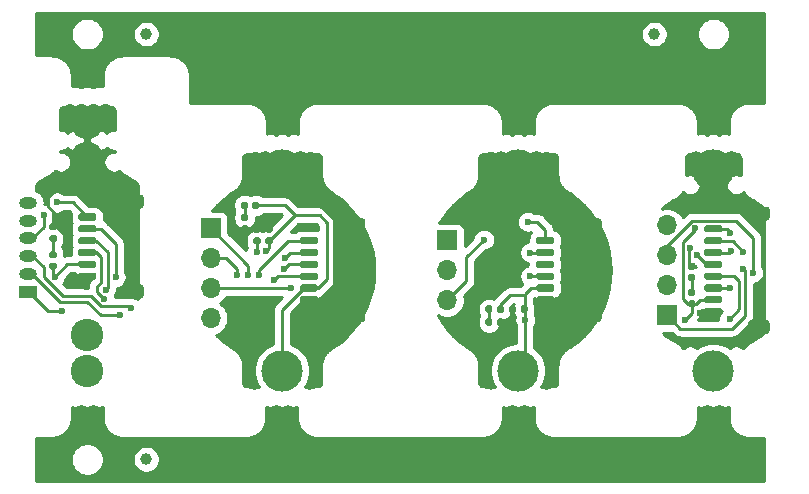
<source format=gtl>
G04 #@! TF.GenerationSoftware,KiCad,Pcbnew,(5.1.6-0-10_14)*
G04 #@! TF.CreationDate,2021-04-13T12:38:31+02:00*
G04 #@! TF.ProjectId,Encoder_SPI_Panel,456e636f-6465-4725-9f53-50495f50616e,rev?*
G04 #@! TF.SameCoordinates,Original*
G04 #@! TF.FileFunction,Copper,L1,Top*
G04 #@! TF.FilePolarity,Positive*
%FSLAX46Y46*%
G04 Gerber Fmt 4.6, Leading zero omitted, Abs format (unit mm)*
G04 Created by KiCad (PCBNEW (5.1.6-0-10_14)) date 2021-04-13 12:38:31*
%MOMM*%
%LPD*%
G01*
G04 APERTURE LIST*
G04 #@! TA.AperFunction,SMDPad,CuDef*
%ADD10C,1.000000*%
G04 #@! TD*
G04 #@! TA.AperFunction,ComponentPad*
%ADD11C,3.500000*%
G04 #@! TD*
G04 #@! TA.AperFunction,ComponentPad*
%ADD12R,1.700000X1.700000*%
G04 #@! TD*
G04 #@! TA.AperFunction,ComponentPad*
%ADD13O,1.700000X1.700000*%
G04 #@! TD*
G04 #@! TA.AperFunction,ComponentPad*
%ADD14C,2.750000*%
G04 #@! TD*
G04 #@! TA.AperFunction,ComponentPad*
%ADD15R,1.500000X1.000000*%
G04 #@! TD*
G04 #@! TA.AperFunction,ComponentPad*
%ADD16O,1.500000X1.000000*%
G04 #@! TD*
G04 #@! TA.AperFunction,ViaPad*
%ADD17C,0.600000*%
G04 #@! TD*
G04 #@! TA.AperFunction,Conductor*
%ADD18C,0.250000*%
G04 #@! TD*
G04 #@! TA.AperFunction,Conductor*
%ADD19C,0.254000*%
G04 #@! TD*
G04 #@! TA.AperFunction,NonConductor*
%ADD20C,0.254000*%
G04 #@! TD*
G04 APERTURE END LIST*
D10*
X59999000Y-55501000D03*
X103007084Y-19498950D03*
X59999000Y-19498950D03*
G04 #@! TA.AperFunction,SMDPad,CuDef*
G36*
G01*
X106000950Y-41084950D02*
X106345950Y-41084950D01*
G75*
G02*
X106493450Y-41232450I0J-147500D01*
G01*
X106493450Y-41527450D01*
G75*
G02*
X106345950Y-41674950I-147500J0D01*
G01*
X106000950Y-41674950D01*
G75*
G02*
X105853450Y-41527450I0J147500D01*
G01*
X105853450Y-41232450D01*
G75*
G02*
X106000950Y-41084950I147500J0D01*
G01*
G37*
G04 #@! TD.AperFunction*
G04 #@! TA.AperFunction,SMDPad,CuDef*
G36*
G01*
X106000950Y-42054950D02*
X106345950Y-42054950D01*
G75*
G02*
X106493450Y-42202450I0J-147500D01*
G01*
X106493450Y-42497450D01*
G75*
G02*
X106345950Y-42644950I-147500J0D01*
G01*
X106000950Y-42644950D01*
G75*
G02*
X105853450Y-42497450I0J147500D01*
G01*
X105853450Y-42202450D01*
G75*
G02*
X106000950Y-42054950I147500J0D01*
G01*
G37*
G04 #@! TD.AperFunction*
D11*
X108003450Y-30999950D03*
G04 #@! TA.AperFunction,SMDPad,CuDef*
G36*
G01*
X106345950Y-40409950D02*
X106000950Y-40409950D01*
G75*
G02*
X105853450Y-40262450I0J147500D01*
G01*
X105853450Y-39967450D01*
G75*
G02*
X106000950Y-39819950I147500J0D01*
G01*
X106345950Y-39819950D01*
G75*
G02*
X106493450Y-39967450I0J-147500D01*
G01*
X106493450Y-40262450D01*
G75*
G02*
X106345950Y-40409950I-147500J0D01*
G01*
G37*
G04 #@! TD.AperFunction*
G04 #@! TA.AperFunction,SMDPad,CuDef*
G36*
G01*
X106345950Y-39439950D02*
X106000950Y-39439950D01*
G75*
G02*
X105853450Y-39292450I0J147500D01*
G01*
X105853450Y-38997450D01*
G75*
G02*
X106000950Y-38849950I147500J0D01*
G01*
X106345950Y-38849950D01*
G75*
G02*
X106493450Y-38997450I0J-147500D01*
G01*
X106493450Y-39292450D01*
G75*
G02*
X106345950Y-39439950I-147500J0D01*
G01*
G37*
G04 #@! TD.AperFunction*
X108003450Y-47999950D03*
G04 #@! TA.AperFunction,SMDPad,CuDef*
G36*
G01*
X108628450Y-43299950D02*
X107378450Y-43299950D01*
G75*
G02*
X107228450Y-43149950I0J150000D01*
G01*
X107228450Y-42849950D01*
G75*
G02*
X107378450Y-42699950I150000J0D01*
G01*
X108628450Y-42699950D01*
G75*
G02*
X108778450Y-42849950I0J-150000D01*
G01*
X108778450Y-43149950D01*
G75*
G02*
X108628450Y-43299950I-150000J0D01*
G01*
G37*
G04 #@! TD.AperFunction*
G04 #@! TA.AperFunction,SMDPad,CuDef*
G36*
G01*
X108628450Y-42299950D02*
X107378450Y-42299950D01*
G75*
G02*
X107228450Y-42149950I0J150000D01*
G01*
X107228450Y-41849950D01*
G75*
G02*
X107378450Y-41699950I150000J0D01*
G01*
X108628450Y-41699950D01*
G75*
G02*
X108778450Y-41849950I0J-150000D01*
G01*
X108778450Y-42149950D01*
G75*
G02*
X108628450Y-42299950I-150000J0D01*
G01*
G37*
G04 #@! TD.AperFunction*
G04 #@! TA.AperFunction,SMDPad,CuDef*
G36*
G01*
X108628450Y-41299950D02*
X107378450Y-41299950D01*
G75*
G02*
X107228450Y-41149950I0J150000D01*
G01*
X107228450Y-40849950D01*
G75*
G02*
X107378450Y-40699950I150000J0D01*
G01*
X108628450Y-40699950D01*
G75*
G02*
X108778450Y-40849950I0J-150000D01*
G01*
X108778450Y-41149950D01*
G75*
G02*
X108628450Y-41299950I-150000J0D01*
G01*
G37*
G04 #@! TD.AperFunction*
G04 #@! TA.AperFunction,SMDPad,CuDef*
G36*
G01*
X108628450Y-40299950D02*
X107378450Y-40299950D01*
G75*
G02*
X107228450Y-40149950I0J150000D01*
G01*
X107228450Y-39849950D01*
G75*
G02*
X107378450Y-39699950I150000J0D01*
G01*
X108628450Y-39699950D01*
G75*
G02*
X108778450Y-39849950I0J-150000D01*
G01*
X108778450Y-40149950D01*
G75*
G02*
X108628450Y-40299950I-150000J0D01*
G01*
G37*
G04 #@! TD.AperFunction*
G04 #@! TA.AperFunction,SMDPad,CuDef*
G36*
G01*
X108628450Y-39299950D02*
X107378450Y-39299950D01*
G75*
G02*
X107228450Y-39149950I0J150000D01*
G01*
X107228450Y-38849950D01*
G75*
G02*
X107378450Y-38699950I150000J0D01*
G01*
X108628450Y-38699950D01*
G75*
G02*
X108778450Y-38849950I0J-150000D01*
G01*
X108778450Y-39149950D01*
G75*
G02*
X108628450Y-39299950I-150000J0D01*
G01*
G37*
G04 #@! TD.AperFunction*
G04 #@! TA.AperFunction,SMDPad,CuDef*
G36*
G01*
X108628450Y-38299950D02*
X107378450Y-38299950D01*
G75*
G02*
X107228450Y-38149950I0J150000D01*
G01*
X107228450Y-37849950D01*
G75*
G02*
X107378450Y-37699950I150000J0D01*
G01*
X108628450Y-37699950D01*
G75*
G02*
X108778450Y-37849950I0J-150000D01*
G01*
X108778450Y-38149950D01*
G75*
G02*
X108628450Y-38299950I-150000J0D01*
G01*
G37*
G04 #@! TD.AperFunction*
G04 #@! TA.AperFunction,SMDPad,CuDef*
G36*
G01*
X108628450Y-37299950D02*
X107378450Y-37299950D01*
G75*
G02*
X107228450Y-37149950I0J150000D01*
G01*
X107228450Y-36849950D01*
G75*
G02*
X107378450Y-36699950I150000J0D01*
G01*
X108628450Y-36699950D01*
G75*
G02*
X108778450Y-36849950I0J-150000D01*
G01*
X108778450Y-37149950D01*
G75*
G02*
X108628450Y-37299950I-150000J0D01*
G01*
G37*
G04 #@! TD.AperFunction*
G04 #@! TA.AperFunction,SMDPad,CuDef*
G36*
G01*
X108628450Y-36299950D02*
X107378450Y-36299950D01*
G75*
G02*
X107228450Y-36149950I0J150000D01*
G01*
X107228450Y-35849950D01*
G75*
G02*
X107378450Y-35699950I150000J0D01*
G01*
X108628450Y-35699950D01*
G75*
G02*
X108778450Y-35849950I0J-150000D01*
G01*
X108778450Y-36149950D01*
G75*
G02*
X108628450Y-36299950I-150000J0D01*
G01*
G37*
G04 #@! TD.AperFunction*
G04 #@! TA.AperFunction,SMDPad,CuDef*
G36*
G01*
X112528451Y-44899950D02*
X111228449Y-44899950D01*
G75*
G02*
X110978450Y-44649951I0J249999D01*
G01*
X110978450Y-43949949D01*
G75*
G02*
X111228449Y-43699950I249999J0D01*
G01*
X112528451Y-43699950D01*
G75*
G02*
X112778450Y-43949949I0J-249999D01*
G01*
X112778450Y-44649951D01*
G75*
G02*
X112528451Y-44899950I-249999J0D01*
G01*
G37*
G04 #@! TD.AperFunction*
G04 #@! TA.AperFunction,SMDPad,CuDef*
G36*
G01*
X112528451Y-35299950D02*
X111228449Y-35299950D01*
G75*
G02*
X110978450Y-35049951I0J249999D01*
G01*
X110978450Y-34349949D01*
G75*
G02*
X111228449Y-34099950I249999J0D01*
G01*
X112528451Y-34099950D01*
G75*
G02*
X112778450Y-34349949I0J-249999D01*
G01*
X112778450Y-35049951D01*
G75*
G02*
X112528451Y-35299950I-249999J0D01*
G01*
G37*
G04 #@! TD.AperFunction*
D12*
X104103450Y-43319950D03*
D13*
X104103450Y-40779950D03*
X104103450Y-38239950D03*
X104103450Y-35699950D03*
G04 #@! TA.AperFunction,SMDPad,CuDef*
G36*
G01*
X98298052Y-36299999D02*
X96998050Y-36299999D01*
G75*
G02*
X96748051Y-36050000I0J249999D01*
G01*
X96748051Y-35349998D01*
G75*
G02*
X96998050Y-35099999I249999J0D01*
G01*
X98298052Y-35099999D01*
G75*
G02*
X98548051Y-35349998I0J-249999D01*
G01*
X98548051Y-36050000D01*
G75*
G02*
X98298052Y-36299999I-249999J0D01*
G01*
G37*
G04 #@! TD.AperFunction*
G04 #@! TA.AperFunction,SMDPad,CuDef*
G36*
G01*
X98298052Y-43899999D02*
X96998050Y-43899999D01*
G75*
G02*
X96748051Y-43650000I0J249999D01*
G01*
X96748051Y-42949998D01*
G75*
G02*
X96998050Y-42699999I249999J0D01*
G01*
X98298052Y-42699999D01*
G75*
G02*
X98548051Y-42949998I0J-249999D01*
G01*
X98548051Y-43650000D01*
G75*
G02*
X98298052Y-43899999I-249999J0D01*
G01*
G37*
G04 #@! TD.AperFunction*
G04 #@! TA.AperFunction,SMDPad,CuDef*
G36*
G01*
X94398051Y-37299999D02*
X93148051Y-37299999D01*
G75*
G02*
X92998051Y-37149999I0J150000D01*
G01*
X92998051Y-36849999D01*
G75*
G02*
X93148051Y-36699999I150000J0D01*
G01*
X94398051Y-36699999D01*
G75*
G02*
X94548051Y-36849999I0J-150000D01*
G01*
X94548051Y-37149999D01*
G75*
G02*
X94398051Y-37299999I-150000J0D01*
G01*
G37*
G04 #@! TD.AperFunction*
G04 #@! TA.AperFunction,SMDPad,CuDef*
G36*
G01*
X94398051Y-38299999D02*
X93148051Y-38299999D01*
G75*
G02*
X92998051Y-38149999I0J150000D01*
G01*
X92998051Y-37849999D01*
G75*
G02*
X93148051Y-37699999I150000J0D01*
G01*
X94398051Y-37699999D01*
G75*
G02*
X94548051Y-37849999I0J-150000D01*
G01*
X94548051Y-38149999D01*
G75*
G02*
X94398051Y-38299999I-150000J0D01*
G01*
G37*
G04 #@! TD.AperFunction*
G04 #@! TA.AperFunction,SMDPad,CuDef*
G36*
G01*
X94398051Y-39299999D02*
X93148051Y-39299999D01*
G75*
G02*
X92998051Y-39149999I0J150000D01*
G01*
X92998051Y-38849999D01*
G75*
G02*
X93148051Y-38699999I150000J0D01*
G01*
X94398051Y-38699999D01*
G75*
G02*
X94548051Y-38849999I0J-150000D01*
G01*
X94548051Y-39149999D01*
G75*
G02*
X94398051Y-39299999I-150000J0D01*
G01*
G37*
G04 #@! TD.AperFunction*
G04 #@! TA.AperFunction,SMDPad,CuDef*
G36*
G01*
X94398051Y-40299999D02*
X93148051Y-40299999D01*
G75*
G02*
X92998051Y-40149999I0J150000D01*
G01*
X92998051Y-39849999D01*
G75*
G02*
X93148051Y-39699999I150000J0D01*
G01*
X94398051Y-39699999D01*
G75*
G02*
X94548051Y-39849999I0J-150000D01*
G01*
X94548051Y-40149999D01*
G75*
G02*
X94398051Y-40299999I-150000J0D01*
G01*
G37*
G04 #@! TD.AperFunction*
G04 #@! TA.AperFunction,SMDPad,CuDef*
G36*
G01*
X94398051Y-41299999D02*
X93148051Y-41299999D01*
G75*
G02*
X92998051Y-41149999I0J150000D01*
G01*
X92998051Y-40849999D01*
G75*
G02*
X93148051Y-40699999I150000J0D01*
G01*
X94398051Y-40699999D01*
G75*
G02*
X94548051Y-40849999I0J-150000D01*
G01*
X94548051Y-41149999D01*
G75*
G02*
X94398051Y-41299999I-150000J0D01*
G01*
G37*
G04 #@! TD.AperFunction*
G04 #@! TA.AperFunction,SMDPad,CuDef*
G36*
G01*
X94398051Y-42299999D02*
X93148051Y-42299999D01*
G75*
G02*
X92998051Y-42149999I0J150000D01*
G01*
X92998051Y-41849999D01*
G75*
G02*
X93148051Y-41699999I150000J0D01*
G01*
X94398051Y-41699999D01*
G75*
G02*
X94548051Y-41849999I0J-150000D01*
G01*
X94548051Y-42149999D01*
G75*
G02*
X94398051Y-42299999I-150000J0D01*
G01*
G37*
G04 #@! TD.AperFunction*
D11*
X91503051Y-30999999D03*
G04 #@! TA.AperFunction,SMDPad,CuDef*
G36*
G01*
X91693051Y-42972499D02*
X91693051Y-42627499D01*
G75*
G02*
X91840551Y-42479999I147500J0D01*
G01*
X92135551Y-42479999D01*
G75*
G02*
X92283051Y-42627499I0J-147500D01*
G01*
X92283051Y-42972499D01*
G75*
G02*
X92135551Y-43119999I-147500J0D01*
G01*
X91840551Y-43119999D01*
G75*
G02*
X91693051Y-42972499I0J147500D01*
G01*
G37*
G04 #@! TD.AperFunction*
G04 #@! TA.AperFunction,SMDPad,CuDef*
G36*
G01*
X90723051Y-42972499D02*
X90723051Y-42627499D01*
G75*
G02*
X90870551Y-42479999I147500J0D01*
G01*
X91165551Y-42479999D01*
G75*
G02*
X91313051Y-42627499I0J-147500D01*
G01*
X91313051Y-42972499D01*
G75*
G02*
X91165551Y-43119999I-147500J0D01*
G01*
X90870551Y-43119999D01*
G75*
G02*
X90723051Y-42972499I0J147500D01*
G01*
G37*
G04 #@! TD.AperFunction*
G04 #@! TA.AperFunction,SMDPad,CuDef*
G36*
G01*
X89693051Y-44072499D02*
X89693051Y-43727499D01*
G75*
G02*
X89840551Y-43579999I147500J0D01*
G01*
X90135551Y-43579999D01*
G75*
G02*
X90283051Y-43727499I0J-147500D01*
G01*
X90283051Y-44072499D01*
G75*
G02*
X90135551Y-44219999I-147500J0D01*
G01*
X89840551Y-44219999D01*
G75*
G02*
X89693051Y-44072499I0J147500D01*
G01*
G37*
G04 #@! TD.AperFunction*
G04 #@! TA.AperFunction,SMDPad,CuDef*
G36*
G01*
X88723051Y-44072499D02*
X88723051Y-43727499D01*
G75*
G02*
X88870551Y-43579999I147500J0D01*
G01*
X89165551Y-43579999D01*
G75*
G02*
X89313051Y-43727499I0J-147500D01*
G01*
X89313051Y-44072499D01*
G75*
G02*
X89165551Y-44219999I-147500J0D01*
G01*
X88870551Y-44219999D01*
G75*
G02*
X88723051Y-44072499I0J147500D01*
G01*
G37*
G04 #@! TD.AperFunction*
X91503051Y-47999999D03*
G04 #@! TA.AperFunction,SMDPad,CuDef*
G36*
G01*
X89693051Y-42972499D02*
X89693051Y-42627499D01*
G75*
G02*
X89840551Y-42479999I147500J0D01*
G01*
X90135551Y-42479999D01*
G75*
G02*
X90283051Y-42627499I0J-147500D01*
G01*
X90283051Y-42972499D01*
G75*
G02*
X90135551Y-43119999I-147500J0D01*
G01*
X89840551Y-43119999D01*
G75*
G02*
X89693051Y-42972499I0J147500D01*
G01*
G37*
G04 #@! TD.AperFunction*
G04 #@! TA.AperFunction,SMDPad,CuDef*
G36*
G01*
X88723051Y-42972499D02*
X88723051Y-42627499D01*
G75*
G02*
X88870551Y-42479999I147500J0D01*
G01*
X89165551Y-42479999D01*
G75*
G02*
X89313051Y-42627499I0J-147500D01*
G01*
X89313051Y-42972499D01*
G75*
G02*
X89165551Y-43119999I-147500J0D01*
G01*
X88870551Y-43119999D01*
G75*
G02*
X88723051Y-42972499I0J147500D01*
G01*
G37*
G04 #@! TD.AperFunction*
D12*
X85473051Y-36959999D03*
D13*
X85473051Y-39499999D03*
X85473051Y-42039999D03*
G04 #@! TA.AperFunction,SMDPad,CuDef*
G36*
G01*
X69535539Y-37309999D02*
X69190539Y-37309999D01*
G75*
G02*
X69043039Y-37162499I0J147500D01*
G01*
X69043039Y-36867499D01*
G75*
G02*
X69190539Y-36719999I147500J0D01*
G01*
X69535539Y-36719999D01*
G75*
G02*
X69683039Y-36867499I0J-147500D01*
G01*
X69683039Y-37162499D01*
G75*
G02*
X69535539Y-37309999I-147500J0D01*
G01*
G37*
G04 #@! TD.AperFunction*
G04 #@! TA.AperFunction,SMDPad,CuDef*
G36*
G01*
X69535539Y-36339999D02*
X69190539Y-36339999D01*
G75*
G02*
X69043039Y-36192499I0J147500D01*
G01*
X69043039Y-35897499D01*
G75*
G02*
X69190539Y-35749999I147500J0D01*
G01*
X69535539Y-35749999D01*
G75*
G02*
X69683039Y-35897499I0J-147500D01*
G01*
X69683039Y-36192499D01*
G75*
G02*
X69535539Y-36339999I-147500J0D01*
G01*
G37*
G04 #@! TD.AperFunction*
G04 #@! TA.AperFunction,SMDPad,CuDef*
G36*
G01*
X70220539Y-35739999D02*
X70565539Y-35739999D01*
G75*
G02*
X70713039Y-35887499I0J-147500D01*
G01*
X70713039Y-36182499D01*
G75*
G02*
X70565539Y-36329999I-147500J0D01*
G01*
X70220539Y-36329999D01*
G75*
G02*
X70073039Y-36182499I0J147500D01*
G01*
X70073039Y-35887499D01*
G75*
G02*
X70220539Y-35739999I147500J0D01*
G01*
G37*
G04 #@! TD.AperFunction*
G04 #@! TA.AperFunction,SMDPad,CuDef*
G36*
G01*
X70220539Y-36709999D02*
X70565539Y-36709999D01*
G75*
G02*
X70713039Y-36857499I0J-147500D01*
G01*
X70713039Y-37152499D01*
G75*
G02*
X70565539Y-37299999I-147500J0D01*
G01*
X70220539Y-37299999D01*
G75*
G02*
X70073039Y-37152499I0J147500D01*
G01*
X70073039Y-36857499D01*
G75*
G02*
X70220539Y-36709999I147500J0D01*
G01*
G37*
G04 #@! TD.AperFunction*
D11*
X71503039Y-30999999D03*
X71503039Y-47999999D03*
G04 #@! TA.AperFunction,SMDPad,CuDef*
G36*
G01*
X68160539Y-34729999D02*
X68505539Y-34729999D01*
G75*
G02*
X68653039Y-34877499I0J-147500D01*
G01*
X68653039Y-35172499D01*
G75*
G02*
X68505539Y-35319999I-147500J0D01*
G01*
X68160539Y-35319999D01*
G75*
G02*
X68013039Y-35172499I0J147500D01*
G01*
X68013039Y-34877499D01*
G75*
G02*
X68160539Y-34729999I147500J0D01*
G01*
G37*
G04 #@! TD.AperFunction*
G04 #@! TA.AperFunction,SMDPad,CuDef*
G36*
G01*
X68160539Y-35699999D02*
X68505539Y-35699999D01*
G75*
G02*
X68653039Y-35847499I0J-147500D01*
G01*
X68653039Y-36142499D01*
G75*
G02*
X68505539Y-36289999I-147500J0D01*
G01*
X68160539Y-36289999D01*
G75*
G02*
X68013039Y-36142499I0J147500D01*
G01*
X68013039Y-35847499D01*
G75*
G02*
X68160539Y-35699999I147500J0D01*
G01*
G37*
G04 #@! TD.AperFunction*
G04 #@! TA.AperFunction,SMDPad,CuDef*
G36*
G01*
X74398039Y-42299999D02*
X73148039Y-42299999D01*
G75*
G02*
X72998039Y-42149999I0J150000D01*
G01*
X72998039Y-41849999D01*
G75*
G02*
X73148039Y-41699999I150000J0D01*
G01*
X74398039Y-41699999D01*
G75*
G02*
X74548039Y-41849999I0J-150000D01*
G01*
X74548039Y-42149999D01*
G75*
G02*
X74398039Y-42299999I-150000J0D01*
G01*
G37*
G04 #@! TD.AperFunction*
G04 #@! TA.AperFunction,SMDPad,CuDef*
G36*
G01*
X74398039Y-41299999D02*
X73148039Y-41299999D01*
G75*
G02*
X72998039Y-41149999I0J150000D01*
G01*
X72998039Y-40849999D01*
G75*
G02*
X73148039Y-40699999I150000J0D01*
G01*
X74398039Y-40699999D01*
G75*
G02*
X74548039Y-40849999I0J-150000D01*
G01*
X74548039Y-41149999D01*
G75*
G02*
X74398039Y-41299999I-150000J0D01*
G01*
G37*
G04 #@! TD.AperFunction*
G04 #@! TA.AperFunction,SMDPad,CuDef*
G36*
G01*
X74398039Y-40299999D02*
X73148039Y-40299999D01*
G75*
G02*
X72998039Y-40149999I0J150000D01*
G01*
X72998039Y-39849999D01*
G75*
G02*
X73148039Y-39699999I150000J0D01*
G01*
X74398039Y-39699999D01*
G75*
G02*
X74548039Y-39849999I0J-150000D01*
G01*
X74548039Y-40149999D01*
G75*
G02*
X74398039Y-40299999I-150000J0D01*
G01*
G37*
G04 #@! TD.AperFunction*
G04 #@! TA.AperFunction,SMDPad,CuDef*
G36*
G01*
X74398039Y-39299999D02*
X73148039Y-39299999D01*
G75*
G02*
X72998039Y-39149999I0J150000D01*
G01*
X72998039Y-38849999D01*
G75*
G02*
X73148039Y-38699999I150000J0D01*
G01*
X74398039Y-38699999D01*
G75*
G02*
X74548039Y-38849999I0J-150000D01*
G01*
X74548039Y-39149999D01*
G75*
G02*
X74398039Y-39299999I-150000J0D01*
G01*
G37*
G04 #@! TD.AperFunction*
G04 #@! TA.AperFunction,SMDPad,CuDef*
G36*
G01*
X74398039Y-38299999D02*
X73148039Y-38299999D01*
G75*
G02*
X72998039Y-38149999I0J150000D01*
G01*
X72998039Y-37849999D01*
G75*
G02*
X73148039Y-37699999I150000J0D01*
G01*
X74398039Y-37699999D01*
G75*
G02*
X74548039Y-37849999I0J-150000D01*
G01*
X74548039Y-38149999D01*
G75*
G02*
X74398039Y-38299999I-150000J0D01*
G01*
G37*
G04 #@! TD.AperFunction*
G04 #@! TA.AperFunction,SMDPad,CuDef*
G36*
G01*
X74398039Y-37299999D02*
X73148039Y-37299999D01*
G75*
G02*
X72998039Y-37149999I0J150000D01*
G01*
X72998039Y-36849999D01*
G75*
G02*
X73148039Y-36699999I150000J0D01*
G01*
X74398039Y-36699999D01*
G75*
G02*
X74548039Y-36849999I0J-150000D01*
G01*
X74548039Y-37149999D01*
G75*
G02*
X74398039Y-37299999I-150000J0D01*
G01*
G37*
G04 #@! TD.AperFunction*
G04 #@! TA.AperFunction,SMDPad,CuDef*
G36*
G01*
X78298040Y-43899999D02*
X76998038Y-43899999D01*
G75*
G02*
X76748039Y-43650000I0J249999D01*
G01*
X76748039Y-42949998D01*
G75*
G02*
X76998038Y-42699999I249999J0D01*
G01*
X78298040Y-42699999D01*
G75*
G02*
X78548039Y-42949998I0J-249999D01*
G01*
X78548039Y-43650000D01*
G75*
G02*
X78298040Y-43899999I-249999J0D01*
G01*
G37*
G04 #@! TD.AperFunction*
G04 #@! TA.AperFunction,SMDPad,CuDef*
G36*
G01*
X78298040Y-36299999D02*
X76998038Y-36299999D01*
G75*
G02*
X76748039Y-36050000I0J249999D01*
G01*
X76748039Y-35349998D01*
G75*
G02*
X76998038Y-35099999I249999J0D01*
G01*
X78298040Y-35099999D01*
G75*
G02*
X78548039Y-35349998I0J-249999D01*
G01*
X78548039Y-36050000D01*
G75*
G02*
X78298040Y-36299999I-249999J0D01*
G01*
G37*
G04 #@! TD.AperFunction*
D12*
X65473039Y-35929999D03*
D13*
X65473039Y-38469999D03*
X65473039Y-41009999D03*
X65473039Y-43549999D03*
G04 #@! TA.AperFunction,SMDPad,CuDef*
G36*
G01*
X68018039Y-34182499D02*
X68018039Y-33837499D01*
G75*
G02*
X68165539Y-33689999I147500J0D01*
G01*
X68460539Y-33689999D01*
G75*
G02*
X68608039Y-33837499I0J-147500D01*
G01*
X68608039Y-34182499D01*
G75*
G02*
X68460539Y-34329999I-147500J0D01*
G01*
X68165539Y-34329999D01*
G75*
G02*
X68018039Y-34182499I0J147500D01*
G01*
G37*
G04 #@! TD.AperFunction*
G04 #@! TA.AperFunction,SMDPad,CuDef*
G36*
G01*
X68988039Y-34182499D02*
X68988039Y-33837499D01*
G75*
G02*
X69135539Y-33689999I147500J0D01*
G01*
X69430539Y-33689999D01*
G75*
G02*
X69578039Y-33837499I0J-147500D01*
G01*
X69578039Y-34182499D01*
G75*
G02*
X69430539Y-34329999I-147500J0D01*
G01*
X69135539Y-34329999D01*
G75*
G02*
X68988039Y-34182499I0J147500D01*
G01*
G37*
G04 #@! TD.AperFunction*
G04 #@! TA.AperFunction,SMDPad,CuDef*
G36*
G01*
X51927896Y-37904950D02*
X52272896Y-37904950D01*
G75*
G02*
X52420396Y-38052450I0J-147500D01*
G01*
X52420396Y-38347450D01*
G75*
G02*
X52272896Y-38494950I-147500J0D01*
G01*
X51927896Y-38494950D01*
G75*
G02*
X51780396Y-38347450I0J147500D01*
G01*
X51780396Y-38052450D01*
G75*
G02*
X51927896Y-37904950I147500J0D01*
G01*
G37*
G04 #@! TD.AperFunction*
G04 #@! TA.AperFunction,SMDPad,CuDef*
G36*
G01*
X51927896Y-38874950D02*
X52272896Y-38874950D01*
G75*
G02*
X52420396Y-39022450I0J-147500D01*
G01*
X52420396Y-39317450D01*
G75*
G02*
X52272896Y-39464950I-147500J0D01*
G01*
X51927896Y-39464950D01*
G75*
G02*
X51780396Y-39317450I0J147500D01*
G01*
X51780396Y-39022450D01*
G75*
G02*
X51927896Y-38874950I147500J0D01*
G01*
G37*
G04 #@! TD.AperFunction*
G04 #@! TA.AperFunction,SMDPad,CuDef*
G36*
G01*
X52292896Y-37089950D02*
X51947896Y-37089950D01*
G75*
G02*
X51800396Y-36942450I0J147500D01*
G01*
X51800396Y-36647450D01*
G75*
G02*
X51947896Y-36499950I147500J0D01*
G01*
X52292896Y-36499950D01*
G75*
G02*
X52440396Y-36647450I0J-147500D01*
G01*
X52440396Y-36942450D01*
G75*
G02*
X52292896Y-37089950I-147500J0D01*
G01*
G37*
G04 #@! TD.AperFunction*
G04 #@! TA.AperFunction,SMDPad,CuDef*
G36*
G01*
X52292896Y-36119950D02*
X51947896Y-36119950D01*
G75*
G02*
X51800396Y-35972450I0J147500D01*
G01*
X51800396Y-35677450D01*
G75*
G02*
X51947896Y-35529950I147500J0D01*
G01*
X52292896Y-35529950D01*
G75*
G02*
X52440396Y-35677450I0J-147500D01*
G01*
X52440396Y-35972450D01*
G75*
G02*
X52292896Y-36119950I-147500J0D01*
G01*
G37*
G04 #@! TD.AperFunction*
D14*
X55000396Y-44999950D03*
X55000396Y-29999950D03*
X55000396Y-47999950D03*
X55000396Y-26999950D03*
G04 #@! TA.AperFunction,SMDPad,CuDef*
G36*
G01*
X55635396Y-40289950D02*
X54385396Y-40289950D01*
G75*
G02*
X54235396Y-40139950I0J150000D01*
G01*
X54235396Y-39839950D01*
G75*
G02*
X54385396Y-39689950I150000J0D01*
G01*
X55635396Y-39689950D01*
G75*
G02*
X55785396Y-39839950I0J-150000D01*
G01*
X55785396Y-40139950D01*
G75*
G02*
X55635396Y-40289950I-150000J0D01*
G01*
G37*
G04 #@! TD.AperFunction*
G04 #@! TA.AperFunction,SMDPad,CuDef*
G36*
G01*
X55635396Y-39289950D02*
X54385396Y-39289950D01*
G75*
G02*
X54235396Y-39139950I0J150000D01*
G01*
X54235396Y-38839950D01*
G75*
G02*
X54385396Y-38689950I150000J0D01*
G01*
X55635396Y-38689950D01*
G75*
G02*
X55785396Y-38839950I0J-150000D01*
G01*
X55785396Y-39139950D01*
G75*
G02*
X55635396Y-39289950I-150000J0D01*
G01*
G37*
G04 #@! TD.AperFunction*
G04 #@! TA.AperFunction,SMDPad,CuDef*
G36*
G01*
X55635396Y-38289950D02*
X54385396Y-38289950D01*
G75*
G02*
X54235396Y-38139950I0J150000D01*
G01*
X54235396Y-37839950D01*
G75*
G02*
X54385396Y-37689950I150000J0D01*
G01*
X55635396Y-37689950D01*
G75*
G02*
X55785396Y-37839950I0J-150000D01*
G01*
X55785396Y-38139950D01*
G75*
G02*
X55635396Y-38289950I-150000J0D01*
G01*
G37*
G04 #@! TD.AperFunction*
G04 #@! TA.AperFunction,SMDPad,CuDef*
G36*
G01*
X55635396Y-37289950D02*
X54385396Y-37289950D01*
G75*
G02*
X54235396Y-37139950I0J150000D01*
G01*
X54235396Y-36839950D01*
G75*
G02*
X54385396Y-36689950I150000J0D01*
G01*
X55635396Y-36689950D01*
G75*
G02*
X55785396Y-36839950I0J-150000D01*
G01*
X55785396Y-37139950D01*
G75*
G02*
X55635396Y-37289950I-150000J0D01*
G01*
G37*
G04 #@! TD.AperFunction*
G04 #@! TA.AperFunction,SMDPad,CuDef*
G36*
G01*
X55635396Y-36289950D02*
X54385396Y-36289950D01*
G75*
G02*
X54235396Y-36139950I0J150000D01*
G01*
X54235396Y-35839950D01*
G75*
G02*
X54385396Y-35689950I150000J0D01*
G01*
X55635396Y-35689950D01*
G75*
G02*
X55785396Y-35839950I0J-150000D01*
G01*
X55785396Y-36139950D01*
G75*
G02*
X55635396Y-36289950I-150000J0D01*
G01*
G37*
G04 #@! TD.AperFunction*
G04 #@! TA.AperFunction,SMDPad,CuDef*
G36*
G01*
X55635396Y-35289950D02*
X54385396Y-35289950D01*
G75*
G02*
X54235396Y-35139950I0J150000D01*
G01*
X54235396Y-34839950D01*
G75*
G02*
X54385396Y-34689950I150000J0D01*
G01*
X55635396Y-34689950D01*
G75*
G02*
X55785396Y-34839950I0J-150000D01*
G01*
X55785396Y-35139950D01*
G75*
G02*
X55635396Y-35289950I-150000J0D01*
G01*
G37*
G04 #@! TD.AperFunction*
G04 #@! TA.AperFunction,SMDPad,CuDef*
G36*
G01*
X59535796Y-41889950D02*
X58234996Y-41889950D01*
G75*
G02*
X57985396Y-41640350I0J249600D01*
G01*
X57985396Y-40939550D01*
G75*
G02*
X58234996Y-40689950I249600J0D01*
G01*
X59535796Y-40689950D01*
G75*
G02*
X59785396Y-40939550I0J-249600D01*
G01*
X59785396Y-41640350D01*
G75*
G02*
X59535796Y-41889950I-249600J0D01*
G01*
G37*
G04 #@! TD.AperFunction*
G04 #@! TA.AperFunction,SMDPad,CuDef*
G36*
G01*
X59535397Y-34289950D02*
X58235395Y-34289950D01*
G75*
G02*
X57985396Y-34039951I0J249999D01*
G01*
X57985396Y-33339949D01*
G75*
G02*
X58235395Y-33089950I249999J0D01*
G01*
X59535397Y-33089950D01*
G75*
G02*
X59785396Y-33339949I0J-249999D01*
G01*
X59785396Y-34039951D01*
G75*
G02*
X59535397Y-34289950I-249999J0D01*
G01*
G37*
G04 #@! TD.AperFunction*
D15*
X50000396Y-41299950D03*
D16*
X50000396Y-39799950D03*
X50000396Y-38299950D03*
X50000396Y-36799950D03*
X50000396Y-35299950D03*
X50000396Y-33799950D03*
D17*
X52880396Y-42949950D03*
X57790396Y-43299950D03*
X58740396Y-42709950D03*
X53320396Y-37529950D03*
X55010396Y-40919950D03*
X56556851Y-41128250D03*
X56458881Y-41922241D03*
X57404235Y-40073789D03*
X51303907Y-34810011D03*
X52260396Y-40039950D03*
X52453005Y-33758661D03*
X68643039Y-39889999D03*
X67683039Y-39889999D03*
X72263039Y-40969999D03*
X70193039Y-35019999D03*
X75273039Y-44489999D03*
X67803039Y-45729999D03*
X78583039Y-37549999D03*
X74273039Y-35809999D03*
X78603039Y-41409999D03*
X68073039Y-37019999D03*
X71695096Y-39374989D03*
X70837746Y-40344989D03*
X69361616Y-37970833D03*
X71727352Y-38477341D03*
X70151320Y-37842820D03*
X69555922Y-39895054D03*
X88603051Y-36899999D03*
X90903051Y-43699999D03*
X91303051Y-38699999D03*
X92503051Y-39999999D03*
X92503051Y-37999999D03*
X92103051Y-43699999D03*
X92303051Y-35399999D03*
X110553450Y-39379952D03*
X111362572Y-39717559D03*
X106078460Y-37642349D03*
X106863450Y-43149950D03*
X110223450Y-45409950D03*
X105673450Y-45599950D03*
X109383450Y-43589950D03*
X109453450Y-40989950D03*
X106618514Y-38232571D03*
X109423450Y-36309950D03*
X110553448Y-37909950D03*
X106503450Y-35929950D03*
X105643450Y-43669950D03*
X109533450Y-37829950D03*
D18*
X51700396Y-42949950D02*
X52880396Y-42949950D01*
X50350406Y-41599960D02*
X51700396Y-42949950D01*
X56149406Y-43299950D02*
X57790396Y-43299950D01*
X55011593Y-42162137D02*
X56149406Y-43299950D01*
X50515404Y-40014958D02*
X52662583Y-42162137D01*
X52662583Y-42162137D02*
X55011593Y-42162137D01*
X50350406Y-40014958D02*
X50515404Y-40014958D01*
X58577689Y-42547243D02*
X56142687Y-42547243D01*
X56142687Y-42547243D02*
X55307570Y-41712126D01*
X55307570Y-41712126D02*
X52992572Y-41712126D01*
X58740396Y-42709950D02*
X58577689Y-42547243D01*
X52992572Y-41712126D02*
X51330396Y-40049950D01*
X51330396Y-40049950D02*
X51330396Y-39229940D01*
X51330396Y-39229940D02*
X50350406Y-38249950D01*
X55010396Y-39989950D02*
X55010396Y-40919950D01*
X55195396Y-29999950D02*
X55000396Y-29999950D01*
X52440396Y-35824950D02*
X53320396Y-36704950D01*
X53320396Y-36704950D02*
X53320396Y-37529950D01*
X52120396Y-35824950D02*
X52440396Y-35824950D01*
X51710396Y-33289950D02*
X55000396Y-29999950D01*
X51710396Y-34109950D02*
X51710396Y-33289950D01*
X52120396Y-34519950D02*
X51710396Y-34109950D01*
X52120396Y-35824950D02*
X52120396Y-34519950D01*
X56726079Y-40959022D02*
X56556851Y-41128250D01*
X56726079Y-37930633D02*
X56726079Y-40959022D01*
X55785396Y-36989950D02*
X56726079Y-37930633D01*
X55010396Y-36989950D02*
X55785396Y-36989950D01*
X55010396Y-37989950D02*
X55785396Y-37989950D01*
X55785396Y-37989950D02*
X56140397Y-38344951D01*
X56140397Y-38344951D02*
X56140397Y-40549949D01*
X55850396Y-40839950D02*
X55850396Y-41313756D01*
X56140397Y-40549949D02*
X55850396Y-40839950D01*
X55850396Y-41313756D02*
X56458881Y-41922241D01*
X52100396Y-36814950D02*
X52120396Y-36794950D01*
X52100396Y-38199950D02*
X52100396Y-36814950D01*
X57404235Y-37259385D02*
X57404235Y-40073789D01*
X56134800Y-35989950D02*
X57404235Y-37259385D01*
X55010396Y-35989950D02*
X56134800Y-35989950D01*
X50350406Y-36749950D02*
X51303907Y-35796449D01*
X51303907Y-35796449D02*
X51303907Y-34810011D01*
X53310396Y-38989950D02*
X55010396Y-38989950D01*
X52260396Y-40039950D02*
X53310396Y-38989950D01*
X52100396Y-39879950D02*
X52260396Y-40039950D01*
X52100396Y-39169950D02*
X52100396Y-39879950D01*
X53779107Y-33758661D02*
X52453005Y-33758661D01*
X55010396Y-34989950D02*
X53779107Y-33758661D01*
X68643039Y-39099999D02*
X65473039Y-35929999D01*
X68643039Y-39889999D02*
X68643039Y-39099999D01*
X67683039Y-39889999D02*
X67683039Y-39379999D01*
X66773039Y-38469999D02*
X65473039Y-38469999D01*
X67683039Y-39379999D02*
X66773039Y-38469999D01*
X72263039Y-40969999D02*
X65513039Y-40969999D01*
X65513039Y-40969999D02*
X65473039Y-41009999D01*
X70193039Y-35834999D02*
X70393039Y-36034999D01*
X70193039Y-35019999D02*
X70193039Y-35834999D01*
X69363039Y-35849999D02*
X70193039Y-35019999D01*
X69363039Y-36044999D02*
X69363039Y-35849999D01*
X69313039Y-35994999D02*
X69363039Y-36044999D01*
X68333039Y-35994999D02*
X69313039Y-35994999D01*
X75903039Y-40849999D02*
X75903039Y-35139999D01*
X71763039Y-30999999D02*
X71503039Y-30999999D01*
X75903039Y-35139999D02*
X71763039Y-30999999D01*
X74753039Y-41999999D02*
X75903039Y-40849999D01*
X73773039Y-41999999D02*
X74753039Y-41999999D01*
X72070086Y-38999999D02*
X71695096Y-39374989D01*
X73773039Y-38999999D02*
X72070086Y-38999999D01*
X71182736Y-39999999D02*
X70837746Y-40344989D01*
X73773039Y-39999999D02*
X71182736Y-39999999D01*
X69363039Y-37969410D02*
X69361616Y-37970833D01*
X69363039Y-37014999D02*
X69363039Y-37969410D01*
X68333039Y-34029999D02*
X68313039Y-34009999D01*
X68333039Y-35024999D02*
X68333039Y-34029999D01*
X72204694Y-37999999D02*
X71727352Y-38477341D01*
X73773039Y-37999999D02*
X72204694Y-37999999D01*
X70393039Y-37601101D02*
X70151320Y-37842820D01*
X70393039Y-37004999D02*
X70393039Y-37601101D01*
X74548039Y-40999999D02*
X75293039Y-40254999D01*
X73773039Y-40999999D02*
X74548039Y-40999999D01*
X75293039Y-40254999D02*
X75293039Y-35459999D01*
X75293039Y-35459999D02*
X74683039Y-34849999D01*
X70411271Y-37004999D02*
X70393039Y-37004999D01*
X72566271Y-34849999D02*
X70411271Y-37004999D01*
X74683039Y-34849999D02*
X72566271Y-34849999D01*
X71726271Y-34009999D02*
X72566271Y-34849999D01*
X69283039Y-34009999D02*
X71726271Y-34009999D01*
X73326271Y-40999999D02*
X73773039Y-40999999D01*
X71503039Y-42823231D02*
X73326271Y-40999999D01*
X71503039Y-47999999D02*
X71503039Y-42823231D01*
X69555922Y-39470790D02*
X69555922Y-39895054D01*
X73773039Y-36999999D02*
X72026713Y-36999999D01*
X72026713Y-36999999D02*
X69555922Y-39470790D01*
X88603051Y-36899999D02*
X87103051Y-38399999D01*
X87103051Y-40409999D02*
X85473051Y-42039999D01*
X87103051Y-38399999D02*
X87103051Y-40409999D01*
X91018051Y-43584999D02*
X90903051Y-43699999D01*
X91018051Y-42799999D02*
X91018051Y-43584999D01*
X90703051Y-43899999D02*
X89988051Y-43899999D01*
X90903051Y-43699999D02*
X90703051Y-43899999D01*
X92503051Y-39999999D02*
X93773051Y-39999999D01*
X89018051Y-42799999D02*
X89018051Y-43899999D01*
X93773051Y-37999999D02*
X92503051Y-37999999D01*
X93773051Y-40999999D02*
X92603051Y-40999999D01*
X92603051Y-40999999D02*
X92103051Y-41499999D01*
X92103051Y-42684999D02*
X91988051Y-42799999D01*
X92103051Y-42914999D02*
X91988051Y-42799999D01*
X92103051Y-43699999D02*
X92103051Y-42914999D01*
X92103051Y-41699999D02*
X92103051Y-42684999D01*
X92103051Y-41499999D02*
X92103051Y-41699999D01*
X92103051Y-47399999D02*
X91503051Y-47999999D01*
X92103051Y-43699999D02*
X92103051Y-47399999D01*
X92003051Y-41599999D02*
X92103051Y-41699999D01*
X90803051Y-41599999D02*
X92003051Y-41599999D01*
X89988051Y-42414999D02*
X90803051Y-41599999D01*
X89988051Y-42799999D02*
X89988051Y-42414999D01*
X92303051Y-35399999D02*
X93103051Y-35399999D01*
X93773051Y-36069999D02*
X93773051Y-36999999D01*
X93103051Y-35399999D02*
X93773051Y-36069999D01*
X104103450Y-43319950D02*
X105223450Y-44439950D01*
X110683449Y-43379951D02*
X110683449Y-39509951D01*
X109623450Y-44439950D02*
X110683449Y-43379951D01*
X105223450Y-44439950D02*
X109623450Y-44439950D01*
X110683449Y-39509951D02*
X110553450Y-39379952D01*
X109938448Y-35304948D02*
X111362572Y-36729072D01*
X106213448Y-35304948D02*
X109938448Y-35304948D01*
X111362572Y-36729072D02*
X111362572Y-39717559D01*
X104103450Y-37414946D02*
X106213448Y-35304948D01*
X104103450Y-38239950D02*
X104103450Y-37414946D01*
X106173450Y-39144950D02*
X105943459Y-38914959D01*
X105943459Y-37777350D02*
X106078460Y-37642349D01*
X105943459Y-38914959D02*
X105943459Y-37777350D01*
X108003450Y-42999950D02*
X107013450Y-42999950D01*
X107013450Y-42999950D02*
X106863450Y-43149950D01*
X110173450Y-42799950D02*
X109383450Y-43589950D01*
X110173450Y-40419950D02*
X110173450Y-42799950D01*
X109753450Y-39999950D02*
X110173450Y-40419950D01*
X108003450Y-39999950D02*
X109753450Y-39999950D01*
X108013450Y-40989950D02*
X108003450Y-40999950D01*
X109453450Y-40989950D02*
X108013450Y-40989950D01*
X106173450Y-41379950D02*
X106173450Y-40114950D01*
X108003450Y-38999950D02*
X107385893Y-38999950D01*
X107385893Y-38999950D02*
X106618514Y-38232571D01*
X109423450Y-36309950D02*
X109423450Y-36279950D01*
X109143450Y-35999950D02*
X108003450Y-35999950D01*
X109423450Y-36279950D02*
X109143450Y-35999950D01*
X108003450Y-36999950D02*
X109643448Y-36999950D01*
X109643448Y-36999950D02*
X110553448Y-37909950D01*
X106173450Y-42349950D02*
X106513450Y-42349950D01*
X106863450Y-41999950D02*
X108003450Y-41999950D01*
X106513450Y-42349950D02*
X106863450Y-41999950D01*
X105853450Y-42349950D02*
X105453450Y-41949950D01*
X106173450Y-42349950D02*
X105853450Y-42349950D01*
X105453450Y-41949950D02*
X105453450Y-37279950D01*
X106503450Y-36053182D02*
X106503450Y-35929950D01*
X105453450Y-37279950D02*
X105453450Y-37103182D01*
X105453450Y-37103182D02*
X106503450Y-36053182D01*
X106173450Y-43139950D02*
X105643450Y-43669950D01*
X106173450Y-42349950D02*
X106173450Y-43139950D01*
X109533450Y-37829950D02*
X109363450Y-37999950D01*
X109363450Y-37999950D02*
X108003450Y-37999950D01*
D19*
G36*
X56581187Y-25533227D02*
G01*
X56742247Y-25599940D01*
X56913227Y-25633950D01*
X57015734Y-25633950D01*
X57018975Y-25636381D01*
X57040293Y-25653018D01*
X57045851Y-25656537D01*
X57051118Y-25660488D01*
X57074258Y-25674527D01*
X57113697Y-25699502D01*
X57186550Y-25746311D01*
X57210845Y-25765981D01*
X57235378Y-25790513D01*
X57255898Y-25815656D01*
X57272697Y-25841501D01*
X57287944Y-25871735D01*
X57299907Y-25902488D01*
X57307950Y-25933002D01*
X57313349Y-25967046D01*
X57316399Y-26024693D01*
X57316320Y-27614950D01*
X57163231Y-27614950D01*
X56992251Y-27648960D01*
X56831191Y-27715673D01*
X56686241Y-27812526D01*
X56655396Y-27843371D01*
X56624551Y-27812526D01*
X56479601Y-27715673D01*
X56318541Y-27648960D01*
X56147561Y-27614950D01*
X55973231Y-27614950D01*
X55802251Y-27648960D01*
X55641191Y-27715673D01*
X55496241Y-27812526D01*
X55372972Y-27935795D01*
X55276119Y-28080745D01*
X55209406Y-28241805D01*
X55175396Y-28412785D01*
X55175396Y-28587115D01*
X55209406Y-28758095D01*
X55276119Y-28919155D01*
X55372972Y-29064105D01*
X55496241Y-29187374D01*
X55641191Y-29284227D01*
X55802251Y-29350940D01*
X55973231Y-29384950D01*
X56147561Y-29384950D01*
X56318541Y-29350940D01*
X56479601Y-29284227D01*
X56624551Y-29187374D01*
X56655396Y-29156529D01*
X56686241Y-29187374D01*
X56831191Y-29284227D01*
X56992251Y-29350940D01*
X57163231Y-29384950D01*
X57316232Y-29384950D01*
X57316228Y-29454950D01*
X57163231Y-29454950D01*
X56992251Y-29488960D01*
X56831191Y-29555673D01*
X56686241Y-29652526D01*
X56562972Y-29775795D01*
X56466119Y-29920745D01*
X56399406Y-30081805D01*
X56365396Y-30252785D01*
X56365396Y-30427115D01*
X56399406Y-30598095D01*
X56466119Y-30759155D01*
X56562972Y-30904105D01*
X56686241Y-31027374D01*
X56831191Y-31124227D01*
X56992251Y-31190940D01*
X57163231Y-31224950D01*
X57337561Y-31224950D01*
X57508541Y-31190940D01*
X57669601Y-31124227D01*
X57712534Y-31095540D01*
X57713116Y-31096299D01*
X57713849Y-31097084D01*
X57714508Y-31097938D01*
X57736968Y-31121814D01*
X57782173Y-31170171D01*
X57782864Y-31170667D01*
X57805860Y-31195049D01*
X57828816Y-31219453D01*
X57829155Y-31219749D01*
X57829469Y-31220082D01*
X57855037Y-31242347D01*
X57880130Y-31264256D01*
X57880738Y-31265038D01*
X57930760Y-31308289D01*
X57955318Y-31329675D01*
X57956309Y-31330380D01*
X57957232Y-31331178D01*
X57983875Y-31349989D01*
X58037720Y-31388291D01*
X58038543Y-31388660D01*
X58066324Y-31408200D01*
X58093505Y-31427391D01*
X58094042Y-31427696D01*
X58094551Y-31428054D01*
X58123731Y-31444560D01*
X58181433Y-31477336D01*
X58182015Y-31477529D01*
X58196317Y-31485619D01*
X58210839Y-31494782D01*
X58225575Y-31502169D01*
X58239924Y-31510286D01*
X58255630Y-31517236D01*
X58373219Y-31576185D01*
X58981721Y-31967259D01*
X59318077Y-32237258D01*
X59317379Y-41970963D01*
X59183285Y-41881364D01*
X59013125Y-41810882D01*
X58832485Y-41774950D01*
X58648307Y-41774950D01*
X58595947Y-41785365D01*
X58577689Y-41783567D01*
X58540367Y-41787243D01*
X57385346Y-41787243D01*
X57357949Y-41649512D01*
X57348428Y-41626527D01*
X57385437Y-41571139D01*
X57455919Y-41400979D01*
X57491851Y-41220339D01*
X57491851Y-41036161D01*
X57486406Y-41008789D01*
X57496324Y-41008789D01*
X57676964Y-40972857D01*
X57847124Y-40902375D01*
X58000263Y-40800051D01*
X58130497Y-40669817D01*
X58232821Y-40516678D01*
X58303303Y-40346518D01*
X58339235Y-40165878D01*
X58339235Y-39981700D01*
X58303303Y-39801060D01*
X58232821Y-39630900D01*
X58164235Y-39528254D01*
X58164235Y-37296707D01*
X58167911Y-37259384D01*
X58164235Y-37222061D01*
X58164235Y-37222052D01*
X58153238Y-37110399D01*
X58109781Y-36967138D01*
X58039209Y-36835109D01*
X57944236Y-36719384D01*
X57915239Y-36695587D01*
X56698604Y-35478953D01*
X56674801Y-35449949D01*
X56559076Y-35354976D01*
X56427047Y-35284404D01*
X56409757Y-35279159D01*
X56423468Y-35139950D01*
X56423468Y-34839950D01*
X56408325Y-34686205D01*
X56363480Y-34538368D01*
X56290654Y-34402121D01*
X56192647Y-34282699D01*
X56073225Y-34184692D01*
X55936978Y-34111866D01*
X55789141Y-34067021D01*
X55635396Y-34051878D01*
X55147126Y-34051878D01*
X54342911Y-33247664D01*
X54319108Y-33218660D01*
X54203383Y-33123687D01*
X54071354Y-33053115D01*
X53928093Y-33009658D01*
X53816440Y-32998661D01*
X53816429Y-32998661D01*
X53779107Y-32994985D01*
X53741785Y-32998661D01*
X52998540Y-32998661D01*
X52895894Y-32930075D01*
X52725734Y-32859593D01*
X52545094Y-32823661D01*
X52360916Y-32823661D01*
X52180276Y-32859593D01*
X52010116Y-32930075D01*
X51856977Y-33032399D01*
X51726743Y-33162633D01*
X51624419Y-33315772D01*
X51553937Y-33485932D01*
X51518005Y-33666572D01*
X51518005Y-33850750D01*
X51528056Y-33901280D01*
X51395996Y-33875011D01*
X51383494Y-33875011D01*
X51390887Y-33799950D01*
X51368973Y-33577451D01*
X51304072Y-33363503D01*
X51198680Y-33166327D01*
X51056845Y-32993501D01*
X50884019Y-32851666D01*
X50686843Y-32746274D01*
X50684122Y-32745449D01*
X50684108Y-32237416D01*
X51017824Y-31969542D01*
X51622687Y-31580345D01*
X51736809Y-31522940D01*
X51752514Y-31515965D01*
X51766854Y-31507827D01*
X51781574Y-31500423D01*
X51796090Y-31491236D01*
X51810283Y-31483182D01*
X51810797Y-31483011D01*
X51868516Y-31450136D01*
X51897740Y-31433552D01*
X51898189Y-31433235D01*
X51898667Y-31432963D01*
X51926038Y-31413591D01*
X51953055Y-31394534D01*
X51953522Y-31394324D01*
X51974193Y-31379623D01*
X51980374Y-31375263D01*
X51980479Y-31375152D01*
X52007708Y-31355788D01*
X52034695Y-31336687D01*
X52035289Y-31336172D01*
X52035929Y-31335717D01*
X52060873Y-31313999D01*
X52086703Y-31291612D01*
X52087416Y-31291201D01*
X52107503Y-31273586D01*
X52111112Y-31270458D01*
X52111202Y-31270342D01*
X52137133Y-31247602D01*
X52161682Y-31226228D01*
X52162523Y-31225336D01*
X52163446Y-31224527D01*
X52185683Y-31200786D01*
X52231073Y-31152670D01*
X52231619Y-31151798D01*
X52254499Y-31127315D01*
X52277448Y-31102813D01*
X52277691Y-31102496D01*
X52277967Y-31102201D01*
X52284823Y-31093245D01*
X52331191Y-31124227D01*
X52492251Y-31190940D01*
X52663231Y-31224950D01*
X52837561Y-31224950D01*
X53008541Y-31190940D01*
X53169601Y-31124227D01*
X53314551Y-31027374D01*
X53437820Y-30904105D01*
X53534673Y-30759155D01*
X53601386Y-30598095D01*
X53635396Y-30427115D01*
X53635396Y-30252785D01*
X53601386Y-30081805D01*
X53534673Y-29920745D01*
X53437820Y-29775795D01*
X53314551Y-29652526D01*
X53169601Y-29555673D01*
X53008541Y-29488960D01*
X52837561Y-29454950D01*
X52674400Y-29454950D01*
X52674400Y-29384950D01*
X52837561Y-29384950D01*
X53008541Y-29350940D01*
X53169601Y-29284227D01*
X53314551Y-29187374D01*
X53340396Y-29161529D01*
X53376241Y-29197374D01*
X53521191Y-29294227D01*
X53682251Y-29360940D01*
X53853231Y-29394950D01*
X54027561Y-29394950D01*
X54198541Y-29360940D01*
X54359601Y-29294227D01*
X54504551Y-29197374D01*
X54627820Y-29074105D01*
X54724673Y-28929155D01*
X54791386Y-28768095D01*
X54825396Y-28597115D01*
X54825396Y-28422785D01*
X54791386Y-28251805D01*
X54724673Y-28090745D01*
X54627820Y-27945795D01*
X54504551Y-27822526D01*
X54359601Y-27725673D01*
X54198541Y-27658960D01*
X54027561Y-27624950D01*
X53853231Y-27624950D01*
X53682251Y-27658960D01*
X53521191Y-27725673D01*
X53376241Y-27822526D01*
X53350396Y-27848371D01*
X53314551Y-27812526D01*
X53169601Y-27715673D01*
X53008541Y-27648960D01*
X52837561Y-27614950D01*
X52674400Y-27614950D01*
X52674400Y-26024387D01*
X52677448Y-25966114D01*
X52682383Y-25934261D01*
X52691054Y-25902385D01*
X52702615Y-25871911D01*
X52717676Y-25842617D01*
X52736002Y-25814152D01*
X52755638Y-25789924D01*
X52779808Y-25765940D01*
X52805845Y-25744650D01*
X52844834Y-25719328D01*
X52922290Y-25671724D01*
X52949382Y-25655288D01*
X52950962Y-25654103D01*
X52952633Y-25653076D01*
X52977767Y-25633999D01*
X53087557Y-25633999D01*
X53258537Y-25599989D01*
X53419597Y-25533276D01*
X53500401Y-25479284D01*
X53581187Y-25533264D01*
X53742247Y-25599977D01*
X53913227Y-25633987D01*
X54087557Y-25633987D01*
X54258537Y-25599977D01*
X54419597Y-25533264D01*
X54500402Y-25479272D01*
X54581187Y-25533251D01*
X54742247Y-25599964D01*
X54913227Y-25633974D01*
X55087557Y-25633974D01*
X55258537Y-25599964D01*
X55419597Y-25533251D01*
X55500401Y-25479259D01*
X55581187Y-25533239D01*
X55742247Y-25599952D01*
X55913227Y-25633962D01*
X56087557Y-25633962D01*
X56258537Y-25599952D01*
X56419597Y-25533239D01*
X56500401Y-25479247D01*
X56581187Y-25533227D01*
G37*
X56581187Y-25533227D02*
X56742247Y-25599940D01*
X56913227Y-25633950D01*
X57015734Y-25633950D01*
X57018975Y-25636381D01*
X57040293Y-25653018D01*
X57045851Y-25656537D01*
X57051118Y-25660488D01*
X57074258Y-25674527D01*
X57113697Y-25699502D01*
X57186550Y-25746311D01*
X57210845Y-25765981D01*
X57235378Y-25790513D01*
X57255898Y-25815656D01*
X57272697Y-25841501D01*
X57287944Y-25871735D01*
X57299907Y-25902488D01*
X57307950Y-25933002D01*
X57313349Y-25967046D01*
X57316399Y-26024693D01*
X57316320Y-27614950D01*
X57163231Y-27614950D01*
X56992251Y-27648960D01*
X56831191Y-27715673D01*
X56686241Y-27812526D01*
X56655396Y-27843371D01*
X56624551Y-27812526D01*
X56479601Y-27715673D01*
X56318541Y-27648960D01*
X56147561Y-27614950D01*
X55973231Y-27614950D01*
X55802251Y-27648960D01*
X55641191Y-27715673D01*
X55496241Y-27812526D01*
X55372972Y-27935795D01*
X55276119Y-28080745D01*
X55209406Y-28241805D01*
X55175396Y-28412785D01*
X55175396Y-28587115D01*
X55209406Y-28758095D01*
X55276119Y-28919155D01*
X55372972Y-29064105D01*
X55496241Y-29187374D01*
X55641191Y-29284227D01*
X55802251Y-29350940D01*
X55973231Y-29384950D01*
X56147561Y-29384950D01*
X56318541Y-29350940D01*
X56479601Y-29284227D01*
X56624551Y-29187374D01*
X56655396Y-29156529D01*
X56686241Y-29187374D01*
X56831191Y-29284227D01*
X56992251Y-29350940D01*
X57163231Y-29384950D01*
X57316232Y-29384950D01*
X57316228Y-29454950D01*
X57163231Y-29454950D01*
X56992251Y-29488960D01*
X56831191Y-29555673D01*
X56686241Y-29652526D01*
X56562972Y-29775795D01*
X56466119Y-29920745D01*
X56399406Y-30081805D01*
X56365396Y-30252785D01*
X56365396Y-30427115D01*
X56399406Y-30598095D01*
X56466119Y-30759155D01*
X56562972Y-30904105D01*
X56686241Y-31027374D01*
X56831191Y-31124227D01*
X56992251Y-31190940D01*
X57163231Y-31224950D01*
X57337561Y-31224950D01*
X57508541Y-31190940D01*
X57669601Y-31124227D01*
X57712534Y-31095540D01*
X57713116Y-31096299D01*
X57713849Y-31097084D01*
X57714508Y-31097938D01*
X57736968Y-31121814D01*
X57782173Y-31170171D01*
X57782864Y-31170667D01*
X57805860Y-31195049D01*
X57828816Y-31219453D01*
X57829155Y-31219749D01*
X57829469Y-31220082D01*
X57855037Y-31242347D01*
X57880130Y-31264256D01*
X57880738Y-31265038D01*
X57930760Y-31308289D01*
X57955318Y-31329675D01*
X57956309Y-31330380D01*
X57957232Y-31331178D01*
X57983875Y-31349989D01*
X58037720Y-31388291D01*
X58038543Y-31388660D01*
X58066324Y-31408200D01*
X58093505Y-31427391D01*
X58094042Y-31427696D01*
X58094551Y-31428054D01*
X58123731Y-31444560D01*
X58181433Y-31477336D01*
X58182015Y-31477529D01*
X58196317Y-31485619D01*
X58210839Y-31494782D01*
X58225575Y-31502169D01*
X58239924Y-31510286D01*
X58255630Y-31517236D01*
X58373219Y-31576185D01*
X58981721Y-31967259D01*
X59318077Y-32237258D01*
X59317379Y-41970963D01*
X59183285Y-41881364D01*
X59013125Y-41810882D01*
X58832485Y-41774950D01*
X58648307Y-41774950D01*
X58595947Y-41785365D01*
X58577689Y-41783567D01*
X58540367Y-41787243D01*
X57385346Y-41787243D01*
X57357949Y-41649512D01*
X57348428Y-41626527D01*
X57385437Y-41571139D01*
X57455919Y-41400979D01*
X57491851Y-41220339D01*
X57491851Y-41036161D01*
X57486406Y-41008789D01*
X57496324Y-41008789D01*
X57676964Y-40972857D01*
X57847124Y-40902375D01*
X58000263Y-40800051D01*
X58130497Y-40669817D01*
X58232821Y-40516678D01*
X58303303Y-40346518D01*
X58339235Y-40165878D01*
X58339235Y-39981700D01*
X58303303Y-39801060D01*
X58232821Y-39630900D01*
X58164235Y-39528254D01*
X58164235Y-37296707D01*
X58167911Y-37259384D01*
X58164235Y-37222061D01*
X58164235Y-37222052D01*
X58153238Y-37110399D01*
X58109781Y-36967138D01*
X58039209Y-36835109D01*
X57944236Y-36719384D01*
X57915239Y-36695587D01*
X56698604Y-35478953D01*
X56674801Y-35449949D01*
X56559076Y-35354976D01*
X56427047Y-35284404D01*
X56409757Y-35279159D01*
X56423468Y-35139950D01*
X56423468Y-34839950D01*
X56408325Y-34686205D01*
X56363480Y-34538368D01*
X56290654Y-34402121D01*
X56192647Y-34282699D01*
X56073225Y-34184692D01*
X55936978Y-34111866D01*
X55789141Y-34067021D01*
X55635396Y-34051878D01*
X55147126Y-34051878D01*
X54342911Y-33247664D01*
X54319108Y-33218660D01*
X54203383Y-33123687D01*
X54071354Y-33053115D01*
X53928093Y-33009658D01*
X53816440Y-32998661D01*
X53816429Y-32998661D01*
X53779107Y-32994985D01*
X53741785Y-32998661D01*
X52998540Y-32998661D01*
X52895894Y-32930075D01*
X52725734Y-32859593D01*
X52545094Y-32823661D01*
X52360916Y-32823661D01*
X52180276Y-32859593D01*
X52010116Y-32930075D01*
X51856977Y-33032399D01*
X51726743Y-33162633D01*
X51624419Y-33315772D01*
X51553937Y-33485932D01*
X51518005Y-33666572D01*
X51518005Y-33850750D01*
X51528056Y-33901280D01*
X51395996Y-33875011D01*
X51383494Y-33875011D01*
X51390887Y-33799950D01*
X51368973Y-33577451D01*
X51304072Y-33363503D01*
X51198680Y-33166327D01*
X51056845Y-32993501D01*
X50884019Y-32851666D01*
X50686843Y-32746274D01*
X50684122Y-32745449D01*
X50684108Y-32237416D01*
X51017824Y-31969542D01*
X51622687Y-31580345D01*
X51736809Y-31522940D01*
X51752514Y-31515965D01*
X51766854Y-31507827D01*
X51781574Y-31500423D01*
X51796090Y-31491236D01*
X51810283Y-31483182D01*
X51810797Y-31483011D01*
X51868516Y-31450136D01*
X51897740Y-31433552D01*
X51898189Y-31433235D01*
X51898667Y-31432963D01*
X51926038Y-31413591D01*
X51953055Y-31394534D01*
X51953522Y-31394324D01*
X51974193Y-31379623D01*
X51980374Y-31375263D01*
X51980479Y-31375152D01*
X52007708Y-31355788D01*
X52034695Y-31336687D01*
X52035289Y-31336172D01*
X52035929Y-31335717D01*
X52060873Y-31313999D01*
X52086703Y-31291612D01*
X52087416Y-31291201D01*
X52107503Y-31273586D01*
X52111112Y-31270458D01*
X52111202Y-31270342D01*
X52137133Y-31247602D01*
X52161682Y-31226228D01*
X52162523Y-31225336D01*
X52163446Y-31224527D01*
X52185683Y-31200786D01*
X52231073Y-31152670D01*
X52231619Y-31151798D01*
X52254499Y-31127315D01*
X52277448Y-31102813D01*
X52277691Y-31102496D01*
X52277967Y-31102201D01*
X52284823Y-31093245D01*
X52331191Y-31124227D01*
X52492251Y-31190940D01*
X52663231Y-31224950D01*
X52837561Y-31224950D01*
X53008541Y-31190940D01*
X53169601Y-31124227D01*
X53314551Y-31027374D01*
X53437820Y-30904105D01*
X53534673Y-30759155D01*
X53601386Y-30598095D01*
X53635396Y-30427115D01*
X53635396Y-30252785D01*
X53601386Y-30081805D01*
X53534673Y-29920745D01*
X53437820Y-29775795D01*
X53314551Y-29652526D01*
X53169601Y-29555673D01*
X53008541Y-29488960D01*
X52837561Y-29454950D01*
X52674400Y-29454950D01*
X52674400Y-29384950D01*
X52837561Y-29384950D01*
X53008541Y-29350940D01*
X53169601Y-29284227D01*
X53314551Y-29187374D01*
X53340396Y-29161529D01*
X53376241Y-29197374D01*
X53521191Y-29294227D01*
X53682251Y-29360940D01*
X53853231Y-29394950D01*
X54027561Y-29394950D01*
X54198541Y-29360940D01*
X54359601Y-29294227D01*
X54504551Y-29197374D01*
X54627820Y-29074105D01*
X54724673Y-28929155D01*
X54791386Y-28768095D01*
X54825396Y-28597115D01*
X54825396Y-28422785D01*
X54791386Y-28251805D01*
X54724673Y-28090745D01*
X54627820Y-27945795D01*
X54504551Y-27822526D01*
X54359601Y-27725673D01*
X54198541Y-27658960D01*
X54027561Y-27624950D01*
X53853231Y-27624950D01*
X53682251Y-27658960D01*
X53521191Y-27725673D01*
X53376241Y-27822526D01*
X53350396Y-27848371D01*
X53314551Y-27812526D01*
X53169601Y-27715673D01*
X53008541Y-27648960D01*
X52837561Y-27614950D01*
X52674400Y-27614950D01*
X52674400Y-26024387D01*
X52677448Y-25966114D01*
X52682383Y-25934261D01*
X52691054Y-25902385D01*
X52702615Y-25871911D01*
X52717676Y-25842617D01*
X52736002Y-25814152D01*
X52755638Y-25789924D01*
X52779808Y-25765940D01*
X52805845Y-25744650D01*
X52844834Y-25719328D01*
X52922290Y-25671724D01*
X52949382Y-25655288D01*
X52950962Y-25654103D01*
X52952633Y-25653076D01*
X52977767Y-25633999D01*
X53087557Y-25633999D01*
X53258537Y-25599989D01*
X53419597Y-25533276D01*
X53500401Y-25479284D01*
X53581187Y-25533264D01*
X53742247Y-25599977D01*
X53913227Y-25633987D01*
X54087557Y-25633987D01*
X54258537Y-25599977D01*
X54419597Y-25533264D01*
X54500402Y-25479272D01*
X54581187Y-25533251D01*
X54742247Y-25599964D01*
X54913227Y-25633974D01*
X55087557Y-25633974D01*
X55258537Y-25599964D01*
X55419597Y-25533251D01*
X55500401Y-25479259D01*
X55581187Y-25533239D01*
X55742247Y-25599952D01*
X55913227Y-25633962D01*
X56087557Y-25633962D01*
X56258537Y-25599952D01*
X56419597Y-25533239D01*
X56500401Y-25479247D01*
X56581187Y-25533227D01*
G36*
X53947567Y-39795208D02*
G01*
X54083814Y-39868034D01*
X54231651Y-39912879D01*
X54385396Y-39928022D01*
X55380398Y-39928022D01*
X55380398Y-40235147D01*
X55339399Y-40276146D01*
X55310395Y-40299949D01*
X55270333Y-40348765D01*
X55215422Y-40415674D01*
X55153125Y-40532222D01*
X55144850Y-40547704D01*
X55101393Y-40690965D01*
X55090396Y-40802618D01*
X55090396Y-40802628D01*
X55086720Y-40839950D01*
X55090396Y-40877272D01*
X55090396Y-40952126D01*
X53307374Y-40952126D01*
X52988488Y-40633240D01*
X53088982Y-40482839D01*
X53159464Y-40312679D01*
X53183549Y-40191599D01*
X53625198Y-39749950D01*
X53892420Y-39749950D01*
X53947567Y-39795208D01*
G37*
X53947567Y-39795208D02*
X54083814Y-39868034D01*
X54231651Y-39912879D01*
X54385396Y-39928022D01*
X55380398Y-39928022D01*
X55380398Y-40235147D01*
X55339399Y-40276146D01*
X55310395Y-40299949D01*
X55270333Y-40348765D01*
X55215422Y-40415674D01*
X55153125Y-40532222D01*
X55144850Y-40547704D01*
X55101393Y-40690965D01*
X55090396Y-40802618D01*
X55090396Y-40802628D01*
X55086720Y-40839950D01*
X55090396Y-40877272D01*
X55090396Y-40952126D01*
X53307374Y-40952126D01*
X52988488Y-40633240D01*
X53088982Y-40482839D01*
X53159464Y-40312679D01*
X53183549Y-40191599D01*
X53625198Y-39749950D01*
X53892420Y-39749950D01*
X53947567Y-39795208D01*
G36*
X53616978Y-34671333D02*
G01*
X53612467Y-34686205D01*
X53597324Y-34839950D01*
X53597324Y-35139950D01*
X53612467Y-35293695D01*
X53657312Y-35441532D01*
X53683192Y-35489950D01*
X53657312Y-35538368D01*
X53612467Y-35686205D01*
X53597324Y-35839950D01*
X53597324Y-36139950D01*
X53612467Y-36293695D01*
X53657312Y-36441532D01*
X53683192Y-36489950D01*
X53657312Y-36538368D01*
X53612467Y-36686205D01*
X53597324Y-36839950D01*
X53597324Y-37139950D01*
X53612467Y-37293695D01*
X53657312Y-37441532D01*
X53683192Y-37489950D01*
X53657312Y-37538368D01*
X53612467Y-37686205D01*
X53597324Y-37839950D01*
X53597324Y-38139950D01*
X53606188Y-38229950D01*
X53347718Y-38229950D01*
X53310395Y-38226274D01*
X53273072Y-38229950D01*
X53273063Y-38229950D01*
X53161410Y-38240947D01*
X53058468Y-38272174D01*
X53058468Y-38052450D01*
X53043373Y-37899193D01*
X52998670Y-37751825D01*
X52926075Y-37616010D01*
X52860396Y-37535980D01*
X52860396Y-37483290D01*
X52946075Y-37378890D01*
X53018670Y-37243075D01*
X53063373Y-37095707D01*
X53078468Y-36942450D01*
X53078468Y-36647450D01*
X53063373Y-36494193D01*
X53018670Y-36346825D01*
X52946075Y-36211010D01*
X52848379Y-36091967D01*
X52729336Y-35994271D01*
X52593521Y-35921676D01*
X52446153Y-35876973D01*
X52292896Y-35861878D01*
X52061140Y-35861878D01*
X52063907Y-35833782D01*
X52063907Y-35833773D01*
X52067583Y-35796450D01*
X52063907Y-35759127D01*
X52063907Y-35355546D01*
X52132493Y-35252900D01*
X52202975Y-35082740D01*
X52238907Y-34902100D01*
X52238907Y-34717922D01*
X52228856Y-34667392D01*
X52360916Y-34693661D01*
X52545094Y-34693661D01*
X52725734Y-34657729D01*
X52895894Y-34587247D01*
X52998540Y-34518661D01*
X53464306Y-34518661D01*
X53616978Y-34671333D01*
G37*
X53616978Y-34671333D02*
X53612467Y-34686205D01*
X53597324Y-34839950D01*
X53597324Y-35139950D01*
X53612467Y-35293695D01*
X53657312Y-35441532D01*
X53683192Y-35489950D01*
X53657312Y-35538368D01*
X53612467Y-35686205D01*
X53597324Y-35839950D01*
X53597324Y-36139950D01*
X53612467Y-36293695D01*
X53657312Y-36441532D01*
X53683192Y-36489950D01*
X53657312Y-36538368D01*
X53612467Y-36686205D01*
X53597324Y-36839950D01*
X53597324Y-37139950D01*
X53612467Y-37293695D01*
X53657312Y-37441532D01*
X53683192Y-37489950D01*
X53657312Y-37538368D01*
X53612467Y-37686205D01*
X53597324Y-37839950D01*
X53597324Y-38139950D01*
X53606188Y-38229950D01*
X53347718Y-38229950D01*
X53310395Y-38226274D01*
X53273072Y-38229950D01*
X53273063Y-38229950D01*
X53161410Y-38240947D01*
X53058468Y-38272174D01*
X53058468Y-38052450D01*
X53043373Y-37899193D01*
X52998670Y-37751825D01*
X52926075Y-37616010D01*
X52860396Y-37535980D01*
X52860396Y-37483290D01*
X52946075Y-37378890D01*
X53018670Y-37243075D01*
X53063373Y-37095707D01*
X53078468Y-36942450D01*
X53078468Y-36647450D01*
X53063373Y-36494193D01*
X53018670Y-36346825D01*
X52946075Y-36211010D01*
X52848379Y-36091967D01*
X52729336Y-35994271D01*
X52593521Y-35921676D01*
X52446153Y-35876973D01*
X52292896Y-35861878D01*
X52061140Y-35861878D01*
X52063907Y-35833782D01*
X52063907Y-35833773D01*
X52067583Y-35796450D01*
X52063907Y-35759127D01*
X52063907Y-35355546D01*
X52132493Y-35252900D01*
X52202975Y-35082740D01*
X52238907Y-34902100D01*
X52238907Y-34717922D01*
X52228856Y-34667392D01*
X52360916Y-34693661D01*
X52545094Y-34693661D01*
X52725734Y-34657729D01*
X52895894Y-34587247D01*
X52998540Y-34518661D01*
X53464306Y-34518661D01*
X53616978Y-34671333D01*
G36*
X70992037Y-42259432D02*
G01*
X70963039Y-42283230D01*
X70939241Y-42312228D01*
X70939240Y-42312229D01*
X70868065Y-42398955D01*
X70797493Y-42530985D01*
X70771215Y-42617617D01*
X70759310Y-42656864D01*
X70754037Y-42674246D01*
X70739363Y-42823231D01*
X70743040Y-42860563D01*
X70743039Y-45733295D01*
X70373318Y-45886439D01*
X69982690Y-46147449D01*
X69650489Y-46479650D01*
X69389479Y-46870278D01*
X69209693Y-47304320D01*
X69118039Y-47765097D01*
X69118039Y-48234901D01*
X69209693Y-48695678D01*
X69389479Y-49129720D01*
X69547356Y-49365999D01*
X69375873Y-49365999D01*
X69204893Y-49400009D01*
X69106280Y-49440856D01*
X69041569Y-49415470D01*
X69011506Y-49403560D01*
X69010403Y-49403244D01*
X69009335Y-49402825D01*
X68978255Y-49394033D01*
X68888408Y-49368293D01*
X68856932Y-49359212D01*
X68856316Y-49359098D01*
X68855715Y-49358926D01*
X68823590Y-49353052D01*
X68731188Y-49335981D01*
X68698976Y-49329965D01*
X68698310Y-49329907D01*
X68697659Y-49329787D01*
X68665141Y-49327032D01*
X68593255Y-49320801D01*
X68582222Y-49319110D01*
X68559746Y-49317897D01*
X68537333Y-49315954D01*
X68526176Y-49316085D01*
X68470959Y-49313104D01*
X68437782Y-49307847D01*
X68405911Y-49299312D01*
X68375303Y-49287564D01*
X68344152Y-49271690D01*
X68317720Y-49254688D01*
X68292559Y-49234176D01*
X68268797Y-49210559D01*
X68249178Y-49186181D01*
X68229800Y-49156320D01*
X68215287Y-49128058D01*
X68203596Y-49097302D01*
X68194809Y-49065000D01*
X68189770Y-49033385D01*
X68187000Y-48976759D01*
X68187000Y-47579972D01*
X68187823Y-47564138D01*
X68187000Y-47546359D01*
X68187000Y-47528553D01*
X68185445Y-47512764D01*
X68182024Y-47438870D01*
X68180660Y-47406671D01*
X68180472Y-47405346D01*
X68180411Y-47404017D01*
X68175785Y-47372208D01*
X68163137Y-47282803D01*
X68158733Y-47250766D01*
X68158420Y-47249458D01*
X68158234Y-47248142D01*
X68150656Y-47217001D01*
X68129678Y-47129299D01*
X68122443Y-47098359D01*
X68121883Y-47096714D01*
X68121478Y-47095019D01*
X68111070Y-47064925D01*
X68082007Y-46979485D01*
X68071710Y-46948878D01*
X68071242Y-46947837D01*
X68070872Y-46946750D01*
X68057478Y-46917239D01*
X68020568Y-46835184D01*
X68007740Y-46806233D01*
X68006792Y-46804560D01*
X68006004Y-46802807D01*
X67990261Y-46775368D01*
X67945894Y-46697020D01*
X67930094Y-46668902D01*
X67929445Y-46667973D01*
X67928880Y-46666976D01*
X67910204Y-46640451D01*
X67858559Y-46566575D01*
X67840536Y-46540502D01*
X67839374Y-46539130D01*
X67838338Y-46537649D01*
X67817630Y-46513473D01*
X67759475Y-46444850D01*
X67738705Y-46420162D01*
X67737825Y-46419303D01*
X67737029Y-46418364D01*
X67713874Y-46395930D01*
X67649379Y-46332988D01*
X67626748Y-46310676D01*
X67625393Y-46309580D01*
X67624145Y-46308362D01*
X67599306Y-46288479D01*
X67529323Y-46231872D01*
X67504415Y-46211561D01*
X67503286Y-46210812D01*
X67502228Y-46209956D01*
X67475332Y-46192260D01*
X67413404Y-46151161D01*
X67400455Y-46141577D01*
X67385366Y-46132553D01*
X67370745Y-46122850D01*
X67356536Y-46115312D01*
X67166452Y-46001637D01*
X66550089Y-45544843D01*
X65980202Y-45029489D01*
X65925976Y-44969738D01*
X66176450Y-44865989D01*
X66419671Y-44703474D01*
X66626514Y-44496631D01*
X66789029Y-44253410D01*
X66900971Y-43983157D01*
X66958039Y-43696259D01*
X66958039Y-43403739D01*
X66900971Y-43116841D01*
X66789029Y-42846588D01*
X66626514Y-42603367D01*
X66419671Y-42396524D01*
X66245279Y-42279999D01*
X66419671Y-42163474D01*
X66626514Y-41956631D01*
X66777945Y-41729999D01*
X71521469Y-41729999D01*
X70992037Y-42259432D01*
G37*
X70992037Y-42259432D02*
X70963039Y-42283230D01*
X70939241Y-42312228D01*
X70939240Y-42312229D01*
X70868065Y-42398955D01*
X70797493Y-42530985D01*
X70771215Y-42617617D01*
X70759310Y-42656864D01*
X70754037Y-42674246D01*
X70739363Y-42823231D01*
X70743040Y-42860563D01*
X70743039Y-45733295D01*
X70373318Y-45886439D01*
X69982690Y-46147449D01*
X69650489Y-46479650D01*
X69389479Y-46870278D01*
X69209693Y-47304320D01*
X69118039Y-47765097D01*
X69118039Y-48234901D01*
X69209693Y-48695678D01*
X69389479Y-49129720D01*
X69547356Y-49365999D01*
X69375873Y-49365999D01*
X69204893Y-49400009D01*
X69106280Y-49440856D01*
X69041569Y-49415470D01*
X69011506Y-49403560D01*
X69010403Y-49403244D01*
X69009335Y-49402825D01*
X68978255Y-49394033D01*
X68888408Y-49368293D01*
X68856932Y-49359212D01*
X68856316Y-49359098D01*
X68855715Y-49358926D01*
X68823590Y-49353052D01*
X68731188Y-49335981D01*
X68698976Y-49329965D01*
X68698310Y-49329907D01*
X68697659Y-49329787D01*
X68665141Y-49327032D01*
X68593255Y-49320801D01*
X68582222Y-49319110D01*
X68559746Y-49317897D01*
X68537333Y-49315954D01*
X68526176Y-49316085D01*
X68470959Y-49313104D01*
X68437782Y-49307847D01*
X68405911Y-49299312D01*
X68375303Y-49287564D01*
X68344152Y-49271690D01*
X68317720Y-49254688D01*
X68292559Y-49234176D01*
X68268797Y-49210559D01*
X68249178Y-49186181D01*
X68229800Y-49156320D01*
X68215287Y-49128058D01*
X68203596Y-49097302D01*
X68194809Y-49065000D01*
X68189770Y-49033385D01*
X68187000Y-48976759D01*
X68187000Y-47579972D01*
X68187823Y-47564138D01*
X68187000Y-47546359D01*
X68187000Y-47528553D01*
X68185445Y-47512764D01*
X68182024Y-47438870D01*
X68180660Y-47406671D01*
X68180472Y-47405346D01*
X68180411Y-47404017D01*
X68175785Y-47372208D01*
X68163137Y-47282803D01*
X68158733Y-47250766D01*
X68158420Y-47249458D01*
X68158234Y-47248142D01*
X68150656Y-47217001D01*
X68129678Y-47129299D01*
X68122443Y-47098359D01*
X68121883Y-47096714D01*
X68121478Y-47095019D01*
X68111070Y-47064925D01*
X68082007Y-46979485D01*
X68071710Y-46948878D01*
X68071242Y-46947837D01*
X68070872Y-46946750D01*
X68057478Y-46917239D01*
X68020568Y-46835184D01*
X68007740Y-46806233D01*
X68006792Y-46804560D01*
X68006004Y-46802807D01*
X67990261Y-46775368D01*
X67945894Y-46697020D01*
X67930094Y-46668902D01*
X67929445Y-46667973D01*
X67928880Y-46666976D01*
X67910204Y-46640451D01*
X67858559Y-46566575D01*
X67840536Y-46540502D01*
X67839374Y-46539130D01*
X67838338Y-46537649D01*
X67817630Y-46513473D01*
X67759475Y-46444850D01*
X67738705Y-46420162D01*
X67737825Y-46419303D01*
X67737029Y-46418364D01*
X67713874Y-46395930D01*
X67649379Y-46332988D01*
X67626748Y-46310676D01*
X67625393Y-46309580D01*
X67624145Y-46308362D01*
X67599306Y-46288479D01*
X67529323Y-46231872D01*
X67504415Y-46211561D01*
X67503286Y-46210812D01*
X67502228Y-46209956D01*
X67475332Y-46192260D01*
X67413404Y-46151161D01*
X67400455Y-46141577D01*
X67385366Y-46132553D01*
X67370745Y-46122850D01*
X67356536Y-46115312D01*
X67166452Y-46001637D01*
X66550089Y-45544843D01*
X65980202Y-45029489D01*
X65925976Y-44969738D01*
X66176450Y-44865989D01*
X66419671Y-44703474D01*
X66626514Y-44496631D01*
X66789029Y-44253410D01*
X66900971Y-43983157D01*
X66958039Y-43696259D01*
X66958039Y-43403739D01*
X66900971Y-43116841D01*
X66789029Y-42846588D01*
X66626514Y-42603367D01*
X66419671Y-42396524D01*
X66245279Y-42279999D01*
X66419671Y-42163474D01*
X66626514Y-41956631D01*
X66777945Y-41729999D01*
X71521469Y-41729999D01*
X70992037Y-42259432D01*
G36*
X73103833Y-29533276D02*
G01*
X73264893Y-29599989D01*
X73435873Y-29633999D01*
X73610203Y-29633999D01*
X73781183Y-29599989D01*
X73879215Y-29559383D01*
X73887114Y-29562293D01*
X73980988Y-29596976D01*
X74009563Y-29607544D01*
X74009657Y-29607569D01*
X74009761Y-29607607D01*
X74042015Y-29616040D01*
X74135319Y-29640468D01*
X74166775Y-29648758D01*
X74167318Y-29648845D01*
X74167863Y-29648988D01*
X74200630Y-29654205D01*
X74229820Y-29658901D01*
X74231089Y-29659367D01*
X74296406Y-29669614D01*
X74328314Y-29674747D01*
X74329654Y-29674829D01*
X74330991Y-29675039D01*
X74363490Y-29676907D01*
X74429246Y-29680946D01*
X74430581Y-29680765D01*
X74535126Y-29686775D01*
X74568892Y-29692007D01*
X74598866Y-29700139D01*
X74630625Y-29712348D01*
X74661948Y-29728310D01*
X74688246Y-29745226D01*
X74713478Y-29765826D01*
X74737271Y-29789436D01*
X74756833Y-29813786D01*
X74776425Y-29843924D01*
X74790707Y-29871735D01*
X74802441Y-29902700D01*
X74811268Y-29935019D01*
X74816208Y-29966221D01*
X74819001Y-30023191D01*
X74819000Y-31420388D01*
X74818176Y-31436563D01*
X74819000Y-31453980D01*
X74819000Y-31471446D01*
X74820590Y-31487591D01*
X74824089Y-31561555D01*
X74825440Y-31593428D01*
X74825676Y-31595099D01*
X74825756Y-31596781D01*
X74830368Y-31628268D01*
X74842990Y-31717490D01*
X74847399Y-31749503D01*
X74847691Y-31750723D01*
X74847866Y-31751959D01*
X74855493Y-31783301D01*
X74876411Y-31870654D01*
X74883657Y-31901641D01*
X74884247Y-31903376D01*
X74884671Y-31905146D01*
X74895012Y-31935021D01*
X74923969Y-32020151D01*
X74934144Y-32050494D01*
X74934750Y-32051845D01*
X74935228Y-32053250D01*
X74948480Y-32082449D01*
X74985472Y-32164901D01*
X74998549Y-32194341D01*
X74999173Y-32195440D01*
X74999690Y-32196593D01*
X75015732Y-32224617D01*
X75060301Y-32303147D01*
X75076006Y-32331098D01*
X75076844Y-32332297D01*
X75077565Y-32333567D01*
X75096045Y-32359763D01*
X75147410Y-32433238D01*
X75165563Y-32459498D01*
X75166737Y-32460883D01*
X75167763Y-32462351D01*
X75188311Y-32486341D01*
X75246624Y-32555150D01*
X75267394Y-32579838D01*
X75268274Y-32580697D01*
X75269070Y-32581636D01*
X75292211Y-32604057D01*
X75356720Y-32667011D01*
X75379352Y-32689324D01*
X75380707Y-32690420D01*
X75381955Y-32691638D01*
X75406794Y-32711521D01*
X75476786Y-32768135D01*
X75501851Y-32788562D01*
X75502900Y-32789257D01*
X75503872Y-32790044D01*
X75530712Y-32807704D01*
X75592590Y-32848742D01*
X75605357Y-32858198D01*
X75620623Y-32867334D01*
X75635432Y-32877156D01*
X75649457Y-32884591D01*
X75840008Y-32998631D01*
X76456020Y-33455165D01*
X77025906Y-33970519D01*
X77540854Y-34537937D01*
X77998562Y-35154908D01*
X78394097Y-35813511D01*
X78721979Y-36506763D01*
X78981226Y-37229800D01*
X79167484Y-37973900D01*
X79280465Y-38733140D01*
X79318170Y-39500047D01*
X79280290Y-40266430D01*
X79167731Y-41026056D01*
X78980862Y-41770173D01*
X78722096Y-42493709D01*
X78393955Y-43186808D01*
X77999392Y-43844414D01*
X77541282Y-44461050D01*
X77025826Y-45029553D01*
X76456038Y-45544819D01*
X75839004Y-46002016D01*
X75649361Y-46115378D01*
X75634904Y-46123058D01*
X75620497Y-46132632D01*
X75605658Y-46141502D01*
X75592502Y-46151235D01*
X75530594Y-46192375D01*
X75503872Y-46209956D01*
X75502655Y-46210941D01*
X75501357Y-46211803D01*
X75476612Y-46232006D01*
X75406794Y-46288479D01*
X75381955Y-46308362D01*
X75380707Y-46309580D01*
X75379352Y-46310676D01*
X75356738Y-46332971D01*
X75292356Y-46395801D01*
X75269456Y-46417953D01*
X75268483Y-46419099D01*
X75267394Y-46420162D01*
X75246682Y-46444781D01*
X75188233Y-46513636D01*
X75167292Y-46538127D01*
X75166596Y-46539124D01*
X75165806Y-46540055D01*
X75147422Y-46566603D01*
X75095869Y-46640487D01*
X75077565Y-46666433D01*
X75076695Y-46667967D01*
X75075684Y-46669415D01*
X75060125Y-46697162D01*
X75015732Y-46775383D01*
X74999690Y-46803407D01*
X74999173Y-46804560D01*
X74998549Y-46805659D01*
X74985472Y-46835099D01*
X74948480Y-46917551D01*
X74935228Y-46946750D01*
X74934750Y-46948155D01*
X74934144Y-46949506D01*
X74923969Y-46979849D01*
X74895030Y-47064925D01*
X74884622Y-47095019D01*
X74884217Y-47096714D01*
X74883657Y-47098359D01*
X74876422Y-47129299D01*
X74855453Y-47216961D01*
X74847866Y-47248141D01*
X74847679Y-47249460D01*
X74847367Y-47250766D01*
X74842969Y-47282761D01*
X74830383Y-47371732D01*
X74825759Y-47403284D01*
X74825678Y-47404987D01*
X74825440Y-47406672D01*
X74824094Y-47438444D01*
X74820591Y-47512411D01*
X74819001Y-47528553D01*
X74819001Y-47545982D01*
X74818176Y-47563402D01*
X74819001Y-47579611D01*
X74819000Y-48976828D01*
X74816208Y-49033779D01*
X74811234Y-49065198D01*
X74802601Y-49096925D01*
X74790732Y-49128162D01*
X74775814Y-49157143D01*
X74756941Y-49186459D01*
X74737845Y-49210020D01*
X74713935Y-49233782D01*
X74687700Y-49255153D01*
X74660639Y-49272595D01*
X74630360Y-49288161D01*
X74601392Y-49299275D01*
X74568461Y-49307955D01*
X74535254Y-49313379D01*
X74489638Y-49315797D01*
X74468212Y-49315912D01*
X74453154Y-49315175D01*
X74434586Y-49316091D01*
X74416004Y-49316190D01*
X74401016Y-49317747D01*
X74321539Y-49321667D01*
X74289154Y-49323240D01*
X74288902Y-49323277D01*
X74288643Y-49323290D01*
X74256212Y-49328108D01*
X74226304Y-49332527D01*
X74226097Y-49332517D01*
X74159767Y-49342359D01*
X74126485Y-49347277D01*
X74126284Y-49347327D01*
X74126070Y-49347359D01*
X74092230Y-49355837D01*
X74064402Y-49362791D01*
X74064302Y-49362796D01*
X74047878Y-49366920D01*
X74028379Y-49371793D01*
X74028271Y-49371844D01*
X73999648Y-49379032D01*
X73966593Y-49387313D01*
X73966412Y-49387378D01*
X73966224Y-49387425D01*
X73933954Y-49398993D01*
X73871383Y-49421384D01*
X73871222Y-49421481D01*
X73842621Y-49431733D01*
X73818550Y-49440339D01*
X73721183Y-49400009D01*
X73550203Y-49365999D01*
X73458722Y-49365999D01*
X73616599Y-49129720D01*
X73796385Y-48695678D01*
X73888039Y-48234901D01*
X73888039Y-47765097D01*
X73796385Y-47304320D01*
X73616599Y-46870278D01*
X73355589Y-46479650D01*
X73023388Y-46147449D01*
X72632760Y-45886439D01*
X72263039Y-45733296D01*
X72263039Y-43138032D01*
X73463002Y-41938071D01*
X74398039Y-41938071D01*
X74551784Y-41922928D01*
X74699621Y-41878083D01*
X74835868Y-41805257D01*
X74955290Y-41707250D01*
X75053297Y-41587828D01*
X75071689Y-41553419D01*
X75088040Y-41540000D01*
X75111842Y-41510997D01*
X75804043Y-40818797D01*
X75833040Y-40795000D01*
X75891604Y-40723640D01*
X75928013Y-40679276D01*
X75998585Y-40547246D01*
X76009288Y-40511961D01*
X76042042Y-40403985D01*
X76053039Y-40292332D01*
X76053039Y-40292323D01*
X76056715Y-40255000D01*
X76053039Y-40217677D01*
X76053039Y-35497321D01*
X76056715Y-35459998D01*
X76053039Y-35422675D01*
X76053039Y-35422666D01*
X76042042Y-35311013D01*
X75998585Y-35167752D01*
X75928013Y-35035723D01*
X75833040Y-34919998D01*
X75804041Y-34896199D01*
X75246842Y-34339001D01*
X75223040Y-34309998D01*
X75107315Y-34215025D01*
X74975286Y-34144453D01*
X74832025Y-34100996D01*
X74720372Y-34089999D01*
X74720361Y-34089999D01*
X74683039Y-34086323D01*
X74645717Y-34089999D01*
X72881073Y-34089999D01*
X72290074Y-33499001D01*
X72266272Y-33469998D01*
X72150547Y-33375025D01*
X72018518Y-33304453D01*
X71875257Y-33260996D01*
X71763604Y-33249999D01*
X71763593Y-33249999D01*
X71726271Y-33246323D01*
X71688949Y-33249999D01*
X69947009Y-33249999D01*
X69866979Y-33184320D01*
X69731164Y-33111725D01*
X69583796Y-33067022D01*
X69430539Y-33051927D01*
X69135539Y-33051927D01*
X68982282Y-33067022D01*
X68834914Y-33111725D01*
X68798039Y-33131435D01*
X68761164Y-33111725D01*
X68613796Y-33067022D01*
X68460539Y-33051927D01*
X68165539Y-33051927D01*
X68012282Y-33067022D01*
X67864914Y-33111725D01*
X67729099Y-33184320D01*
X67610056Y-33282016D01*
X67512360Y-33401059D01*
X67439765Y-33536874D01*
X67395062Y-33684242D01*
X67379967Y-33837499D01*
X67379967Y-34182499D01*
X67395062Y-34335756D01*
X67439765Y-34483124D01*
X67462320Y-34525322D01*
X67434765Y-34576874D01*
X67390062Y-34724242D01*
X67374967Y-34877499D01*
X67374967Y-35172499D01*
X67390062Y-35325756D01*
X67434765Y-35473124D01*
X67507360Y-35608939D01*
X67605056Y-35727982D01*
X67724099Y-35825678D01*
X67859914Y-35898273D01*
X68007282Y-35942976D01*
X68160539Y-35958071D01*
X68505539Y-35958071D01*
X68658796Y-35942976D01*
X68806164Y-35898273D01*
X68941979Y-35825678D01*
X69061022Y-35727982D01*
X69158718Y-35608939D01*
X69231313Y-35473124D01*
X69276016Y-35325756D01*
X69291111Y-35172499D01*
X69291111Y-34968071D01*
X69430539Y-34968071D01*
X69583796Y-34952976D01*
X69731164Y-34908273D01*
X69866979Y-34835678D01*
X69947009Y-34769999D01*
X71411469Y-34769999D01*
X71491469Y-34849999D01*
X70269542Y-36071927D01*
X70220539Y-36071927D01*
X70067282Y-36087022D01*
X69919914Y-36131725D01*
X69868685Y-36159108D01*
X69836164Y-36141725D01*
X69688796Y-36097022D01*
X69535539Y-36081927D01*
X69190539Y-36081927D01*
X69037282Y-36097022D01*
X68889914Y-36141725D01*
X68754099Y-36214320D01*
X68635056Y-36312016D01*
X68537360Y-36431059D01*
X68464765Y-36566874D01*
X68420062Y-36714242D01*
X68404967Y-36867499D01*
X68404967Y-37162499D01*
X68420062Y-37315756D01*
X68464765Y-37463124D01*
X68518353Y-37563379D01*
X68462548Y-37698104D01*
X68438225Y-37820383D01*
X66961111Y-36343270D01*
X66961111Y-35079999D01*
X66948851Y-34955517D01*
X66912541Y-34835819D01*
X66853576Y-34725505D01*
X66774224Y-34628814D01*
X66677533Y-34549462D01*
X66567219Y-34490497D01*
X66447521Y-34454187D01*
X66323039Y-34441927D01*
X65552787Y-34441927D01*
X65980283Y-33970438D01*
X66550062Y-33455181D01*
X67167195Y-32997910D01*
X67356361Y-32884699D01*
X67370218Y-32877364D01*
X67385211Y-32867433D01*
X67400642Y-32858198D01*
X67413241Y-32848867D01*
X67475196Y-32807829D01*
X67502228Y-32790044D01*
X67503044Y-32789384D01*
X67503921Y-32788803D01*
X67529106Y-32768303D01*
X67599306Y-32711521D01*
X67624145Y-32691638D01*
X67625393Y-32690420D01*
X67626748Y-32689324D01*
X67649415Y-32666977D01*
X67713874Y-32604070D01*
X67737029Y-32581636D01*
X67737825Y-32580697D01*
X67738705Y-32579838D01*
X67759475Y-32555150D01*
X67817915Y-32486191D01*
X67838708Y-32461872D01*
X67839565Y-32460644D01*
X67840536Y-32459498D01*
X67858780Y-32433106D01*
X67910088Y-32359574D01*
X67928435Y-32333567D01*
X67929305Y-32332033D01*
X67930316Y-32330585D01*
X67945875Y-32302838D01*
X67990313Y-32224538D01*
X68006310Y-32196592D01*
X68006825Y-32195444D01*
X68007451Y-32194341D01*
X68020563Y-32164822D01*
X68057366Y-32082792D01*
X68070514Y-32053900D01*
X68071106Y-32052167D01*
X68071856Y-32050494D01*
X68081946Y-32020403D01*
X68111036Y-31935170D01*
X68121631Y-31904456D01*
X68121891Y-31903364D01*
X68122250Y-31902313D01*
X68129613Y-31870968D01*
X68150616Y-31782854D01*
X68158134Y-31751958D01*
X68158358Y-31750372D01*
X68158734Y-31748796D01*
X68163078Y-31717012D01*
X68175634Y-31628252D01*
X68180244Y-31596781D01*
X68180323Y-31595101D01*
X68180560Y-31593429D01*
X68181911Y-31561554D01*
X68185410Y-31487592D01*
X68187000Y-31471447D01*
X68187000Y-31453981D01*
X68187824Y-31436564D01*
X68187000Y-31420390D01*
X68187000Y-30023298D01*
X68189718Y-29967642D01*
X68194858Y-29935884D01*
X68203719Y-29902792D01*
X68215487Y-29872102D01*
X68230580Y-29842485D01*
X68249024Y-29814104D01*
X68269248Y-29788922D01*
X68292128Y-29766218D01*
X68317854Y-29745232D01*
X68344614Y-29728027D01*
X68375023Y-29712527D01*
X68407256Y-29700132D01*
X68438273Y-29691718D01*
X68468080Y-29686967D01*
X68594344Y-29681427D01*
X68595941Y-29681665D01*
X68661636Y-29678475D01*
X68693741Y-29677066D01*
X68695334Y-29676838D01*
X68696944Y-29676760D01*
X68728715Y-29672065D01*
X68793845Y-29662753D01*
X68795278Y-29662249D01*
X68826350Y-29657638D01*
X68859615Y-29652723D01*
X68859816Y-29652673D01*
X68860030Y-29652641D01*
X68893944Y-29644144D01*
X68921698Y-29637209D01*
X68921797Y-29637204D01*
X68938017Y-29633131D01*
X68957721Y-29628207D01*
X68957830Y-29628156D01*
X68986362Y-29620991D01*
X69019506Y-29612687D01*
X69019687Y-29612622D01*
X69019875Y-29612575D01*
X69052068Y-29601035D01*
X69114717Y-29578616D01*
X69114879Y-29578519D01*
X69143402Y-29568294D01*
X69167540Y-29559664D01*
X69264893Y-29599989D01*
X69435873Y-29633999D01*
X69610203Y-29633999D01*
X69781183Y-29599989D01*
X69942243Y-29533276D01*
X70023038Y-29479290D01*
X70103833Y-29533276D01*
X70264893Y-29599989D01*
X70435873Y-29633999D01*
X70610203Y-29633999D01*
X70781183Y-29599989D01*
X70942243Y-29533276D01*
X71023038Y-29479290D01*
X71103833Y-29533276D01*
X71264893Y-29599989D01*
X71435873Y-29633999D01*
X71610203Y-29633999D01*
X71781183Y-29599989D01*
X71942243Y-29533276D01*
X72023038Y-29479290D01*
X72103833Y-29533276D01*
X72264893Y-29599989D01*
X72435873Y-29633999D01*
X72610203Y-29633999D01*
X72781183Y-29599989D01*
X72942243Y-29533276D01*
X73023038Y-29479290D01*
X73103833Y-29533276D01*
G37*
X73103833Y-29533276D02*
X73264893Y-29599989D01*
X73435873Y-29633999D01*
X73610203Y-29633999D01*
X73781183Y-29599989D01*
X73879215Y-29559383D01*
X73887114Y-29562293D01*
X73980988Y-29596976D01*
X74009563Y-29607544D01*
X74009657Y-29607569D01*
X74009761Y-29607607D01*
X74042015Y-29616040D01*
X74135319Y-29640468D01*
X74166775Y-29648758D01*
X74167318Y-29648845D01*
X74167863Y-29648988D01*
X74200630Y-29654205D01*
X74229820Y-29658901D01*
X74231089Y-29659367D01*
X74296406Y-29669614D01*
X74328314Y-29674747D01*
X74329654Y-29674829D01*
X74330991Y-29675039D01*
X74363490Y-29676907D01*
X74429246Y-29680946D01*
X74430581Y-29680765D01*
X74535126Y-29686775D01*
X74568892Y-29692007D01*
X74598866Y-29700139D01*
X74630625Y-29712348D01*
X74661948Y-29728310D01*
X74688246Y-29745226D01*
X74713478Y-29765826D01*
X74737271Y-29789436D01*
X74756833Y-29813786D01*
X74776425Y-29843924D01*
X74790707Y-29871735D01*
X74802441Y-29902700D01*
X74811268Y-29935019D01*
X74816208Y-29966221D01*
X74819001Y-30023191D01*
X74819000Y-31420388D01*
X74818176Y-31436563D01*
X74819000Y-31453980D01*
X74819000Y-31471446D01*
X74820590Y-31487591D01*
X74824089Y-31561555D01*
X74825440Y-31593428D01*
X74825676Y-31595099D01*
X74825756Y-31596781D01*
X74830368Y-31628268D01*
X74842990Y-31717490D01*
X74847399Y-31749503D01*
X74847691Y-31750723D01*
X74847866Y-31751959D01*
X74855493Y-31783301D01*
X74876411Y-31870654D01*
X74883657Y-31901641D01*
X74884247Y-31903376D01*
X74884671Y-31905146D01*
X74895012Y-31935021D01*
X74923969Y-32020151D01*
X74934144Y-32050494D01*
X74934750Y-32051845D01*
X74935228Y-32053250D01*
X74948480Y-32082449D01*
X74985472Y-32164901D01*
X74998549Y-32194341D01*
X74999173Y-32195440D01*
X74999690Y-32196593D01*
X75015732Y-32224617D01*
X75060301Y-32303147D01*
X75076006Y-32331098D01*
X75076844Y-32332297D01*
X75077565Y-32333567D01*
X75096045Y-32359763D01*
X75147410Y-32433238D01*
X75165563Y-32459498D01*
X75166737Y-32460883D01*
X75167763Y-32462351D01*
X75188311Y-32486341D01*
X75246624Y-32555150D01*
X75267394Y-32579838D01*
X75268274Y-32580697D01*
X75269070Y-32581636D01*
X75292211Y-32604057D01*
X75356720Y-32667011D01*
X75379352Y-32689324D01*
X75380707Y-32690420D01*
X75381955Y-32691638D01*
X75406794Y-32711521D01*
X75476786Y-32768135D01*
X75501851Y-32788562D01*
X75502900Y-32789257D01*
X75503872Y-32790044D01*
X75530712Y-32807704D01*
X75592590Y-32848742D01*
X75605357Y-32858198D01*
X75620623Y-32867334D01*
X75635432Y-32877156D01*
X75649457Y-32884591D01*
X75840008Y-32998631D01*
X76456020Y-33455165D01*
X77025906Y-33970519D01*
X77540854Y-34537937D01*
X77998562Y-35154908D01*
X78394097Y-35813511D01*
X78721979Y-36506763D01*
X78981226Y-37229800D01*
X79167484Y-37973900D01*
X79280465Y-38733140D01*
X79318170Y-39500047D01*
X79280290Y-40266430D01*
X79167731Y-41026056D01*
X78980862Y-41770173D01*
X78722096Y-42493709D01*
X78393955Y-43186808D01*
X77999392Y-43844414D01*
X77541282Y-44461050D01*
X77025826Y-45029553D01*
X76456038Y-45544819D01*
X75839004Y-46002016D01*
X75649361Y-46115378D01*
X75634904Y-46123058D01*
X75620497Y-46132632D01*
X75605658Y-46141502D01*
X75592502Y-46151235D01*
X75530594Y-46192375D01*
X75503872Y-46209956D01*
X75502655Y-46210941D01*
X75501357Y-46211803D01*
X75476612Y-46232006D01*
X75406794Y-46288479D01*
X75381955Y-46308362D01*
X75380707Y-46309580D01*
X75379352Y-46310676D01*
X75356738Y-46332971D01*
X75292356Y-46395801D01*
X75269456Y-46417953D01*
X75268483Y-46419099D01*
X75267394Y-46420162D01*
X75246682Y-46444781D01*
X75188233Y-46513636D01*
X75167292Y-46538127D01*
X75166596Y-46539124D01*
X75165806Y-46540055D01*
X75147422Y-46566603D01*
X75095869Y-46640487D01*
X75077565Y-46666433D01*
X75076695Y-46667967D01*
X75075684Y-46669415D01*
X75060125Y-46697162D01*
X75015732Y-46775383D01*
X74999690Y-46803407D01*
X74999173Y-46804560D01*
X74998549Y-46805659D01*
X74985472Y-46835099D01*
X74948480Y-46917551D01*
X74935228Y-46946750D01*
X74934750Y-46948155D01*
X74934144Y-46949506D01*
X74923969Y-46979849D01*
X74895030Y-47064925D01*
X74884622Y-47095019D01*
X74884217Y-47096714D01*
X74883657Y-47098359D01*
X74876422Y-47129299D01*
X74855453Y-47216961D01*
X74847866Y-47248141D01*
X74847679Y-47249460D01*
X74847367Y-47250766D01*
X74842969Y-47282761D01*
X74830383Y-47371732D01*
X74825759Y-47403284D01*
X74825678Y-47404987D01*
X74825440Y-47406672D01*
X74824094Y-47438444D01*
X74820591Y-47512411D01*
X74819001Y-47528553D01*
X74819001Y-47545982D01*
X74818176Y-47563402D01*
X74819001Y-47579611D01*
X74819000Y-48976828D01*
X74816208Y-49033779D01*
X74811234Y-49065198D01*
X74802601Y-49096925D01*
X74790732Y-49128162D01*
X74775814Y-49157143D01*
X74756941Y-49186459D01*
X74737845Y-49210020D01*
X74713935Y-49233782D01*
X74687700Y-49255153D01*
X74660639Y-49272595D01*
X74630360Y-49288161D01*
X74601392Y-49299275D01*
X74568461Y-49307955D01*
X74535254Y-49313379D01*
X74489638Y-49315797D01*
X74468212Y-49315912D01*
X74453154Y-49315175D01*
X74434586Y-49316091D01*
X74416004Y-49316190D01*
X74401016Y-49317747D01*
X74321539Y-49321667D01*
X74289154Y-49323240D01*
X74288902Y-49323277D01*
X74288643Y-49323290D01*
X74256212Y-49328108D01*
X74226304Y-49332527D01*
X74226097Y-49332517D01*
X74159767Y-49342359D01*
X74126485Y-49347277D01*
X74126284Y-49347327D01*
X74126070Y-49347359D01*
X74092230Y-49355837D01*
X74064402Y-49362791D01*
X74064302Y-49362796D01*
X74047878Y-49366920D01*
X74028379Y-49371793D01*
X74028271Y-49371844D01*
X73999648Y-49379032D01*
X73966593Y-49387313D01*
X73966412Y-49387378D01*
X73966224Y-49387425D01*
X73933954Y-49398993D01*
X73871383Y-49421384D01*
X73871222Y-49421481D01*
X73842621Y-49431733D01*
X73818550Y-49440339D01*
X73721183Y-49400009D01*
X73550203Y-49365999D01*
X73458722Y-49365999D01*
X73616599Y-49129720D01*
X73796385Y-48695678D01*
X73888039Y-48234901D01*
X73888039Y-47765097D01*
X73796385Y-47304320D01*
X73616599Y-46870278D01*
X73355589Y-46479650D01*
X73023388Y-46147449D01*
X72632760Y-45886439D01*
X72263039Y-45733296D01*
X72263039Y-43138032D01*
X73463002Y-41938071D01*
X74398039Y-41938071D01*
X74551784Y-41922928D01*
X74699621Y-41878083D01*
X74835868Y-41805257D01*
X74955290Y-41707250D01*
X75053297Y-41587828D01*
X75071689Y-41553419D01*
X75088040Y-41540000D01*
X75111842Y-41510997D01*
X75804043Y-40818797D01*
X75833040Y-40795000D01*
X75891604Y-40723640D01*
X75928013Y-40679276D01*
X75998585Y-40547246D01*
X76009288Y-40511961D01*
X76042042Y-40403985D01*
X76053039Y-40292332D01*
X76053039Y-40292323D01*
X76056715Y-40255000D01*
X76053039Y-40217677D01*
X76053039Y-35497321D01*
X76056715Y-35459998D01*
X76053039Y-35422675D01*
X76053039Y-35422666D01*
X76042042Y-35311013D01*
X75998585Y-35167752D01*
X75928013Y-35035723D01*
X75833040Y-34919998D01*
X75804041Y-34896199D01*
X75246842Y-34339001D01*
X75223040Y-34309998D01*
X75107315Y-34215025D01*
X74975286Y-34144453D01*
X74832025Y-34100996D01*
X74720372Y-34089999D01*
X74720361Y-34089999D01*
X74683039Y-34086323D01*
X74645717Y-34089999D01*
X72881073Y-34089999D01*
X72290074Y-33499001D01*
X72266272Y-33469998D01*
X72150547Y-33375025D01*
X72018518Y-33304453D01*
X71875257Y-33260996D01*
X71763604Y-33249999D01*
X71763593Y-33249999D01*
X71726271Y-33246323D01*
X71688949Y-33249999D01*
X69947009Y-33249999D01*
X69866979Y-33184320D01*
X69731164Y-33111725D01*
X69583796Y-33067022D01*
X69430539Y-33051927D01*
X69135539Y-33051927D01*
X68982282Y-33067022D01*
X68834914Y-33111725D01*
X68798039Y-33131435D01*
X68761164Y-33111725D01*
X68613796Y-33067022D01*
X68460539Y-33051927D01*
X68165539Y-33051927D01*
X68012282Y-33067022D01*
X67864914Y-33111725D01*
X67729099Y-33184320D01*
X67610056Y-33282016D01*
X67512360Y-33401059D01*
X67439765Y-33536874D01*
X67395062Y-33684242D01*
X67379967Y-33837499D01*
X67379967Y-34182499D01*
X67395062Y-34335756D01*
X67439765Y-34483124D01*
X67462320Y-34525322D01*
X67434765Y-34576874D01*
X67390062Y-34724242D01*
X67374967Y-34877499D01*
X67374967Y-35172499D01*
X67390062Y-35325756D01*
X67434765Y-35473124D01*
X67507360Y-35608939D01*
X67605056Y-35727982D01*
X67724099Y-35825678D01*
X67859914Y-35898273D01*
X68007282Y-35942976D01*
X68160539Y-35958071D01*
X68505539Y-35958071D01*
X68658796Y-35942976D01*
X68806164Y-35898273D01*
X68941979Y-35825678D01*
X69061022Y-35727982D01*
X69158718Y-35608939D01*
X69231313Y-35473124D01*
X69276016Y-35325756D01*
X69291111Y-35172499D01*
X69291111Y-34968071D01*
X69430539Y-34968071D01*
X69583796Y-34952976D01*
X69731164Y-34908273D01*
X69866979Y-34835678D01*
X69947009Y-34769999D01*
X71411469Y-34769999D01*
X71491469Y-34849999D01*
X70269542Y-36071927D01*
X70220539Y-36071927D01*
X70067282Y-36087022D01*
X69919914Y-36131725D01*
X69868685Y-36159108D01*
X69836164Y-36141725D01*
X69688796Y-36097022D01*
X69535539Y-36081927D01*
X69190539Y-36081927D01*
X69037282Y-36097022D01*
X68889914Y-36141725D01*
X68754099Y-36214320D01*
X68635056Y-36312016D01*
X68537360Y-36431059D01*
X68464765Y-36566874D01*
X68420062Y-36714242D01*
X68404967Y-36867499D01*
X68404967Y-37162499D01*
X68420062Y-37315756D01*
X68464765Y-37463124D01*
X68518353Y-37563379D01*
X68462548Y-37698104D01*
X68438225Y-37820383D01*
X66961111Y-36343270D01*
X66961111Y-35079999D01*
X66948851Y-34955517D01*
X66912541Y-34835819D01*
X66853576Y-34725505D01*
X66774224Y-34628814D01*
X66677533Y-34549462D01*
X66567219Y-34490497D01*
X66447521Y-34454187D01*
X66323039Y-34441927D01*
X65552787Y-34441927D01*
X65980283Y-33970438D01*
X66550062Y-33455181D01*
X67167195Y-32997910D01*
X67356361Y-32884699D01*
X67370218Y-32877364D01*
X67385211Y-32867433D01*
X67400642Y-32858198D01*
X67413241Y-32848867D01*
X67475196Y-32807829D01*
X67502228Y-32790044D01*
X67503044Y-32789384D01*
X67503921Y-32788803D01*
X67529106Y-32768303D01*
X67599306Y-32711521D01*
X67624145Y-32691638D01*
X67625393Y-32690420D01*
X67626748Y-32689324D01*
X67649415Y-32666977D01*
X67713874Y-32604070D01*
X67737029Y-32581636D01*
X67737825Y-32580697D01*
X67738705Y-32579838D01*
X67759475Y-32555150D01*
X67817915Y-32486191D01*
X67838708Y-32461872D01*
X67839565Y-32460644D01*
X67840536Y-32459498D01*
X67858780Y-32433106D01*
X67910088Y-32359574D01*
X67928435Y-32333567D01*
X67929305Y-32332033D01*
X67930316Y-32330585D01*
X67945875Y-32302838D01*
X67990313Y-32224538D01*
X68006310Y-32196592D01*
X68006825Y-32195444D01*
X68007451Y-32194341D01*
X68020563Y-32164822D01*
X68057366Y-32082792D01*
X68070514Y-32053900D01*
X68071106Y-32052167D01*
X68071856Y-32050494D01*
X68081946Y-32020403D01*
X68111036Y-31935170D01*
X68121631Y-31904456D01*
X68121891Y-31903364D01*
X68122250Y-31902313D01*
X68129613Y-31870968D01*
X68150616Y-31782854D01*
X68158134Y-31751958D01*
X68158358Y-31750372D01*
X68158734Y-31748796D01*
X68163078Y-31717012D01*
X68175634Y-31628252D01*
X68180244Y-31596781D01*
X68180323Y-31595101D01*
X68180560Y-31593429D01*
X68181911Y-31561554D01*
X68185410Y-31487592D01*
X68187000Y-31471447D01*
X68187000Y-31453981D01*
X68187824Y-31436564D01*
X68187000Y-31420390D01*
X68187000Y-30023298D01*
X68189718Y-29967642D01*
X68194858Y-29935884D01*
X68203719Y-29902792D01*
X68215487Y-29872102D01*
X68230580Y-29842485D01*
X68249024Y-29814104D01*
X68269248Y-29788922D01*
X68292128Y-29766218D01*
X68317854Y-29745232D01*
X68344614Y-29728027D01*
X68375023Y-29712527D01*
X68407256Y-29700132D01*
X68438273Y-29691718D01*
X68468080Y-29686967D01*
X68594344Y-29681427D01*
X68595941Y-29681665D01*
X68661636Y-29678475D01*
X68693741Y-29677066D01*
X68695334Y-29676838D01*
X68696944Y-29676760D01*
X68728715Y-29672065D01*
X68793845Y-29662753D01*
X68795278Y-29662249D01*
X68826350Y-29657638D01*
X68859615Y-29652723D01*
X68859816Y-29652673D01*
X68860030Y-29652641D01*
X68893944Y-29644144D01*
X68921698Y-29637209D01*
X68921797Y-29637204D01*
X68938017Y-29633131D01*
X68957721Y-29628207D01*
X68957830Y-29628156D01*
X68986362Y-29620991D01*
X69019506Y-29612687D01*
X69019687Y-29612622D01*
X69019875Y-29612575D01*
X69052068Y-29601035D01*
X69114717Y-29578616D01*
X69114879Y-29578519D01*
X69143402Y-29568294D01*
X69167540Y-29559664D01*
X69264893Y-29599989D01*
X69435873Y-29633999D01*
X69610203Y-29633999D01*
X69781183Y-29599989D01*
X69942243Y-29533276D01*
X70023038Y-29479290D01*
X70103833Y-29533276D01*
X70264893Y-29599989D01*
X70435873Y-29633999D01*
X70610203Y-29633999D01*
X70781183Y-29599989D01*
X70942243Y-29533276D01*
X71023038Y-29479290D01*
X71103833Y-29533276D01*
X71264893Y-29599989D01*
X71435873Y-29633999D01*
X71610203Y-29633999D01*
X71781183Y-29599989D01*
X71942243Y-29533276D01*
X72023038Y-29479290D01*
X72103833Y-29533276D01*
X72264893Y-29599989D01*
X72435873Y-29633999D01*
X72610203Y-29633999D01*
X72781183Y-29599989D01*
X72942243Y-29533276D01*
X73023038Y-29479290D01*
X73103833Y-29533276D01*
G36*
X74533040Y-35774802D02*
G01*
X74533040Y-36075224D01*
X74398039Y-36061927D01*
X73148039Y-36061927D01*
X72994294Y-36077070D01*
X72846457Y-36121915D01*
X72710210Y-36194741D01*
X72655063Y-36239999D01*
X72251073Y-36239999D01*
X72881073Y-35609999D01*
X74368238Y-35609999D01*
X74533040Y-35774802D01*
G37*
X74533040Y-35774802D02*
X74533040Y-36075224D01*
X74398039Y-36061927D01*
X73148039Y-36061927D01*
X72994294Y-36077070D01*
X72846457Y-36121915D01*
X72710210Y-36194741D01*
X72655063Y-36239999D01*
X72251073Y-36239999D01*
X72881073Y-35609999D01*
X74368238Y-35609999D01*
X74533040Y-35774802D01*
G36*
X93073845Y-29533276D02*
G01*
X93234905Y-29599989D01*
X93405885Y-29633999D01*
X93580215Y-29633999D01*
X93751195Y-29599989D01*
X93848554Y-29559662D01*
X93872621Y-29568267D01*
X93901222Y-29578519D01*
X93901383Y-29578616D01*
X93963954Y-29601007D01*
X93996224Y-29612575D01*
X93996412Y-29612622D01*
X93996593Y-29612687D01*
X94029648Y-29620968D01*
X94058271Y-29628156D01*
X94058379Y-29628207D01*
X94077878Y-29633080D01*
X94094302Y-29637204D01*
X94094402Y-29637209D01*
X94122073Y-29644124D01*
X94156070Y-29652641D01*
X94156284Y-29652673D01*
X94156485Y-29652723D01*
X94189767Y-29657641D01*
X94219456Y-29662046D01*
X94219587Y-29662093D01*
X94240481Y-29665166D01*
X94256097Y-29667483D01*
X94256201Y-29667478D01*
X94285228Y-29671747D01*
X94319154Y-29676760D01*
X94319394Y-29676772D01*
X94319634Y-29676807D01*
X94354184Y-29678461D01*
X94420158Y-29681665D01*
X94420388Y-29681631D01*
X94538386Y-29687280D01*
X94568892Y-29692007D01*
X94598841Y-29700132D01*
X94631222Y-29712583D01*
X94661527Y-29728013D01*
X94688177Y-29745170D01*
X94713478Y-29765826D01*
X94737267Y-29789432D01*
X94757034Y-29814038D01*
X94775482Y-29842474D01*
X94790482Y-29871876D01*
X94802418Y-29902998D01*
X94811255Y-29935966D01*
X94816281Y-29967014D01*
X94819101Y-30023648D01*
X94819100Y-31420027D01*
X94818277Y-31435862D01*
X94819100Y-31453641D01*
X94819100Y-31471446D01*
X94820655Y-31487234D01*
X94824075Y-31561125D01*
X94825440Y-31593328D01*
X94825628Y-31594653D01*
X94825689Y-31595982D01*
X94830313Y-31627775D01*
X94842969Y-31717239D01*
X94847367Y-31749234D01*
X94847679Y-31750540D01*
X94847866Y-31751859D01*
X94855453Y-31783039D01*
X94876422Y-31870701D01*
X94883657Y-31901641D01*
X94884217Y-31903286D01*
X94884622Y-31904981D01*
X94895030Y-31935075D01*
X94924093Y-32020515D01*
X94934390Y-32051122D01*
X94934858Y-32052163D01*
X94935228Y-32053250D01*
X94948622Y-32082761D01*
X94985541Y-32164837D01*
X94998360Y-32193767D01*
X94999308Y-32195440D01*
X95000096Y-32197193D01*
X95015824Y-32224607D01*
X95060107Y-32302803D01*
X95076006Y-32331098D01*
X95076658Y-32332031D01*
X95077220Y-32333023D01*
X95095873Y-32359516D01*
X95147410Y-32433238D01*
X95165563Y-32459498D01*
X95166737Y-32460883D01*
X95167763Y-32462351D01*
X95188311Y-32486341D01*
X95246624Y-32555150D01*
X95267394Y-32579838D01*
X95268274Y-32580697D01*
X95269070Y-32581636D01*
X95292211Y-32604057D01*
X95356720Y-32667011D01*
X95379352Y-32689324D01*
X95380707Y-32690420D01*
X95381955Y-32691638D01*
X95406794Y-32711521D01*
X95476612Y-32767994D01*
X95501357Y-32788197D01*
X95502655Y-32789059D01*
X95503872Y-32790044D01*
X95530594Y-32807625D01*
X95592502Y-32848765D01*
X95605658Y-32858498D01*
X95620497Y-32867368D01*
X95634904Y-32876942D01*
X95649361Y-32884622D01*
X95839684Y-32998391D01*
X96456020Y-33455165D01*
X97025842Y-33970461D01*
X97541007Y-34538580D01*
X97999389Y-35155485D01*
X98393946Y-35813206D01*
X98722169Y-36507239D01*
X98981224Y-37229793D01*
X99167484Y-37973900D01*
X99280614Y-38734143D01*
X99318220Y-39499033D01*
X99280290Y-40266430D01*
X99167728Y-41026077D01*
X98980960Y-41770168D01*
X98722107Y-42493685D01*
X98393955Y-43186808D01*
X97998986Y-43845091D01*
X97541323Y-44461002D01*
X97025340Y-45029993D01*
X96456038Y-45544819D01*
X95838940Y-46002063D01*
X95649521Y-46115375D01*
X95635432Y-46122844D01*
X95620674Y-46132632D01*
X95605470Y-46141727D01*
X95592651Y-46151217D01*
X95530712Y-46192296D01*
X95503872Y-46209956D01*
X95502900Y-46210743D01*
X95501851Y-46211438D01*
X95476786Y-46231865D01*
X95406794Y-46288479D01*
X95381955Y-46308362D01*
X95380707Y-46309580D01*
X95379352Y-46310676D01*
X95356738Y-46332971D01*
X95292211Y-46395943D01*
X95269070Y-46418364D01*
X95268274Y-46419303D01*
X95267394Y-46420162D01*
X95246624Y-46444850D01*
X95188137Y-46513864D01*
X95167392Y-46538127D01*
X95166536Y-46539354D01*
X95165563Y-46540502D01*
X95147304Y-46566916D01*
X95095969Y-46640487D01*
X95077665Y-46666433D01*
X95076795Y-46667967D01*
X95075784Y-46669415D01*
X95060225Y-46697162D01*
X95015832Y-46775383D01*
X94999790Y-46803407D01*
X94999273Y-46804560D01*
X94998649Y-46805659D01*
X94985572Y-46835099D01*
X94948768Y-46917132D01*
X94935674Y-46945878D01*
X94935043Y-46947726D01*
X94934244Y-46949506D01*
X94924196Y-46979472D01*
X94895019Y-47064862D01*
X94884422Y-47095609D01*
X94884211Y-47096493D01*
X94883916Y-47097358D01*
X94876435Y-47129155D01*
X94855498Y-47217089D01*
X94847966Y-47248041D01*
X94847729Y-47249718D01*
X94847335Y-47251372D01*
X94843026Y-47282960D01*
X94830468Y-47371732D01*
X94825856Y-47403219D01*
X94825776Y-47404901D01*
X94825540Y-47406572D01*
X94824195Y-47438322D01*
X94820689Y-47512427D01*
X94819101Y-47528553D01*
X94819101Y-47545999D01*
X94818276Y-47563437D01*
X94819101Y-47579630D01*
X94819100Y-48976828D01*
X94816321Y-49033505D01*
X94811305Y-49064937D01*
X94802601Y-49096925D01*
X94790654Y-49128369D01*
X94776425Y-49156076D01*
X94756833Y-49186214D01*
X94737166Y-49210695D01*
X94713767Y-49233949D01*
X94688050Y-49254928D01*
X94660639Y-49272595D01*
X94631004Y-49287830D01*
X94600346Y-49299460D01*
X94568462Y-49308110D01*
X94538642Y-49312708D01*
X94420388Y-49318369D01*
X94420158Y-49318335D01*
X94354184Y-49321539D01*
X94319634Y-49323193D01*
X94319394Y-49323228D01*
X94319154Y-49323240D01*
X94285228Y-49328253D01*
X94256201Y-49332522D01*
X94256097Y-49332517D01*
X94240481Y-49334834D01*
X94219587Y-49337907D01*
X94219456Y-49337954D01*
X94189767Y-49342359D01*
X94156485Y-49347277D01*
X94156284Y-49347327D01*
X94156070Y-49347359D01*
X94122073Y-49355876D01*
X94094402Y-49362791D01*
X94094302Y-49362796D01*
X94077927Y-49366908D01*
X94058379Y-49371793D01*
X94058271Y-49371844D01*
X94029648Y-49379032D01*
X93996593Y-49387313D01*
X93996412Y-49387378D01*
X93996224Y-49387425D01*
X93963954Y-49398993D01*
X93901383Y-49421384D01*
X93901222Y-49421481D01*
X93872621Y-49431733D01*
X93848556Y-49440337D01*
X93751195Y-49400009D01*
X93580215Y-49365999D01*
X93458734Y-49365999D01*
X93616611Y-49129720D01*
X93796397Y-48695678D01*
X93888051Y-48234901D01*
X93888051Y-47765097D01*
X93796397Y-47304320D01*
X93616611Y-46870278D01*
X93355601Y-46479650D01*
X93023400Y-46147449D01*
X92863051Y-46040307D01*
X92863051Y-44245534D01*
X92931637Y-44142888D01*
X93002119Y-43972728D01*
X93038051Y-43792088D01*
X93038051Y-43607910D01*
X93002119Y-43427270D01*
X92931637Y-43257110D01*
X92886620Y-43189737D01*
X92906028Y-43125756D01*
X92921123Y-42972499D01*
X92921123Y-42627499D01*
X92906028Y-42474242D01*
X92863051Y-42332564D01*
X92863051Y-41883113D01*
X92994306Y-41922928D01*
X93148051Y-41938071D01*
X94398051Y-41938071D01*
X94551796Y-41922928D01*
X94699633Y-41878083D01*
X94835880Y-41805257D01*
X94955302Y-41707250D01*
X95053309Y-41587828D01*
X95126135Y-41451581D01*
X95170980Y-41303744D01*
X95186123Y-41149999D01*
X95186123Y-40849999D01*
X95170980Y-40696254D01*
X95126135Y-40548417D01*
X95100255Y-40499999D01*
X95126135Y-40451581D01*
X95170980Y-40303744D01*
X95186123Y-40149999D01*
X95186123Y-39849999D01*
X95170980Y-39696254D01*
X95126135Y-39548417D01*
X95100255Y-39499999D01*
X95126135Y-39451581D01*
X95170980Y-39303744D01*
X95186123Y-39149999D01*
X95186123Y-38849999D01*
X95170980Y-38696254D01*
X95126135Y-38548417D01*
X95100255Y-38499999D01*
X95126135Y-38451581D01*
X95170980Y-38303744D01*
X95186123Y-38149999D01*
X95186123Y-37849999D01*
X95170980Y-37696254D01*
X95126135Y-37548417D01*
X95100255Y-37499999D01*
X95126135Y-37451581D01*
X95170980Y-37303744D01*
X95186123Y-37149999D01*
X95186123Y-36849999D01*
X95170980Y-36696254D01*
X95126135Y-36548417D01*
X95053309Y-36412170D01*
X94955302Y-36292748D01*
X94835880Y-36194741D01*
X94699633Y-36121915D01*
X94551796Y-36077070D01*
X94536182Y-36075532D01*
X94536727Y-36069998D01*
X94533051Y-36032675D01*
X94533051Y-36032666D01*
X94522054Y-35921013D01*
X94478597Y-35777752D01*
X94455623Y-35734771D01*
X94408025Y-35645722D01*
X94336850Y-35558996D01*
X94313052Y-35529998D01*
X94284055Y-35506201D01*
X93666854Y-34889001D01*
X93643052Y-34859998D01*
X93527327Y-34765025D01*
X93395298Y-34694453D01*
X93252037Y-34650996D01*
X93140384Y-34639999D01*
X93140373Y-34639999D01*
X93103051Y-34636323D01*
X93065729Y-34639999D01*
X92848586Y-34639999D01*
X92745940Y-34571413D01*
X92575780Y-34500931D01*
X92395140Y-34464999D01*
X92210962Y-34464999D01*
X92030322Y-34500931D01*
X91860162Y-34571413D01*
X91707023Y-34673737D01*
X91576789Y-34803971D01*
X91474465Y-34957110D01*
X91403983Y-35127270D01*
X91368051Y-35307910D01*
X91368051Y-35492088D01*
X91403983Y-35672728D01*
X91474465Y-35842888D01*
X91576789Y-35996027D01*
X91707023Y-36126261D01*
X91860162Y-36228585D01*
X92030322Y-36299067D01*
X92210962Y-36334999D01*
X92395140Y-36334999D01*
X92575780Y-36299067D01*
X92590679Y-36292896D01*
X92492793Y-36412170D01*
X92419967Y-36548417D01*
X92375122Y-36696254D01*
X92359979Y-36849999D01*
X92359979Y-37075140D01*
X92230322Y-37100931D01*
X92060162Y-37171413D01*
X91907023Y-37273737D01*
X91776789Y-37403971D01*
X91674465Y-37557110D01*
X91603983Y-37727270D01*
X91568051Y-37907910D01*
X91568051Y-38092088D01*
X91603983Y-38272728D01*
X91674465Y-38442888D01*
X91776789Y-38596027D01*
X91907023Y-38726261D01*
X92060162Y-38828585D01*
X92230322Y-38899067D01*
X92359979Y-38924858D01*
X92359979Y-39075140D01*
X92230322Y-39100931D01*
X92060162Y-39171413D01*
X91907023Y-39273737D01*
X91776789Y-39403971D01*
X91674465Y-39557110D01*
X91603983Y-39727270D01*
X91568051Y-39907910D01*
X91568051Y-40092088D01*
X91603983Y-40272728D01*
X91674465Y-40442888D01*
X91776789Y-40596027D01*
X91854506Y-40673744D01*
X91688250Y-40839999D01*
X90840373Y-40839999D01*
X90803050Y-40836323D01*
X90765727Y-40839999D01*
X90765718Y-40839999D01*
X90654065Y-40850996D01*
X90536943Y-40886524D01*
X90510804Y-40894453D01*
X90378774Y-40965025D01*
X90336159Y-40999999D01*
X90263050Y-41059998D01*
X90239252Y-41088997D01*
X89477052Y-41851197D01*
X89448050Y-41874998D01*
X89434101Y-41891995D01*
X89318808Y-41857022D01*
X89165551Y-41841927D01*
X88870551Y-41841927D01*
X88717294Y-41857022D01*
X88569926Y-41901725D01*
X88434111Y-41974320D01*
X88315068Y-42072016D01*
X88217372Y-42191059D01*
X88144777Y-42326874D01*
X88100074Y-42474242D01*
X88084979Y-42627499D01*
X88084979Y-42972499D01*
X88100074Y-43125756D01*
X88144777Y-43273124D01*
X88185868Y-43349999D01*
X88144777Y-43426874D01*
X88100074Y-43574242D01*
X88084979Y-43727499D01*
X88084979Y-44072499D01*
X88100074Y-44225756D01*
X88144777Y-44373124D01*
X88217372Y-44508939D01*
X88315068Y-44627982D01*
X88434111Y-44725678D01*
X88569926Y-44798273D01*
X88717294Y-44842976D01*
X88870551Y-44858071D01*
X89165551Y-44858071D01*
X89318808Y-44842976D01*
X89466176Y-44798273D01*
X89601991Y-44725678D01*
X89721034Y-44627982D01*
X89818730Y-44508939D01*
X89891325Y-44373124D01*
X89936028Y-44225756D01*
X89951123Y-44072499D01*
X89951123Y-43758071D01*
X90135551Y-43758071D01*
X90288808Y-43742976D01*
X90436176Y-43698273D01*
X90571991Y-43625678D01*
X90691034Y-43527982D01*
X90788730Y-43408939D01*
X90861325Y-43273124D01*
X90906028Y-43125756D01*
X90921123Y-42972499D01*
X90921123Y-42627499D01*
X90914777Y-42563074D01*
X91099014Y-42378837D01*
X91070074Y-42474242D01*
X91054979Y-42627499D01*
X91054979Y-42972499D01*
X91070074Y-43125756D01*
X91114777Y-43273124D01*
X91187372Y-43408939D01*
X91203677Y-43428807D01*
X91168051Y-43607910D01*
X91168051Y-43792088D01*
X91203983Y-43972728D01*
X91274465Y-44142888D01*
X91343051Y-44245535D01*
X91343052Y-45614999D01*
X91268149Y-45614999D01*
X90807372Y-45706653D01*
X90373330Y-45886439D01*
X89982702Y-46147449D01*
X89650501Y-46479650D01*
X89389491Y-46870278D01*
X89209705Y-47304320D01*
X89118051Y-47765097D01*
X89118051Y-48234901D01*
X89209705Y-48695678D01*
X89389491Y-49129720D01*
X89547368Y-49365999D01*
X89405885Y-49365999D01*
X89234905Y-49400009D01*
X89136749Y-49440666D01*
X89127739Y-49437347D01*
X89064988Y-49414166D01*
X89064673Y-49414116D01*
X89037693Y-49404177D01*
X89007193Y-49392863D01*
X89006442Y-49392666D01*
X89005702Y-49392393D01*
X88973887Y-49384108D01*
X88880354Y-49359520D01*
X88849325Y-49351342D01*
X88849121Y-49351309D01*
X88848911Y-49351254D01*
X88816088Y-49345995D01*
X88785520Y-49341077D01*
X88783533Y-49340352D01*
X88718967Y-49330370D01*
X88687786Y-49325353D01*
X88685686Y-49325224D01*
X88683597Y-49324901D01*
X88651937Y-49323151D01*
X88586854Y-49319154D01*
X88584759Y-49319439D01*
X88471396Y-49313173D01*
X88437864Y-49307860D01*
X88405998Y-49299318D01*
X88374610Y-49287280D01*
X88344573Y-49271987D01*
X88317921Y-49254829D01*
X88292624Y-49234177D01*
X88268833Y-49210568D01*
X88249064Y-49185960D01*
X88230619Y-49157528D01*
X88215618Y-49128124D01*
X88203682Y-49097002D01*
X88194830Y-49063979D01*
X88189864Y-49033335D01*
X88187100Y-48976780D01*
X88187100Y-47579610D01*
X88187924Y-47563436D01*
X88187100Y-47546019D01*
X88187100Y-47528553D01*
X88185510Y-47512408D01*
X88182005Y-47438322D01*
X88180660Y-47406571D01*
X88180423Y-47404899D01*
X88180344Y-47403219D01*
X88175734Y-47371748D01*
X88163115Y-47282543D01*
X88158701Y-47250497D01*
X88158409Y-47249276D01*
X88158234Y-47248042D01*
X88150621Y-47216755D01*
X88129681Y-47129313D01*
X88122443Y-47098359D01*
X88121854Y-47096627D01*
X88121429Y-47094853D01*
X88111075Y-47064939D01*
X88082131Y-46979849D01*
X88071956Y-46949506D01*
X88071350Y-46948155D01*
X88070872Y-46946750D01*
X88057611Y-46917533D01*
X88020663Y-46835178D01*
X88007551Y-46805659D01*
X88006925Y-46804556D01*
X88006410Y-46803408D01*
X87990413Y-46775462D01*
X87945831Y-46696909D01*
X87930094Y-46668902D01*
X87929256Y-46667703D01*
X87928535Y-46666433D01*
X87910044Y-46640222D01*
X87858559Y-46566575D01*
X87840536Y-46540502D01*
X87839374Y-46539130D01*
X87838338Y-46537649D01*
X87817630Y-46513473D01*
X87759475Y-46444850D01*
X87738705Y-46420162D01*
X87737825Y-46419303D01*
X87737029Y-46418364D01*
X87713874Y-46395930D01*
X87649379Y-46332988D01*
X87626748Y-46310676D01*
X87625393Y-46309580D01*
X87624145Y-46308362D01*
X87599306Y-46288479D01*
X87529304Y-46231857D01*
X87504249Y-46211438D01*
X87503200Y-46210743D01*
X87502228Y-46209956D01*
X87475388Y-46192296D01*
X87413449Y-46151217D01*
X87400630Y-46141727D01*
X87385426Y-46132632D01*
X87370668Y-46122844D01*
X87356579Y-46115375D01*
X87166477Y-46001655D01*
X86550089Y-45544843D01*
X85980271Y-45029552D01*
X85465100Y-44461429D01*
X85006714Y-43844519D01*
X84676197Y-43293552D01*
X84769640Y-43355989D01*
X85039893Y-43467931D01*
X85326791Y-43524999D01*
X85619311Y-43524999D01*
X85906209Y-43467931D01*
X86176462Y-43355989D01*
X86419683Y-43193474D01*
X86626526Y-42986631D01*
X86789041Y-42743410D01*
X86900983Y-42473157D01*
X86958051Y-42186259D01*
X86958051Y-41893739D01*
X86914261Y-41673591D01*
X87614054Y-40973798D01*
X87643052Y-40950000D01*
X87688638Y-40894453D01*
X87738025Y-40834276D01*
X87808597Y-40702246D01*
X87821075Y-40661110D01*
X87852054Y-40558985D01*
X87863051Y-40447332D01*
X87863051Y-40447323D01*
X87866727Y-40410000D01*
X87863051Y-40372677D01*
X87863051Y-38714800D01*
X88754700Y-37823152D01*
X88875780Y-37799067D01*
X89045940Y-37728585D01*
X89199079Y-37626261D01*
X89329313Y-37496027D01*
X89431637Y-37342888D01*
X89502119Y-37172728D01*
X89538051Y-36992088D01*
X89538051Y-36807910D01*
X89502119Y-36627270D01*
X89431637Y-36457110D01*
X89329313Y-36303971D01*
X89199079Y-36173737D01*
X89045940Y-36071413D01*
X88875780Y-36000931D01*
X88695140Y-35964999D01*
X88510962Y-35964999D01*
X88330322Y-36000931D01*
X88160162Y-36071413D01*
X88007023Y-36173737D01*
X87876789Y-36303971D01*
X87774465Y-36457110D01*
X87703983Y-36627270D01*
X87679898Y-36748350D01*
X86961123Y-37467126D01*
X86961123Y-36109999D01*
X86948863Y-35985517D01*
X86912553Y-35865819D01*
X86853588Y-35755505D01*
X86774236Y-35658814D01*
X86677545Y-35579462D01*
X86567231Y-35520497D01*
X86447533Y-35484187D01*
X86323051Y-35471927D01*
X84816904Y-35471927D01*
X85007117Y-35154905D01*
X85464801Y-34538968D01*
X85980283Y-33970438D01*
X86550062Y-33455181D01*
X87167101Y-32997980D01*
X87356736Y-32884624D01*
X87371196Y-32876942D01*
X87385604Y-32867368D01*
X87400442Y-32858498D01*
X87413598Y-32848765D01*
X87475506Y-32807625D01*
X87502228Y-32790044D01*
X87503445Y-32789059D01*
X87504743Y-32788197D01*
X87529454Y-32768022D01*
X87599306Y-32711521D01*
X87624145Y-32691638D01*
X87625393Y-32690420D01*
X87626748Y-32689324D01*
X87649415Y-32666977D01*
X87713655Y-32604285D01*
X87736644Y-32582047D01*
X87737622Y-32580895D01*
X87738705Y-32579838D01*
X87759306Y-32555351D01*
X87817948Y-32486269D01*
X87838808Y-32461872D01*
X87839500Y-32460881D01*
X87840294Y-32459945D01*
X87858764Y-32433272D01*
X87910188Y-32359574D01*
X87928535Y-32333567D01*
X87929405Y-32332033D01*
X87930416Y-32330585D01*
X87945975Y-32302838D01*
X87990413Y-32224538D01*
X88006410Y-32196592D01*
X88006925Y-32195444D01*
X88007551Y-32194341D01*
X88020663Y-32164822D01*
X88057611Y-32082467D01*
X88070872Y-32053250D01*
X88071350Y-32051845D01*
X88071956Y-32050494D01*
X88082131Y-32020151D01*
X88111070Y-31935075D01*
X88121478Y-31904981D01*
X88121883Y-31903286D01*
X88122443Y-31901641D01*
X88129678Y-31870701D01*
X88150656Y-31782999D01*
X88158234Y-31751858D01*
X88158420Y-31750542D01*
X88158733Y-31749234D01*
X88163137Y-31717197D01*
X88175720Y-31628252D01*
X88180341Y-31596716D01*
X88180422Y-31595014D01*
X88180660Y-31593329D01*
X88182008Y-31561524D01*
X88185508Y-31487608D01*
X88187100Y-31471447D01*
X88187100Y-31453997D01*
X88187924Y-31436598D01*
X88187100Y-31420408D01*
X88187100Y-30022823D01*
X88189785Y-29966898D01*
X88194866Y-29934802D01*
X88203532Y-29902953D01*
X88215342Y-29871834D01*
X88229675Y-29843924D01*
X88249267Y-29813786D01*
X88268935Y-29789304D01*
X88292333Y-29766051D01*
X88318050Y-29745072D01*
X88344435Y-29728066D01*
X88375202Y-29712387D01*
X88406936Y-29700219D01*
X88437209Y-29692007D01*
X88470221Y-29686892D01*
X88584759Y-29680561D01*
X88586854Y-29680846D01*
X88651937Y-29676849D01*
X88683597Y-29675099D01*
X88685686Y-29674776D01*
X88687786Y-29674647D01*
X88718967Y-29669630D01*
X88783533Y-29659648D01*
X88785520Y-29658923D01*
X88815501Y-29654100D01*
X88848237Y-29648888D01*
X88848782Y-29648745D01*
X88849325Y-29648658D01*
X88880781Y-29640368D01*
X88973834Y-29616006D01*
X89006339Y-29607507D01*
X89006443Y-29607469D01*
X89006537Y-29607444D01*
X89035112Y-29596876D01*
X89128599Y-29562336D01*
X89136752Y-29559333D01*
X89234905Y-29599989D01*
X89405885Y-29633999D01*
X89580215Y-29633999D01*
X89751195Y-29599989D01*
X89912255Y-29533276D01*
X89993050Y-29479290D01*
X90073845Y-29533276D01*
X90234905Y-29599989D01*
X90405885Y-29633999D01*
X90580215Y-29633999D01*
X90751195Y-29599989D01*
X90912255Y-29533276D01*
X90993050Y-29479290D01*
X91073845Y-29533276D01*
X91234905Y-29599989D01*
X91405885Y-29633999D01*
X91580215Y-29633999D01*
X91751195Y-29599989D01*
X91912255Y-29533276D01*
X91993050Y-29479290D01*
X92073845Y-29533276D01*
X92234905Y-29599989D01*
X92405885Y-29633999D01*
X92580215Y-29633999D01*
X92751195Y-29599989D01*
X92912255Y-29533276D01*
X92993050Y-29479290D01*
X93073845Y-29533276D01*
G37*
X93073845Y-29533276D02*
X93234905Y-29599989D01*
X93405885Y-29633999D01*
X93580215Y-29633999D01*
X93751195Y-29599989D01*
X93848554Y-29559662D01*
X93872621Y-29568267D01*
X93901222Y-29578519D01*
X93901383Y-29578616D01*
X93963954Y-29601007D01*
X93996224Y-29612575D01*
X93996412Y-29612622D01*
X93996593Y-29612687D01*
X94029648Y-29620968D01*
X94058271Y-29628156D01*
X94058379Y-29628207D01*
X94077878Y-29633080D01*
X94094302Y-29637204D01*
X94094402Y-29637209D01*
X94122073Y-29644124D01*
X94156070Y-29652641D01*
X94156284Y-29652673D01*
X94156485Y-29652723D01*
X94189767Y-29657641D01*
X94219456Y-29662046D01*
X94219587Y-29662093D01*
X94240481Y-29665166D01*
X94256097Y-29667483D01*
X94256201Y-29667478D01*
X94285228Y-29671747D01*
X94319154Y-29676760D01*
X94319394Y-29676772D01*
X94319634Y-29676807D01*
X94354184Y-29678461D01*
X94420158Y-29681665D01*
X94420388Y-29681631D01*
X94538386Y-29687280D01*
X94568892Y-29692007D01*
X94598841Y-29700132D01*
X94631222Y-29712583D01*
X94661527Y-29728013D01*
X94688177Y-29745170D01*
X94713478Y-29765826D01*
X94737267Y-29789432D01*
X94757034Y-29814038D01*
X94775482Y-29842474D01*
X94790482Y-29871876D01*
X94802418Y-29902998D01*
X94811255Y-29935966D01*
X94816281Y-29967014D01*
X94819101Y-30023648D01*
X94819100Y-31420027D01*
X94818277Y-31435862D01*
X94819100Y-31453641D01*
X94819100Y-31471446D01*
X94820655Y-31487234D01*
X94824075Y-31561125D01*
X94825440Y-31593328D01*
X94825628Y-31594653D01*
X94825689Y-31595982D01*
X94830313Y-31627775D01*
X94842969Y-31717239D01*
X94847367Y-31749234D01*
X94847679Y-31750540D01*
X94847866Y-31751859D01*
X94855453Y-31783039D01*
X94876422Y-31870701D01*
X94883657Y-31901641D01*
X94884217Y-31903286D01*
X94884622Y-31904981D01*
X94895030Y-31935075D01*
X94924093Y-32020515D01*
X94934390Y-32051122D01*
X94934858Y-32052163D01*
X94935228Y-32053250D01*
X94948622Y-32082761D01*
X94985541Y-32164837D01*
X94998360Y-32193767D01*
X94999308Y-32195440D01*
X95000096Y-32197193D01*
X95015824Y-32224607D01*
X95060107Y-32302803D01*
X95076006Y-32331098D01*
X95076658Y-32332031D01*
X95077220Y-32333023D01*
X95095873Y-32359516D01*
X95147410Y-32433238D01*
X95165563Y-32459498D01*
X95166737Y-32460883D01*
X95167763Y-32462351D01*
X95188311Y-32486341D01*
X95246624Y-32555150D01*
X95267394Y-32579838D01*
X95268274Y-32580697D01*
X95269070Y-32581636D01*
X95292211Y-32604057D01*
X95356720Y-32667011D01*
X95379352Y-32689324D01*
X95380707Y-32690420D01*
X95381955Y-32691638D01*
X95406794Y-32711521D01*
X95476612Y-32767994D01*
X95501357Y-32788197D01*
X95502655Y-32789059D01*
X95503872Y-32790044D01*
X95530594Y-32807625D01*
X95592502Y-32848765D01*
X95605658Y-32858498D01*
X95620497Y-32867368D01*
X95634904Y-32876942D01*
X95649361Y-32884622D01*
X95839684Y-32998391D01*
X96456020Y-33455165D01*
X97025842Y-33970461D01*
X97541007Y-34538580D01*
X97999389Y-35155485D01*
X98393946Y-35813206D01*
X98722169Y-36507239D01*
X98981224Y-37229793D01*
X99167484Y-37973900D01*
X99280614Y-38734143D01*
X99318220Y-39499033D01*
X99280290Y-40266430D01*
X99167728Y-41026077D01*
X98980960Y-41770168D01*
X98722107Y-42493685D01*
X98393955Y-43186808D01*
X97998986Y-43845091D01*
X97541323Y-44461002D01*
X97025340Y-45029993D01*
X96456038Y-45544819D01*
X95838940Y-46002063D01*
X95649521Y-46115375D01*
X95635432Y-46122844D01*
X95620674Y-46132632D01*
X95605470Y-46141727D01*
X95592651Y-46151217D01*
X95530712Y-46192296D01*
X95503872Y-46209956D01*
X95502900Y-46210743D01*
X95501851Y-46211438D01*
X95476786Y-46231865D01*
X95406794Y-46288479D01*
X95381955Y-46308362D01*
X95380707Y-46309580D01*
X95379352Y-46310676D01*
X95356738Y-46332971D01*
X95292211Y-46395943D01*
X95269070Y-46418364D01*
X95268274Y-46419303D01*
X95267394Y-46420162D01*
X95246624Y-46444850D01*
X95188137Y-46513864D01*
X95167392Y-46538127D01*
X95166536Y-46539354D01*
X95165563Y-46540502D01*
X95147304Y-46566916D01*
X95095969Y-46640487D01*
X95077665Y-46666433D01*
X95076795Y-46667967D01*
X95075784Y-46669415D01*
X95060225Y-46697162D01*
X95015832Y-46775383D01*
X94999790Y-46803407D01*
X94999273Y-46804560D01*
X94998649Y-46805659D01*
X94985572Y-46835099D01*
X94948768Y-46917132D01*
X94935674Y-46945878D01*
X94935043Y-46947726D01*
X94934244Y-46949506D01*
X94924196Y-46979472D01*
X94895019Y-47064862D01*
X94884422Y-47095609D01*
X94884211Y-47096493D01*
X94883916Y-47097358D01*
X94876435Y-47129155D01*
X94855498Y-47217089D01*
X94847966Y-47248041D01*
X94847729Y-47249718D01*
X94847335Y-47251372D01*
X94843026Y-47282960D01*
X94830468Y-47371732D01*
X94825856Y-47403219D01*
X94825776Y-47404901D01*
X94825540Y-47406572D01*
X94824195Y-47438322D01*
X94820689Y-47512427D01*
X94819101Y-47528553D01*
X94819101Y-47545999D01*
X94818276Y-47563437D01*
X94819101Y-47579630D01*
X94819100Y-48976828D01*
X94816321Y-49033505D01*
X94811305Y-49064937D01*
X94802601Y-49096925D01*
X94790654Y-49128369D01*
X94776425Y-49156076D01*
X94756833Y-49186214D01*
X94737166Y-49210695D01*
X94713767Y-49233949D01*
X94688050Y-49254928D01*
X94660639Y-49272595D01*
X94631004Y-49287830D01*
X94600346Y-49299460D01*
X94568462Y-49308110D01*
X94538642Y-49312708D01*
X94420388Y-49318369D01*
X94420158Y-49318335D01*
X94354184Y-49321539D01*
X94319634Y-49323193D01*
X94319394Y-49323228D01*
X94319154Y-49323240D01*
X94285228Y-49328253D01*
X94256201Y-49332522D01*
X94256097Y-49332517D01*
X94240481Y-49334834D01*
X94219587Y-49337907D01*
X94219456Y-49337954D01*
X94189767Y-49342359D01*
X94156485Y-49347277D01*
X94156284Y-49347327D01*
X94156070Y-49347359D01*
X94122073Y-49355876D01*
X94094402Y-49362791D01*
X94094302Y-49362796D01*
X94077927Y-49366908D01*
X94058379Y-49371793D01*
X94058271Y-49371844D01*
X94029648Y-49379032D01*
X93996593Y-49387313D01*
X93996412Y-49387378D01*
X93996224Y-49387425D01*
X93963954Y-49398993D01*
X93901383Y-49421384D01*
X93901222Y-49421481D01*
X93872621Y-49431733D01*
X93848556Y-49440337D01*
X93751195Y-49400009D01*
X93580215Y-49365999D01*
X93458734Y-49365999D01*
X93616611Y-49129720D01*
X93796397Y-48695678D01*
X93888051Y-48234901D01*
X93888051Y-47765097D01*
X93796397Y-47304320D01*
X93616611Y-46870278D01*
X93355601Y-46479650D01*
X93023400Y-46147449D01*
X92863051Y-46040307D01*
X92863051Y-44245534D01*
X92931637Y-44142888D01*
X93002119Y-43972728D01*
X93038051Y-43792088D01*
X93038051Y-43607910D01*
X93002119Y-43427270D01*
X92931637Y-43257110D01*
X92886620Y-43189737D01*
X92906028Y-43125756D01*
X92921123Y-42972499D01*
X92921123Y-42627499D01*
X92906028Y-42474242D01*
X92863051Y-42332564D01*
X92863051Y-41883113D01*
X92994306Y-41922928D01*
X93148051Y-41938071D01*
X94398051Y-41938071D01*
X94551796Y-41922928D01*
X94699633Y-41878083D01*
X94835880Y-41805257D01*
X94955302Y-41707250D01*
X95053309Y-41587828D01*
X95126135Y-41451581D01*
X95170980Y-41303744D01*
X95186123Y-41149999D01*
X95186123Y-40849999D01*
X95170980Y-40696254D01*
X95126135Y-40548417D01*
X95100255Y-40499999D01*
X95126135Y-40451581D01*
X95170980Y-40303744D01*
X95186123Y-40149999D01*
X95186123Y-39849999D01*
X95170980Y-39696254D01*
X95126135Y-39548417D01*
X95100255Y-39499999D01*
X95126135Y-39451581D01*
X95170980Y-39303744D01*
X95186123Y-39149999D01*
X95186123Y-38849999D01*
X95170980Y-38696254D01*
X95126135Y-38548417D01*
X95100255Y-38499999D01*
X95126135Y-38451581D01*
X95170980Y-38303744D01*
X95186123Y-38149999D01*
X95186123Y-37849999D01*
X95170980Y-37696254D01*
X95126135Y-37548417D01*
X95100255Y-37499999D01*
X95126135Y-37451581D01*
X95170980Y-37303744D01*
X95186123Y-37149999D01*
X95186123Y-36849999D01*
X95170980Y-36696254D01*
X95126135Y-36548417D01*
X95053309Y-36412170D01*
X94955302Y-36292748D01*
X94835880Y-36194741D01*
X94699633Y-36121915D01*
X94551796Y-36077070D01*
X94536182Y-36075532D01*
X94536727Y-36069998D01*
X94533051Y-36032675D01*
X94533051Y-36032666D01*
X94522054Y-35921013D01*
X94478597Y-35777752D01*
X94455623Y-35734771D01*
X94408025Y-35645722D01*
X94336850Y-35558996D01*
X94313052Y-35529998D01*
X94284055Y-35506201D01*
X93666854Y-34889001D01*
X93643052Y-34859998D01*
X93527327Y-34765025D01*
X93395298Y-34694453D01*
X93252037Y-34650996D01*
X93140384Y-34639999D01*
X93140373Y-34639999D01*
X93103051Y-34636323D01*
X93065729Y-34639999D01*
X92848586Y-34639999D01*
X92745940Y-34571413D01*
X92575780Y-34500931D01*
X92395140Y-34464999D01*
X92210962Y-34464999D01*
X92030322Y-34500931D01*
X91860162Y-34571413D01*
X91707023Y-34673737D01*
X91576789Y-34803971D01*
X91474465Y-34957110D01*
X91403983Y-35127270D01*
X91368051Y-35307910D01*
X91368051Y-35492088D01*
X91403983Y-35672728D01*
X91474465Y-35842888D01*
X91576789Y-35996027D01*
X91707023Y-36126261D01*
X91860162Y-36228585D01*
X92030322Y-36299067D01*
X92210962Y-36334999D01*
X92395140Y-36334999D01*
X92575780Y-36299067D01*
X92590679Y-36292896D01*
X92492793Y-36412170D01*
X92419967Y-36548417D01*
X92375122Y-36696254D01*
X92359979Y-36849999D01*
X92359979Y-37075140D01*
X92230322Y-37100931D01*
X92060162Y-37171413D01*
X91907023Y-37273737D01*
X91776789Y-37403971D01*
X91674465Y-37557110D01*
X91603983Y-37727270D01*
X91568051Y-37907910D01*
X91568051Y-38092088D01*
X91603983Y-38272728D01*
X91674465Y-38442888D01*
X91776789Y-38596027D01*
X91907023Y-38726261D01*
X92060162Y-38828585D01*
X92230322Y-38899067D01*
X92359979Y-38924858D01*
X92359979Y-39075140D01*
X92230322Y-39100931D01*
X92060162Y-39171413D01*
X91907023Y-39273737D01*
X91776789Y-39403971D01*
X91674465Y-39557110D01*
X91603983Y-39727270D01*
X91568051Y-39907910D01*
X91568051Y-40092088D01*
X91603983Y-40272728D01*
X91674465Y-40442888D01*
X91776789Y-40596027D01*
X91854506Y-40673744D01*
X91688250Y-40839999D01*
X90840373Y-40839999D01*
X90803050Y-40836323D01*
X90765727Y-40839999D01*
X90765718Y-40839999D01*
X90654065Y-40850996D01*
X90536943Y-40886524D01*
X90510804Y-40894453D01*
X90378774Y-40965025D01*
X90336159Y-40999999D01*
X90263050Y-41059998D01*
X90239252Y-41088997D01*
X89477052Y-41851197D01*
X89448050Y-41874998D01*
X89434101Y-41891995D01*
X89318808Y-41857022D01*
X89165551Y-41841927D01*
X88870551Y-41841927D01*
X88717294Y-41857022D01*
X88569926Y-41901725D01*
X88434111Y-41974320D01*
X88315068Y-42072016D01*
X88217372Y-42191059D01*
X88144777Y-42326874D01*
X88100074Y-42474242D01*
X88084979Y-42627499D01*
X88084979Y-42972499D01*
X88100074Y-43125756D01*
X88144777Y-43273124D01*
X88185868Y-43349999D01*
X88144777Y-43426874D01*
X88100074Y-43574242D01*
X88084979Y-43727499D01*
X88084979Y-44072499D01*
X88100074Y-44225756D01*
X88144777Y-44373124D01*
X88217372Y-44508939D01*
X88315068Y-44627982D01*
X88434111Y-44725678D01*
X88569926Y-44798273D01*
X88717294Y-44842976D01*
X88870551Y-44858071D01*
X89165551Y-44858071D01*
X89318808Y-44842976D01*
X89466176Y-44798273D01*
X89601991Y-44725678D01*
X89721034Y-44627982D01*
X89818730Y-44508939D01*
X89891325Y-44373124D01*
X89936028Y-44225756D01*
X89951123Y-44072499D01*
X89951123Y-43758071D01*
X90135551Y-43758071D01*
X90288808Y-43742976D01*
X90436176Y-43698273D01*
X90571991Y-43625678D01*
X90691034Y-43527982D01*
X90788730Y-43408939D01*
X90861325Y-43273124D01*
X90906028Y-43125756D01*
X90921123Y-42972499D01*
X90921123Y-42627499D01*
X90914777Y-42563074D01*
X91099014Y-42378837D01*
X91070074Y-42474242D01*
X91054979Y-42627499D01*
X91054979Y-42972499D01*
X91070074Y-43125756D01*
X91114777Y-43273124D01*
X91187372Y-43408939D01*
X91203677Y-43428807D01*
X91168051Y-43607910D01*
X91168051Y-43792088D01*
X91203983Y-43972728D01*
X91274465Y-44142888D01*
X91343051Y-44245535D01*
X91343052Y-45614999D01*
X91268149Y-45614999D01*
X90807372Y-45706653D01*
X90373330Y-45886439D01*
X89982702Y-46147449D01*
X89650501Y-46479650D01*
X89389491Y-46870278D01*
X89209705Y-47304320D01*
X89118051Y-47765097D01*
X89118051Y-48234901D01*
X89209705Y-48695678D01*
X89389491Y-49129720D01*
X89547368Y-49365999D01*
X89405885Y-49365999D01*
X89234905Y-49400009D01*
X89136749Y-49440666D01*
X89127739Y-49437347D01*
X89064988Y-49414166D01*
X89064673Y-49414116D01*
X89037693Y-49404177D01*
X89007193Y-49392863D01*
X89006442Y-49392666D01*
X89005702Y-49392393D01*
X88973887Y-49384108D01*
X88880354Y-49359520D01*
X88849325Y-49351342D01*
X88849121Y-49351309D01*
X88848911Y-49351254D01*
X88816088Y-49345995D01*
X88785520Y-49341077D01*
X88783533Y-49340352D01*
X88718967Y-49330370D01*
X88687786Y-49325353D01*
X88685686Y-49325224D01*
X88683597Y-49324901D01*
X88651937Y-49323151D01*
X88586854Y-49319154D01*
X88584759Y-49319439D01*
X88471396Y-49313173D01*
X88437864Y-49307860D01*
X88405998Y-49299318D01*
X88374610Y-49287280D01*
X88344573Y-49271987D01*
X88317921Y-49254829D01*
X88292624Y-49234177D01*
X88268833Y-49210568D01*
X88249064Y-49185960D01*
X88230619Y-49157528D01*
X88215618Y-49128124D01*
X88203682Y-49097002D01*
X88194830Y-49063979D01*
X88189864Y-49033335D01*
X88187100Y-48976780D01*
X88187100Y-47579610D01*
X88187924Y-47563436D01*
X88187100Y-47546019D01*
X88187100Y-47528553D01*
X88185510Y-47512408D01*
X88182005Y-47438322D01*
X88180660Y-47406571D01*
X88180423Y-47404899D01*
X88180344Y-47403219D01*
X88175734Y-47371748D01*
X88163115Y-47282543D01*
X88158701Y-47250497D01*
X88158409Y-47249276D01*
X88158234Y-47248042D01*
X88150621Y-47216755D01*
X88129681Y-47129313D01*
X88122443Y-47098359D01*
X88121854Y-47096627D01*
X88121429Y-47094853D01*
X88111075Y-47064939D01*
X88082131Y-46979849D01*
X88071956Y-46949506D01*
X88071350Y-46948155D01*
X88070872Y-46946750D01*
X88057611Y-46917533D01*
X88020663Y-46835178D01*
X88007551Y-46805659D01*
X88006925Y-46804556D01*
X88006410Y-46803408D01*
X87990413Y-46775462D01*
X87945831Y-46696909D01*
X87930094Y-46668902D01*
X87929256Y-46667703D01*
X87928535Y-46666433D01*
X87910044Y-46640222D01*
X87858559Y-46566575D01*
X87840536Y-46540502D01*
X87839374Y-46539130D01*
X87838338Y-46537649D01*
X87817630Y-46513473D01*
X87759475Y-46444850D01*
X87738705Y-46420162D01*
X87737825Y-46419303D01*
X87737029Y-46418364D01*
X87713874Y-46395930D01*
X87649379Y-46332988D01*
X87626748Y-46310676D01*
X87625393Y-46309580D01*
X87624145Y-46308362D01*
X87599306Y-46288479D01*
X87529304Y-46231857D01*
X87504249Y-46211438D01*
X87503200Y-46210743D01*
X87502228Y-46209956D01*
X87475388Y-46192296D01*
X87413449Y-46151217D01*
X87400630Y-46141727D01*
X87385426Y-46132632D01*
X87370668Y-46122844D01*
X87356579Y-46115375D01*
X87166477Y-46001655D01*
X86550089Y-45544843D01*
X85980271Y-45029552D01*
X85465100Y-44461429D01*
X85006714Y-43844519D01*
X84676197Y-43293552D01*
X84769640Y-43355989D01*
X85039893Y-43467931D01*
X85326791Y-43524999D01*
X85619311Y-43524999D01*
X85906209Y-43467931D01*
X86176462Y-43355989D01*
X86419683Y-43193474D01*
X86626526Y-42986631D01*
X86789041Y-42743410D01*
X86900983Y-42473157D01*
X86958051Y-42186259D01*
X86958051Y-41893739D01*
X86914261Y-41673591D01*
X87614054Y-40973798D01*
X87643052Y-40950000D01*
X87688638Y-40894453D01*
X87738025Y-40834276D01*
X87808597Y-40702246D01*
X87821075Y-40661110D01*
X87852054Y-40558985D01*
X87863051Y-40447332D01*
X87863051Y-40447323D01*
X87866727Y-40410000D01*
X87863051Y-40372677D01*
X87863051Y-38714800D01*
X88754700Y-37823152D01*
X88875780Y-37799067D01*
X89045940Y-37728585D01*
X89199079Y-37626261D01*
X89329313Y-37496027D01*
X89431637Y-37342888D01*
X89502119Y-37172728D01*
X89538051Y-36992088D01*
X89538051Y-36807910D01*
X89502119Y-36627270D01*
X89431637Y-36457110D01*
X89329313Y-36303971D01*
X89199079Y-36173737D01*
X89045940Y-36071413D01*
X88875780Y-36000931D01*
X88695140Y-35964999D01*
X88510962Y-35964999D01*
X88330322Y-36000931D01*
X88160162Y-36071413D01*
X88007023Y-36173737D01*
X87876789Y-36303971D01*
X87774465Y-36457110D01*
X87703983Y-36627270D01*
X87679898Y-36748350D01*
X86961123Y-37467126D01*
X86961123Y-36109999D01*
X86948863Y-35985517D01*
X86912553Y-35865819D01*
X86853588Y-35755505D01*
X86774236Y-35658814D01*
X86677545Y-35579462D01*
X86567231Y-35520497D01*
X86447533Y-35484187D01*
X86323051Y-35471927D01*
X84816904Y-35471927D01*
X85007117Y-35154905D01*
X85464801Y-34538968D01*
X85980283Y-33970438D01*
X86550062Y-33455181D01*
X87167101Y-32997980D01*
X87356736Y-32884624D01*
X87371196Y-32876942D01*
X87385604Y-32867368D01*
X87400442Y-32858498D01*
X87413598Y-32848765D01*
X87475506Y-32807625D01*
X87502228Y-32790044D01*
X87503445Y-32789059D01*
X87504743Y-32788197D01*
X87529454Y-32768022D01*
X87599306Y-32711521D01*
X87624145Y-32691638D01*
X87625393Y-32690420D01*
X87626748Y-32689324D01*
X87649415Y-32666977D01*
X87713655Y-32604285D01*
X87736644Y-32582047D01*
X87737622Y-32580895D01*
X87738705Y-32579838D01*
X87759306Y-32555351D01*
X87817948Y-32486269D01*
X87838808Y-32461872D01*
X87839500Y-32460881D01*
X87840294Y-32459945D01*
X87858764Y-32433272D01*
X87910188Y-32359574D01*
X87928535Y-32333567D01*
X87929405Y-32332033D01*
X87930416Y-32330585D01*
X87945975Y-32302838D01*
X87990413Y-32224538D01*
X88006410Y-32196592D01*
X88006925Y-32195444D01*
X88007551Y-32194341D01*
X88020663Y-32164822D01*
X88057611Y-32082467D01*
X88070872Y-32053250D01*
X88071350Y-32051845D01*
X88071956Y-32050494D01*
X88082131Y-32020151D01*
X88111070Y-31935075D01*
X88121478Y-31904981D01*
X88121883Y-31903286D01*
X88122443Y-31901641D01*
X88129678Y-31870701D01*
X88150656Y-31782999D01*
X88158234Y-31751858D01*
X88158420Y-31750542D01*
X88158733Y-31749234D01*
X88163137Y-31717197D01*
X88175720Y-31628252D01*
X88180341Y-31596716D01*
X88180422Y-31595014D01*
X88180660Y-31593329D01*
X88182008Y-31561524D01*
X88185508Y-31487608D01*
X88187100Y-31471447D01*
X88187100Y-31453997D01*
X88187924Y-31436598D01*
X88187100Y-31420408D01*
X88187100Y-30022823D01*
X88189785Y-29966898D01*
X88194866Y-29934802D01*
X88203532Y-29902953D01*
X88215342Y-29871834D01*
X88229675Y-29843924D01*
X88249267Y-29813786D01*
X88268935Y-29789304D01*
X88292333Y-29766051D01*
X88318050Y-29745072D01*
X88344435Y-29728066D01*
X88375202Y-29712387D01*
X88406936Y-29700219D01*
X88437209Y-29692007D01*
X88470221Y-29686892D01*
X88584759Y-29680561D01*
X88586854Y-29680846D01*
X88651937Y-29676849D01*
X88683597Y-29675099D01*
X88685686Y-29674776D01*
X88687786Y-29674647D01*
X88718967Y-29669630D01*
X88783533Y-29659648D01*
X88785520Y-29658923D01*
X88815501Y-29654100D01*
X88848237Y-29648888D01*
X88848782Y-29648745D01*
X88849325Y-29648658D01*
X88880781Y-29640368D01*
X88973834Y-29616006D01*
X89006339Y-29607507D01*
X89006443Y-29607469D01*
X89006537Y-29607444D01*
X89035112Y-29596876D01*
X89128599Y-29562336D01*
X89136752Y-29559333D01*
X89234905Y-29599989D01*
X89405885Y-29633999D01*
X89580215Y-29633999D01*
X89751195Y-29599989D01*
X89912255Y-29533276D01*
X89993050Y-29479290D01*
X90073845Y-29533276D01*
X90234905Y-29599989D01*
X90405885Y-29633999D01*
X90580215Y-29633999D01*
X90751195Y-29599989D01*
X90912255Y-29533276D01*
X90993050Y-29479290D01*
X91073845Y-29533276D01*
X91234905Y-29599989D01*
X91405885Y-29633999D01*
X91580215Y-29633999D01*
X91751195Y-29599989D01*
X91912255Y-29533276D01*
X91993050Y-29479290D01*
X92073845Y-29533276D01*
X92234905Y-29599989D01*
X92405885Y-29633999D01*
X92580215Y-29633999D01*
X92751195Y-29599989D01*
X92912255Y-29533276D01*
X92993050Y-29479290D01*
X93073845Y-29533276D01*
G36*
X106584248Y-29533239D02*
G01*
X106745308Y-29599952D01*
X106916288Y-29633962D01*
X107090618Y-29633962D01*
X107261598Y-29599952D01*
X107422658Y-29533239D01*
X107503443Y-29479260D01*
X107584248Y-29533252D01*
X107745308Y-29599965D01*
X107916288Y-29633975D01*
X108090618Y-29633975D01*
X108261598Y-29599965D01*
X108422658Y-29533252D01*
X108503443Y-29479273D01*
X108584248Y-29533265D01*
X108745308Y-29599978D01*
X108916288Y-29633988D01*
X109090618Y-29633988D01*
X109261598Y-29599978D01*
X109422658Y-29533265D01*
X109503443Y-29479286D01*
X109584248Y-29533278D01*
X109745308Y-29599991D01*
X109916288Y-29634001D01*
X110018802Y-29634001D01*
X110023861Y-29637795D01*
X110047146Y-29655712D01*
X110050733Y-29657949D01*
X110054118Y-29660488D01*
X110079266Y-29675745D01*
X110146964Y-29717968D01*
X110187970Y-29744640D01*
X110214264Y-29766110D01*
X110237244Y-29788913D01*
X110258483Y-29815297D01*
X110276383Y-29842648D01*
X110290994Y-29871338D01*
X110302939Y-29902725D01*
X110311451Y-29934020D01*
X110316344Y-29965579D01*
X110319399Y-30024210D01*
X110319329Y-31443585D01*
X110211595Y-31398960D01*
X110040615Y-31364950D01*
X109866285Y-31364950D01*
X109695305Y-31398960D01*
X109534245Y-31465673D01*
X109389295Y-31562526D01*
X109266026Y-31685795D01*
X109169173Y-31830745D01*
X109102460Y-31991805D01*
X109068450Y-32162785D01*
X109068450Y-32337115D01*
X109102460Y-32508095D01*
X109169173Y-32669155D01*
X109266026Y-32814105D01*
X109389295Y-32937374D01*
X109534245Y-33034227D01*
X109695305Y-33100940D01*
X109866285Y-33134950D01*
X110040615Y-33134950D01*
X110211595Y-33100940D01*
X110372655Y-33034227D01*
X110517605Y-32937374D01*
X110567437Y-32887542D01*
X110567845Y-32888201D01*
X110578329Y-32905278D01*
X110578671Y-32905647D01*
X110596455Y-32934307D01*
X110613936Y-32962618D01*
X110614400Y-32963226D01*
X110614801Y-32963873D01*
X110634937Y-32990167D01*
X110655570Y-33017232D01*
X110655874Y-33017845D01*
X110670798Y-33037207D01*
X110675243Y-33043038D01*
X110675397Y-33043174D01*
X110696326Y-33070327D01*
X110716216Y-33096299D01*
X110716949Y-33097084D01*
X110717608Y-33097938D01*
X110740068Y-33121814D01*
X110785273Y-33170171D01*
X110785964Y-33170667D01*
X110808960Y-33195049D01*
X110831916Y-33219453D01*
X110832255Y-33219749D01*
X110832569Y-33220082D01*
X110858137Y-33242347D01*
X110883078Y-33264124D01*
X110883563Y-33264748D01*
X110933665Y-33308119D01*
X110958418Y-33329675D01*
X110959247Y-33330265D01*
X110960019Y-33330933D01*
X110986822Y-33349880D01*
X111014525Y-33369586D01*
X111014641Y-33369708D01*
X111019918Y-33373423D01*
X111040820Y-33388291D01*
X111041429Y-33388564D01*
X111069170Y-33408092D01*
X111096169Y-33427177D01*
X111096766Y-33427517D01*
X111097332Y-33427915D01*
X111126325Y-33444330D01*
X111184068Y-33477174D01*
X111184719Y-33477390D01*
X111199378Y-33485690D01*
X111214095Y-33494970D01*
X111228642Y-33502258D01*
X111242792Y-33510269D01*
X111258695Y-33517314D01*
X111376718Y-33576441D01*
X111984821Y-33967259D01*
X112322053Y-34237961D01*
X112320448Y-44753590D01*
X111982959Y-45025363D01*
X111375476Y-45417121D01*
X111256548Y-45476933D01*
X111240683Y-45483989D01*
X111226527Y-45492031D01*
X111211967Y-45499354D01*
X111197282Y-45508646D01*
X111182911Y-45516811D01*
X111182287Y-45517019D01*
X111124682Y-45549892D01*
X111095572Y-45566430D01*
X111095027Y-45566815D01*
X111094459Y-45567139D01*
X111067566Y-45586206D01*
X111040046Y-45605639D01*
X111039684Y-45605802D01*
X111024309Y-45616752D01*
X111012968Y-45624760D01*
X111012767Y-45624971D01*
X110985299Y-45644533D01*
X110958462Y-45663561D01*
X110957916Y-45664035D01*
X110957315Y-45664463D01*
X110932178Y-45686378D01*
X110907009Y-45708227D01*
X110906668Y-45708424D01*
X110893609Y-45719860D01*
X110882099Y-45729852D01*
X110881887Y-45730125D01*
X110856703Y-45752179D01*
X110831691Y-45773986D01*
X110831166Y-45774543D01*
X110830593Y-45775045D01*
X110808020Y-45799112D01*
X110784832Y-45823725D01*
X110784461Y-45823992D01*
X110771715Y-45837648D01*
X110762349Y-45847590D01*
X110762172Y-45847873D01*
X110739035Y-45872663D01*
X110716557Y-45896628D01*
X110716045Y-45897295D01*
X110715462Y-45897919D01*
X110695464Y-45924076D01*
X110674732Y-45951055D01*
X110674388Y-45951359D01*
X110663919Y-45965126D01*
X110654940Y-45976810D01*
X110654767Y-45977161D01*
X110634351Y-46004008D01*
X110614190Y-46030378D01*
X110613719Y-46031138D01*
X110613177Y-46031851D01*
X110595881Y-46059936D01*
X110578166Y-46088536D01*
X110578036Y-46088676D01*
X110573781Y-46095614D01*
X110564950Y-46109871D01*
X110517605Y-46062526D01*
X110372655Y-45965673D01*
X110211595Y-45898960D01*
X110040615Y-45864950D01*
X109866285Y-45864950D01*
X109695305Y-45898960D01*
X109534245Y-45965673D01*
X109393036Y-46060027D01*
X109133171Y-45886390D01*
X108699129Y-45706604D01*
X108238352Y-45614950D01*
X107768548Y-45614950D01*
X107307771Y-45706604D01*
X106873729Y-45886390D01*
X106613864Y-46060027D01*
X106472655Y-45965673D01*
X106311595Y-45898960D01*
X106140615Y-45864950D01*
X105966285Y-45864950D01*
X105795305Y-45898960D01*
X105634245Y-45965673D01*
X105489295Y-46062526D01*
X105440136Y-46111685D01*
X105428371Y-46092522D01*
X105427841Y-46091950D01*
X105409998Y-46063195D01*
X105392558Y-46034984D01*
X105392209Y-46034527D01*
X105391899Y-46034027D01*
X105371380Y-46007233D01*
X105351319Y-45980947D01*
X105351076Y-45980456D01*
X105335523Y-45960248D01*
X105331209Y-45954596D01*
X105331094Y-45954495D01*
X105310526Y-45927771D01*
X105290484Y-45901601D01*
X105289913Y-45900991D01*
X105289398Y-45900321D01*
X105266713Y-45876173D01*
X105243629Y-45851479D01*
X105243473Y-45851230D01*
X105234980Y-45842227D01*
X105221427Y-45827729D01*
X105221044Y-45827454D01*
X105197884Y-45802903D01*
X105175123Y-45778674D01*
X105174576Y-45778196D01*
X105174082Y-45777672D01*
X105149189Y-45755998D01*
X105123461Y-45733503D01*
X105122962Y-45732862D01*
X105101876Y-45714630D01*
X105098996Y-45712112D01*
X105098899Y-45712056D01*
X105072914Y-45689588D01*
X105048329Y-45668183D01*
X105047364Y-45667497D01*
X105046468Y-45666722D01*
X105019817Y-45647905D01*
X104965922Y-45609576D01*
X104964986Y-45609156D01*
X104937917Y-45590081D01*
X104910195Y-45570509D01*
X104909915Y-45570350D01*
X104909654Y-45570166D01*
X104879997Y-45553356D01*
X104822267Y-45520564D01*
X104821971Y-45520466D01*
X104807489Y-45512257D01*
X104792550Y-45502842D01*
X104778231Y-45495673D01*
X104764311Y-45487783D01*
X104748182Y-45480629D01*
X104632042Y-45422482D01*
X104023795Y-45031777D01*
X103745004Y-44808022D01*
X104516720Y-44808022D01*
X104659651Y-44950953D01*
X104683449Y-44979951D01*
X104799174Y-45074924D01*
X104931203Y-45145496D01*
X105074464Y-45188953D01*
X105186117Y-45199950D01*
X105186126Y-45199950D01*
X105223449Y-45203626D01*
X105260772Y-45199950D01*
X109586128Y-45199950D01*
X109623450Y-45203626D01*
X109660772Y-45199950D01*
X109660783Y-45199950D01*
X109772436Y-45188953D01*
X109915697Y-45145496D01*
X110047726Y-45074924D01*
X110163451Y-44979951D01*
X110187254Y-44950948D01*
X111194453Y-43943749D01*
X111223450Y-43919952D01*
X111270453Y-43862679D01*
X111318423Y-43804228D01*
X111388995Y-43672198D01*
X111417611Y-43577861D01*
X111432452Y-43528937D01*
X111443449Y-43417284D01*
X111443449Y-43417274D01*
X111447125Y-43379951D01*
X111443449Y-43342628D01*
X111443449Y-40652559D01*
X111454661Y-40652559D01*
X111635301Y-40616627D01*
X111805461Y-40546145D01*
X111958600Y-40443821D01*
X112088834Y-40313587D01*
X112191158Y-40160448D01*
X112261640Y-39990288D01*
X112297572Y-39809648D01*
X112297572Y-39625470D01*
X112261640Y-39444830D01*
X112191158Y-39274670D01*
X112122572Y-39172024D01*
X112122572Y-36766394D01*
X112126248Y-36729071D01*
X112122572Y-36691748D01*
X112122572Y-36691739D01*
X112111575Y-36580086D01*
X112068118Y-36436825D01*
X111997546Y-36304796D01*
X111984383Y-36288757D01*
X111926371Y-36218068D01*
X111926367Y-36218064D01*
X111902573Y-36189071D01*
X111873581Y-36165278D01*
X110502251Y-34793950D01*
X110478449Y-34764947D01*
X110362724Y-34669974D01*
X110230695Y-34599402D01*
X110087434Y-34555945D01*
X109975781Y-34544948D01*
X109975770Y-34544948D01*
X109938448Y-34541272D01*
X109901126Y-34544948D01*
X106250773Y-34544948D01*
X106213448Y-34541272D01*
X106176123Y-34544948D01*
X106176115Y-34544948D01*
X106064462Y-34555945D01*
X105921201Y-34599402D01*
X105789172Y-34669974D01*
X105673447Y-34764947D01*
X105649649Y-34793945D01*
X105427528Y-35016066D01*
X105419440Y-34996539D01*
X105256925Y-34753318D01*
X105050082Y-34546475D01*
X104806861Y-34383960D01*
X104536608Y-34272018D01*
X104249710Y-34214950D01*
X103957190Y-34214950D01*
X103687984Y-34268499D01*
X103687985Y-34236759D01*
X104020823Y-33969547D01*
X104626087Y-33580151D01*
X104739817Y-33522981D01*
X104755614Y-33515965D01*
X104769882Y-33507868D01*
X104784514Y-33500513D01*
X104799101Y-33491287D01*
X104813628Y-33483043D01*
X104814413Y-33482781D01*
X104872181Y-33449815D01*
X104900840Y-33433552D01*
X104901515Y-33433076D01*
X104902242Y-33432661D01*
X104929312Y-33413468D01*
X104956544Y-33394259D01*
X104956622Y-33394224D01*
X104960057Y-33391781D01*
X104983474Y-33375263D01*
X104983873Y-33374844D01*
X105011011Y-33355543D01*
X105038238Y-33336239D01*
X105038617Y-33335910D01*
X105039029Y-33335617D01*
X105064390Y-33313536D01*
X105089493Y-33291744D01*
X105090131Y-33291376D01*
X105140005Y-33247700D01*
X105164782Y-33226128D01*
X105165461Y-33225409D01*
X105166207Y-33224755D01*
X105188682Y-33200792D01*
X105211918Y-33176161D01*
X105212023Y-33176086D01*
X105215587Y-33172272D01*
X105234173Y-33152570D01*
X105234529Y-33152002D01*
X105257358Y-33127572D01*
X105280243Y-33103173D01*
X105280633Y-33102665D01*
X105281067Y-33102201D01*
X105301293Y-33075779D01*
X105321939Y-33048913D01*
X105322659Y-33048275D01*
X105362625Y-32995662D01*
X105382372Y-32969867D01*
X105383049Y-32968775D01*
X105383828Y-32967750D01*
X105400906Y-32939986D01*
X105435674Y-32883932D01*
X105435723Y-32883802D01*
X105489295Y-32937374D01*
X105634245Y-33034227D01*
X105795305Y-33100940D01*
X105966285Y-33134950D01*
X106140615Y-33134950D01*
X106311595Y-33100940D01*
X106472655Y-33034227D01*
X106617605Y-32937374D01*
X106740874Y-32814105D01*
X106837727Y-32669155D01*
X106904440Y-32508095D01*
X106938450Y-32337115D01*
X106938450Y-32162785D01*
X106904440Y-31991805D01*
X106837727Y-31830745D01*
X106740874Y-31685795D01*
X106617605Y-31562526D01*
X106472655Y-31465673D01*
X106311595Y-31398960D01*
X106140615Y-31364950D01*
X105966285Y-31364950D01*
X105795305Y-31398960D01*
X105677400Y-31447798D01*
X105677400Y-30024612D01*
X105680511Y-29965867D01*
X105685566Y-29933266D01*
X105693456Y-29903869D01*
X105705823Y-29871940D01*
X105720840Y-29842196D01*
X105738633Y-29815064D01*
X105759152Y-29789486D01*
X105783012Y-29765773D01*
X105808569Y-29744876D01*
X105848053Y-29719193D01*
X105925181Y-29671791D01*
X105952029Y-29655526D01*
X105953777Y-29654217D01*
X105955633Y-29653076D01*
X105980599Y-29634126D01*
X105980834Y-29633950D01*
X106090618Y-29633950D01*
X106261598Y-29599940D01*
X106422658Y-29533227D01*
X106503444Y-29479247D01*
X106584248Y-29533239D01*
G37*
X106584248Y-29533239D02*
X106745308Y-29599952D01*
X106916288Y-29633962D01*
X107090618Y-29633962D01*
X107261598Y-29599952D01*
X107422658Y-29533239D01*
X107503443Y-29479260D01*
X107584248Y-29533252D01*
X107745308Y-29599965D01*
X107916288Y-29633975D01*
X108090618Y-29633975D01*
X108261598Y-29599965D01*
X108422658Y-29533252D01*
X108503443Y-29479273D01*
X108584248Y-29533265D01*
X108745308Y-29599978D01*
X108916288Y-29633988D01*
X109090618Y-29633988D01*
X109261598Y-29599978D01*
X109422658Y-29533265D01*
X109503443Y-29479286D01*
X109584248Y-29533278D01*
X109745308Y-29599991D01*
X109916288Y-29634001D01*
X110018802Y-29634001D01*
X110023861Y-29637795D01*
X110047146Y-29655712D01*
X110050733Y-29657949D01*
X110054118Y-29660488D01*
X110079266Y-29675745D01*
X110146964Y-29717968D01*
X110187970Y-29744640D01*
X110214264Y-29766110D01*
X110237244Y-29788913D01*
X110258483Y-29815297D01*
X110276383Y-29842648D01*
X110290994Y-29871338D01*
X110302939Y-29902725D01*
X110311451Y-29934020D01*
X110316344Y-29965579D01*
X110319399Y-30024210D01*
X110319329Y-31443585D01*
X110211595Y-31398960D01*
X110040615Y-31364950D01*
X109866285Y-31364950D01*
X109695305Y-31398960D01*
X109534245Y-31465673D01*
X109389295Y-31562526D01*
X109266026Y-31685795D01*
X109169173Y-31830745D01*
X109102460Y-31991805D01*
X109068450Y-32162785D01*
X109068450Y-32337115D01*
X109102460Y-32508095D01*
X109169173Y-32669155D01*
X109266026Y-32814105D01*
X109389295Y-32937374D01*
X109534245Y-33034227D01*
X109695305Y-33100940D01*
X109866285Y-33134950D01*
X110040615Y-33134950D01*
X110211595Y-33100940D01*
X110372655Y-33034227D01*
X110517605Y-32937374D01*
X110567437Y-32887542D01*
X110567845Y-32888201D01*
X110578329Y-32905278D01*
X110578671Y-32905647D01*
X110596455Y-32934307D01*
X110613936Y-32962618D01*
X110614400Y-32963226D01*
X110614801Y-32963873D01*
X110634937Y-32990167D01*
X110655570Y-33017232D01*
X110655874Y-33017845D01*
X110670798Y-33037207D01*
X110675243Y-33043038D01*
X110675397Y-33043174D01*
X110696326Y-33070327D01*
X110716216Y-33096299D01*
X110716949Y-33097084D01*
X110717608Y-33097938D01*
X110740068Y-33121814D01*
X110785273Y-33170171D01*
X110785964Y-33170667D01*
X110808960Y-33195049D01*
X110831916Y-33219453D01*
X110832255Y-33219749D01*
X110832569Y-33220082D01*
X110858137Y-33242347D01*
X110883078Y-33264124D01*
X110883563Y-33264748D01*
X110933665Y-33308119D01*
X110958418Y-33329675D01*
X110959247Y-33330265D01*
X110960019Y-33330933D01*
X110986822Y-33349880D01*
X111014525Y-33369586D01*
X111014641Y-33369708D01*
X111019918Y-33373423D01*
X111040820Y-33388291D01*
X111041429Y-33388564D01*
X111069170Y-33408092D01*
X111096169Y-33427177D01*
X111096766Y-33427517D01*
X111097332Y-33427915D01*
X111126325Y-33444330D01*
X111184068Y-33477174D01*
X111184719Y-33477390D01*
X111199378Y-33485690D01*
X111214095Y-33494970D01*
X111228642Y-33502258D01*
X111242792Y-33510269D01*
X111258695Y-33517314D01*
X111376718Y-33576441D01*
X111984821Y-33967259D01*
X112322053Y-34237961D01*
X112320448Y-44753590D01*
X111982959Y-45025363D01*
X111375476Y-45417121D01*
X111256548Y-45476933D01*
X111240683Y-45483989D01*
X111226527Y-45492031D01*
X111211967Y-45499354D01*
X111197282Y-45508646D01*
X111182911Y-45516811D01*
X111182287Y-45517019D01*
X111124682Y-45549892D01*
X111095572Y-45566430D01*
X111095027Y-45566815D01*
X111094459Y-45567139D01*
X111067566Y-45586206D01*
X111040046Y-45605639D01*
X111039684Y-45605802D01*
X111024309Y-45616752D01*
X111012968Y-45624760D01*
X111012767Y-45624971D01*
X110985299Y-45644533D01*
X110958462Y-45663561D01*
X110957916Y-45664035D01*
X110957315Y-45664463D01*
X110932178Y-45686378D01*
X110907009Y-45708227D01*
X110906668Y-45708424D01*
X110893609Y-45719860D01*
X110882099Y-45729852D01*
X110881887Y-45730125D01*
X110856703Y-45752179D01*
X110831691Y-45773986D01*
X110831166Y-45774543D01*
X110830593Y-45775045D01*
X110808020Y-45799112D01*
X110784832Y-45823725D01*
X110784461Y-45823992D01*
X110771715Y-45837648D01*
X110762349Y-45847590D01*
X110762172Y-45847873D01*
X110739035Y-45872663D01*
X110716557Y-45896628D01*
X110716045Y-45897295D01*
X110715462Y-45897919D01*
X110695464Y-45924076D01*
X110674732Y-45951055D01*
X110674388Y-45951359D01*
X110663919Y-45965126D01*
X110654940Y-45976810D01*
X110654767Y-45977161D01*
X110634351Y-46004008D01*
X110614190Y-46030378D01*
X110613719Y-46031138D01*
X110613177Y-46031851D01*
X110595881Y-46059936D01*
X110578166Y-46088536D01*
X110578036Y-46088676D01*
X110573781Y-46095614D01*
X110564950Y-46109871D01*
X110517605Y-46062526D01*
X110372655Y-45965673D01*
X110211595Y-45898960D01*
X110040615Y-45864950D01*
X109866285Y-45864950D01*
X109695305Y-45898960D01*
X109534245Y-45965673D01*
X109393036Y-46060027D01*
X109133171Y-45886390D01*
X108699129Y-45706604D01*
X108238352Y-45614950D01*
X107768548Y-45614950D01*
X107307771Y-45706604D01*
X106873729Y-45886390D01*
X106613864Y-46060027D01*
X106472655Y-45965673D01*
X106311595Y-45898960D01*
X106140615Y-45864950D01*
X105966285Y-45864950D01*
X105795305Y-45898960D01*
X105634245Y-45965673D01*
X105489295Y-46062526D01*
X105440136Y-46111685D01*
X105428371Y-46092522D01*
X105427841Y-46091950D01*
X105409998Y-46063195D01*
X105392558Y-46034984D01*
X105392209Y-46034527D01*
X105391899Y-46034027D01*
X105371380Y-46007233D01*
X105351319Y-45980947D01*
X105351076Y-45980456D01*
X105335523Y-45960248D01*
X105331209Y-45954596D01*
X105331094Y-45954495D01*
X105310526Y-45927771D01*
X105290484Y-45901601D01*
X105289913Y-45900991D01*
X105289398Y-45900321D01*
X105266713Y-45876173D01*
X105243629Y-45851479D01*
X105243473Y-45851230D01*
X105234980Y-45842227D01*
X105221427Y-45827729D01*
X105221044Y-45827454D01*
X105197884Y-45802903D01*
X105175123Y-45778674D01*
X105174576Y-45778196D01*
X105174082Y-45777672D01*
X105149189Y-45755998D01*
X105123461Y-45733503D01*
X105122962Y-45732862D01*
X105101876Y-45714630D01*
X105098996Y-45712112D01*
X105098899Y-45712056D01*
X105072914Y-45689588D01*
X105048329Y-45668183D01*
X105047364Y-45667497D01*
X105046468Y-45666722D01*
X105019817Y-45647905D01*
X104965922Y-45609576D01*
X104964986Y-45609156D01*
X104937917Y-45590081D01*
X104910195Y-45570509D01*
X104909915Y-45570350D01*
X104909654Y-45570166D01*
X104879997Y-45553356D01*
X104822267Y-45520564D01*
X104821971Y-45520466D01*
X104807489Y-45512257D01*
X104792550Y-45502842D01*
X104778231Y-45495673D01*
X104764311Y-45487783D01*
X104748182Y-45480629D01*
X104632042Y-45422482D01*
X104023795Y-45031777D01*
X103745004Y-44808022D01*
X104516720Y-44808022D01*
X104659651Y-44950953D01*
X104683449Y-44979951D01*
X104799174Y-45074924D01*
X104931203Y-45145496D01*
X105074464Y-45188953D01*
X105186117Y-45199950D01*
X105186126Y-45199950D01*
X105223449Y-45203626D01*
X105260772Y-45199950D01*
X109586128Y-45199950D01*
X109623450Y-45203626D01*
X109660772Y-45199950D01*
X109660783Y-45199950D01*
X109772436Y-45188953D01*
X109915697Y-45145496D01*
X110047726Y-45074924D01*
X110163451Y-44979951D01*
X110187254Y-44950948D01*
X111194453Y-43943749D01*
X111223450Y-43919952D01*
X111270453Y-43862679D01*
X111318423Y-43804228D01*
X111388995Y-43672198D01*
X111417611Y-43577861D01*
X111432452Y-43528937D01*
X111443449Y-43417284D01*
X111443449Y-43417274D01*
X111447125Y-43379951D01*
X111443449Y-43342628D01*
X111443449Y-40652559D01*
X111454661Y-40652559D01*
X111635301Y-40616627D01*
X111805461Y-40546145D01*
X111958600Y-40443821D01*
X112088834Y-40313587D01*
X112191158Y-40160448D01*
X112261640Y-39990288D01*
X112297572Y-39809648D01*
X112297572Y-39625470D01*
X112261640Y-39444830D01*
X112191158Y-39274670D01*
X112122572Y-39172024D01*
X112122572Y-36766394D01*
X112126248Y-36729071D01*
X112122572Y-36691748D01*
X112122572Y-36691739D01*
X112111575Y-36580086D01*
X112068118Y-36436825D01*
X111997546Y-36304796D01*
X111984383Y-36288757D01*
X111926371Y-36218068D01*
X111926367Y-36218064D01*
X111902573Y-36189071D01*
X111873581Y-36165278D01*
X110502251Y-34793950D01*
X110478449Y-34764947D01*
X110362724Y-34669974D01*
X110230695Y-34599402D01*
X110087434Y-34555945D01*
X109975781Y-34544948D01*
X109975770Y-34544948D01*
X109938448Y-34541272D01*
X109901126Y-34544948D01*
X106250773Y-34544948D01*
X106213448Y-34541272D01*
X106176123Y-34544948D01*
X106176115Y-34544948D01*
X106064462Y-34555945D01*
X105921201Y-34599402D01*
X105789172Y-34669974D01*
X105673447Y-34764947D01*
X105649649Y-34793945D01*
X105427528Y-35016066D01*
X105419440Y-34996539D01*
X105256925Y-34753318D01*
X105050082Y-34546475D01*
X104806861Y-34383960D01*
X104536608Y-34272018D01*
X104249710Y-34214950D01*
X103957190Y-34214950D01*
X103687984Y-34268499D01*
X103687985Y-34236759D01*
X104020823Y-33969547D01*
X104626087Y-33580151D01*
X104739817Y-33522981D01*
X104755614Y-33515965D01*
X104769882Y-33507868D01*
X104784514Y-33500513D01*
X104799101Y-33491287D01*
X104813628Y-33483043D01*
X104814413Y-33482781D01*
X104872181Y-33449815D01*
X104900840Y-33433552D01*
X104901515Y-33433076D01*
X104902242Y-33432661D01*
X104929312Y-33413468D01*
X104956544Y-33394259D01*
X104956622Y-33394224D01*
X104960057Y-33391781D01*
X104983474Y-33375263D01*
X104983873Y-33374844D01*
X105011011Y-33355543D01*
X105038238Y-33336239D01*
X105038617Y-33335910D01*
X105039029Y-33335617D01*
X105064390Y-33313536D01*
X105089493Y-33291744D01*
X105090131Y-33291376D01*
X105140005Y-33247700D01*
X105164782Y-33226128D01*
X105165461Y-33225409D01*
X105166207Y-33224755D01*
X105188682Y-33200792D01*
X105211918Y-33176161D01*
X105212023Y-33176086D01*
X105215587Y-33172272D01*
X105234173Y-33152570D01*
X105234529Y-33152002D01*
X105257358Y-33127572D01*
X105280243Y-33103173D01*
X105280633Y-33102665D01*
X105281067Y-33102201D01*
X105301293Y-33075779D01*
X105321939Y-33048913D01*
X105322659Y-33048275D01*
X105362625Y-32995662D01*
X105382372Y-32969867D01*
X105383049Y-32968775D01*
X105383828Y-32967750D01*
X105400906Y-32939986D01*
X105435674Y-32883932D01*
X105435723Y-32883802D01*
X105489295Y-32937374D01*
X105634245Y-33034227D01*
X105795305Y-33100940D01*
X105966285Y-33134950D01*
X106140615Y-33134950D01*
X106311595Y-33100940D01*
X106472655Y-33034227D01*
X106617605Y-32937374D01*
X106740874Y-32814105D01*
X106837727Y-32669155D01*
X106904440Y-32508095D01*
X106938450Y-32337115D01*
X106938450Y-32162785D01*
X106904440Y-31991805D01*
X106837727Y-31830745D01*
X106740874Y-31685795D01*
X106617605Y-31562526D01*
X106472655Y-31465673D01*
X106311595Y-31398960D01*
X106140615Y-31364950D01*
X105966285Y-31364950D01*
X105795305Y-31398960D01*
X105677400Y-31447798D01*
X105677400Y-30024612D01*
X105680511Y-29965867D01*
X105685566Y-29933266D01*
X105693456Y-29903869D01*
X105705823Y-29871940D01*
X105720840Y-29842196D01*
X105738633Y-29815064D01*
X105759152Y-29789486D01*
X105783012Y-29765773D01*
X105808569Y-29744876D01*
X105848053Y-29719193D01*
X105925181Y-29671791D01*
X105952029Y-29655526D01*
X105953777Y-29654217D01*
X105955633Y-29653076D01*
X105980599Y-29634126D01*
X105980834Y-29633950D01*
X106090618Y-29633950D01*
X106261598Y-29599940D01*
X106422658Y-29533227D01*
X106503444Y-29479247D01*
X106584248Y-29533239D01*
G36*
X107076868Y-42878034D02*
G01*
X107224705Y-42922879D01*
X107378450Y-42938022D01*
X108628450Y-42938022D01*
X108722335Y-42928775D01*
X108657188Y-42993922D01*
X108554864Y-43147061D01*
X108484382Y-43317221D01*
X108448450Y-43497861D01*
X108448450Y-43679950D01*
X106713452Y-43679950D01*
X106808424Y-43564226D01*
X106878996Y-43432197D01*
X106922453Y-43288936D01*
X106933450Y-43177283D01*
X106933450Y-43177274D01*
X106937126Y-43139951D01*
X106933450Y-43102628D01*
X106933450Y-43013920D01*
X106997516Y-42935856D01*
X107053451Y-42889951D01*
X107067389Y-42872967D01*
X107076868Y-42878034D01*
G37*
X107076868Y-42878034D02*
X107224705Y-42922879D01*
X107378450Y-42938022D01*
X108628450Y-42938022D01*
X108722335Y-42928775D01*
X108657188Y-42993922D01*
X108554864Y-43147061D01*
X108484382Y-43317221D01*
X108448450Y-43497861D01*
X108448450Y-43679950D01*
X106713452Y-43679950D01*
X106808424Y-43564226D01*
X106878996Y-43432197D01*
X106922453Y-43288936D01*
X106933450Y-43177283D01*
X106933450Y-43177274D01*
X106937126Y-43139951D01*
X106933450Y-43102628D01*
X106933450Y-43013920D01*
X106997516Y-42935856D01*
X107053451Y-42889951D01*
X107067389Y-42872967D01*
X107076868Y-42878034D01*
G36*
X106345785Y-39131639D02*
G01*
X106466865Y-39155724D01*
X106511993Y-39200852D01*
X106499207Y-39196973D01*
X106345950Y-39181878D01*
X106213450Y-39181878D01*
X106213450Y-39076824D01*
X106345785Y-39131639D01*
G37*
X106345785Y-39131639D02*
X106466865Y-39155724D01*
X106511993Y-39200852D01*
X106499207Y-39196973D01*
X106345950Y-39181878D01*
X106213450Y-39181878D01*
X106213450Y-39076824D01*
X106345785Y-39131639D01*
D20*
G36*
X54581187Y-51035251D02*
G01*
X54742247Y-51101964D01*
X54913227Y-51135974D01*
X55087557Y-51135974D01*
X55258537Y-51101964D01*
X55419597Y-51035251D01*
X55500382Y-50981272D01*
X55581187Y-51035264D01*
X55742247Y-51101977D01*
X55913227Y-51135987D01*
X56087557Y-51135987D01*
X56258537Y-51101977D01*
X56315401Y-51078423D01*
X56315400Y-51993980D01*
X56314575Y-52010845D01*
X56315400Y-52027570D01*
X56315400Y-52044346D01*
X56317058Y-52061177D01*
X56321072Y-52142554D01*
X56322640Y-52174844D01*
X56322677Y-52175095D01*
X56322690Y-52175357D01*
X56327552Y-52208087D01*
X56331965Y-52237954D01*
X56331943Y-52238416D01*
X56341814Y-52304603D01*
X56346677Y-52337515D01*
X56346789Y-52337963D01*
X56346859Y-52338433D01*
X56355129Y-52371339D01*
X56371193Y-52435621D01*
X56371390Y-52436037D01*
X56378879Y-52465836D01*
X56386801Y-52497467D01*
X56386894Y-52497726D01*
X56386962Y-52497998D01*
X56398010Y-52528798D01*
X56431045Y-52621135D01*
X56442002Y-52651824D01*
X56442095Y-52652020D01*
X56442169Y-52652228D01*
X56456213Y-52681924D01*
X56469259Y-52709557D01*
X56469370Y-52709997D01*
X56497972Y-52770371D01*
X56512233Y-52800577D01*
X56512467Y-52800967D01*
X56512664Y-52801384D01*
X56530116Y-52830459D01*
X56564161Y-52887348D01*
X56564463Y-52887681D01*
X56580188Y-52913879D01*
X56596906Y-52941798D01*
X56597114Y-52942078D01*
X56597296Y-52942382D01*
X56616910Y-52968794D01*
X56634723Y-52992832D01*
X56634830Y-52993057D01*
X56674192Y-53046093D01*
X56694772Y-53073866D01*
X56694947Y-53074059D01*
X56695096Y-53074260D01*
X56717667Y-53099147D01*
X56762652Y-53148820D01*
X56762852Y-53148969D01*
X56783291Y-53171505D01*
X56805293Y-53195796D01*
X56805456Y-53195944D01*
X56805604Y-53196107D01*
X56829743Y-53217971D01*
X56852430Y-53238547D01*
X56852580Y-53238749D01*
X56902012Y-53283515D01*
X56927139Y-53306304D01*
X56927345Y-53306457D01*
X56927535Y-53306629D01*
X56955366Y-53327253D01*
X57008343Y-53366569D01*
X57008564Y-53366674D01*
X57032639Y-53384514D01*
X57059018Y-53404104D01*
X57059322Y-53404286D01*
X57059602Y-53404494D01*
X57087367Y-53421120D01*
X57113716Y-53436935D01*
X57114051Y-53437239D01*
X57171056Y-53471353D01*
X57200016Y-53488736D01*
X57200433Y-53488933D01*
X57200823Y-53489167D01*
X57231089Y-53503457D01*
X57291403Y-53532030D01*
X57291842Y-53532140D01*
X57319221Y-53545067D01*
X57348558Y-53558976D01*
X57349071Y-53559160D01*
X57349575Y-53559398D01*
X57380569Y-53570464D01*
X57408504Y-53580488D01*
X57408839Y-53580689D01*
X57471525Y-53603104D01*
X57503297Y-53614506D01*
X57503681Y-53614603D01*
X57504057Y-53614737D01*
X57536895Y-53622955D01*
X57601366Y-53639168D01*
X57601707Y-53639185D01*
X57629124Y-53646036D01*
X57663638Y-53654674D01*
X57663763Y-53654693D01*
X57663885Y-53654723D01*
X57698439Y-53659829D01*
X57763668Y-53669491D01*
X57763787Y-53669485D01*
X57793612Y-53673892D01*
X57826043Y-53678710D01*
X57826302Y-53678723D01*
X57826554Y-53678760D01*
X57858939Y-53680333D01*
X57940221Y-53684342D01*
X57957053Y-53686000D01*
X57973829Y-53686000D01*
X57990554Y-53686825D01*
X58007418Y-53686000D01*
X68456081Y-53686000D01*
X68472945Y-53686825D01*
X68489670Y-53686000D01*
X68506447Y-53686000D01*
X68523279Y-53684342D01*
X68604654Y-53680328D01*
X68636944Y-53678760D01*
X68637195Y-53678723D01*
X68637457Y-53678710D01*
X68670187Y-53673848D01*
X68699795Y-53669473D01*
X68700002Y-53669483D01*
X68766350Y-53659638D01*
X68799615Y-53654723D01*
X68799816Y-53654673D01*
X68800030Y-53654641D01*
X68833944Y-53646144D01*
X68861698Y-53639209D01*
X68861797Y-53639204D01*
X68878017Y-53635131D01*
X68897721Y-53630207D01*
X68897830Y-53630156D01*
X68926362Y-53622991D01*
X68959506Y-53614687D01*
X68959687Y-53614622D01*
X68959875Y-53614575D01*
X68992068Y-53603035D01*
X69054717Y-53580616D01*
X69054879Y-53580519D01*
X69083402Y-53570294D01*
X69114203Y-53559282D01*
X69114457Y-53559162D01*
X69114722Y-53559067D01*
X69144495Y-53544964D01*
X69171703Y-53532104D01*
X69171997Y-53532030D01*
X69232505Y-53503364D01*
X69262843Y-53489025D01*
X69263104Y-53488869D01*
X69263384Y-53488736D01*
X69292694Y-53471143D01*
X69349592Y-53437059D01*
X69349815Y-53436857D01*
X69375661Y-53421343D01*
X69403448Y-53404727D01*
X69403894Y-53404397D01*
X69404382Y-53404104D01*
X69430917Y-53384398D01*
X69454739Y-53366768D01*
X69455157Y-53366570D01*
X69508534Y-53326955D01*
X69535640Y-53306895D01*
X69535989Y-53306579D01*
X69536360Y-53306304D01*
X69561058Y-53283904D01*
X69610636Y-53239061D01*
X69610903Y-53238702D01*
X69632281Y-53219309D01*
X69658207Y-53195796D01*
X69658235Y-53195765D01*
X69658266Y-53195737D01*
X69685913Y-53165207D01*
X69726092Y-53120847D01*
X69726109Y-53120818D01*
X69745938Y-53098921D01*
X69768269Y-53074304D01*
X69768445Y-53074067D01*
X69768636Y-53073856D01*
X69787688Y-53048144D01*
X69806154Y-53023268D01*
X69806321Y-53023116D01*
X69845217Y-52970643D01*
X69866279Y-52942270D01*
X69866405Y-52942061D01*
X69866540Y-52941878D01*
X69883549Y-52913484D01*
X69918303Y-52855556D01*
X69918381Y-52855337D01*
X69933885Y-52829456D01*
X69950724Y-52801406D01*
X69950859Y-52801121D01*
X69951022Y-52800849D01*
X69965107Y-52771049D01*
X69978003Y-52743832D01*
X69978220Y-52743539D01*
X70006800Y-52683053D01*
X70021138Y-52652792D01*
X70021261Y-52652448D01*
X70021422Y-52652108D01*
X70032840Y-52620157D01*
X70055271Y-52557604D01*
X70055325Y-52557240D01*
X70066056Y-52527215D01*
X70076737Y-52497343D01*
X70076751Y-52497285D01*
X70076768Y-52497239D01*
X70083875Y-52468819D01*
X70108645Y-52369846D01*
X70116587Y-52338200D01*
X70116620Y-52337977D01*
X70116674Y-52337762D01*
X70121415Y-52305753D01*
X70125973Y-52275127D01*
X70126114Y-52274731D01*
X70135839Y-52208822D01*
X70140792Y-52175540D01*
X70140813Y-52175109D01*
X70140875Y-52174691D01*
X70142494Y-52141198D01*
X70145799Y-52074541D01*
X70145738Y-52074126D01*
X70146375Y-52060946D01*
X70148000Y-52044447D01*
X70148000Y-52027338D01*
X70148825Y-52010276D01*
X70148000Y-51993744D01*
X70148000Y-51078423D01*
X70204893Y-51101989D01*
X70375873Y-51135999D01*
X70550203Y-51135999D01*
X70721183Y-51101989D01*
X70882243Y-51035276D01*
X70963038Y-50981290D01*
X71043833Y-51035276D01*
X71204893Y-51101989D01*
X71375873Y-51135999D01*
X71550203Y-51135999D01*
X71721183Y-51101989D01*
X71882243Y-51035276D01*
X71963038Y-50981290D01*
X72043833Y-51035276D01*
X72204893Y-51101989D01*
X72375873Y-51135999D01*
X72550203Y-51135999D01*
X72721183Y-51101989D01*
X72778001Y-51078454D01*
X72778000Y-51994097D01*
X72777175Y-52010979D01*
X72778000Y-52027686D01*
X72778000Y-52044446D01*
X72779660Y-52061299D01*
X72780311Y-52074476D01*
X72780301Y-52074541D01*
X72783591Y-52140904D01*
X72785294Y-52175391D01*
X72785304Y-52175458D01*
X72785308Y-52175539D01*
X72790365Y-52209521D01*
X72800157Y-52275416D01*
X72800180Y-52275480D01*
X72804699Y-52305849D01*
X72809426Y-52337762D01*
X72809480Y-52337977D01*
X72809513Y-52338200D01*
X72817473Y-52369917D01*
X72840783Y-52463057D01*
X72849332Y-52497239D01*
X72849349Y-52497288D01*
X72849363Y-52497342D01*
X72859827Y-52526605D01*
X72870668Y-52556939D01*
X72870674Y-52556983D01*
X72891216Y-52614437D01*
X72904679Y-52652109D01*
X72904701Y-52652156D01*
X72904718Y-52652203D01*
X72919950Y-52684428D01*
X72931900Y-52709720D01*
X72931970Y-52709997D01*
X72960636Y-52770505D01*
X72974975Y-52800843D01*
X72975131Y-52801104D01*
X72975264Y-52801384D01*
X72992857Y-52830694D01*
X73026941Y-52887592D01*
X73027143Y-52887815D01*
X73043526Y-52915109D01*
X73059821Y-52942270D01*
X73059862Y-52942325D01*
X73059896Y-52942382D01*
X73077402Y-52965954D01*
X73138412Y-53048144D01*
X73157464Y-53073856D01*
X73157655Y-53074067D01*
X73157831Y-53074304D01*
X73180162Y-53098921D01*
X73199991Y-53120818D01*
X73200008Y-53120847D01*
X73240187Y-53165207D01*
X73267834Y-53195737D01*
X73267865Y-53195765D01*
X73267893Y-53195796D01*
X73293992Y-53219466D01*
X73315038Y-53238558D01*
X73315180Y-53238749D01*
X73364612Y-53283515D01*
X73389739Y-53306304D01*
X73389945Y-53306457D01*
X73390135Y-53306629D01*
X73417966Y-53327253D01*
X73470943Y-53366569D01*
X73471164Y-53366674D01*
X73496532Y-53385472D01*
X73521920Y-53404305D01*
X73522061Y-53404390D01*
X73522202Y-53404494D01*
X73549967Y-53421120D01*
X73576419Y-53436979D01*
X73576508Y-53437059D01*
X73632557Y-53470635D01*
X73663037Y-53488908D01*
X73663154Y-53488964D01*
X73663257Y-53489025D01*
X73693446Y-53503294D01*
X73754446Y-53532153D01*
X73754564Y-53532182D01*
X73781452Y-53544892D01*
X73811378Y-53559067D01*
X73811643Y-53559162D01*
X73811897Y-53559282D01*
X73842621Y-53570267D01*
X73871222Y-53580519D01*
X73871383Y-53580616D01*
X73933954Y-53603007D01*
X73966224Y-53614575D01*
X73966412Y-53614622D01*
X73966593Y-53614687D01*
X73999648Y-53622968D01*
X74028271Y-53630156D01*
X74028379Y-53630207D01*
X74047878Y-53635080D01*
X74064302Y-53639204D01*
X74064402Y-53639209D01*
X74092073Y-53646124D01*
X74126070Y-53654641D01*
X74126284Y-53654673D01*
X74126485Y-53654723D01*
X74159767Y-53659641D01*
X74226097Y-53669483D01*
X74226304Y-53669473D01*
X74256212Y-53673892D01*
X74288643Y-53678710D01*
X74288902Y-53678723D01*
X74289154Y-53678760D01*
X74321539Y-53680333D01*
X74402821Y-53684342D01*
X74419653Y-53686000D01*
X74436429Y-53686000D01*
X74453154Y-53686825D01*
X74470018Y-53686000D01*
X88486081Y-53686000D01*
X88502945Y-53686825D01*
X88519670Y-53686000D01*
X88536447Y-53686000D01*
X88553279Y-53684342D01*
X88634654Y-53680328D01*
X88666944Y-53678760D01*
X88667195Y-53678723D01*
X88667457Y-53678710D01*
X88700187Y-53673848D01*
X88729795Y-53669473D01*
X88730002Y-53669483D01*
X88796350Y-53659638D01*
X88829615Y-53654723D01*
X88829816Y-53654673D01*
X88830030Y-53654641D01*
X88863944Y-53646144D01*
X88891698Y-53639209D01*
X88891797Y-53639204D01*
X88908017Y-53635131D01*
X88927721Y-53630207D01*
X88927830Y-53630156D01*
X88956362Y-53622991D01*
X88989506Y-53614687D01*
X88989687Y-53614622D01*
X88989875Y-53614575D01*
X89022068Y-53603035D01*
X89084717Y-53580616D01*
X89084879Y-53580519D01*
X89113402Y-53570294D01*
X89144203Y-53559282D01*
X89144457Y-53559162D01*
X89144722Y-53559067D01*
X89174495Y-53544964D01*
X89201536Y-53532182D01*
X89201654Y-53532153D01*
X89261844Y-53503677D01*
X89292843Y-53489025D01*
X89292950Y-53488961D01*
X89293064Y-53488907D01*
X89322892Y-53471025D01*
X89379592Y-53437059D01*
X89379681Y-53436978D01*
X89406133Y-53421120D01*
X89433898Y-53404494D01*
X89434039Y-53404390D01*
X89434180Y-53404305D01*
X89459932Y-53385202D01*
X89484932Y-53366677D01*
X89485157Y-53366570D01*
X89538193Y-53327208D01*
X89565966Y-53306628D01*
X89566159Y-53306453D01*
X89566360Y-53306304D01*
X89591247Y-53283733D01*
X89640920Y-53238748D01*
X89641060Y-53238560D01*
X89662281Y-53219309D01*
X89688207Y-53195796D01*
X89688235Y-53195765D01*
X89688266Y-53195737D01*
X89715913Y-53165207D01*
X89756092Y-53120847D01*
X89756109Y-53120818D01*
X89775938Y-53098921D01*
X89798269Y-53074304D01*
X89798445Y-53074067D01*
X89798636Y-53073856D01*
X89817688Y-53048144D01*
X89836154Y-53023268D01*
X89836321Y-53023116D01*
X89875217Y-52970643D01*
X89896279Y-52942270D01*
X89896405Y-52942061D01*
X89896540Y-52941878D01*
X89913549Y-52913484D01*
X89948303Y-52855556D01*
X89948381Y-52855337D01*
X89963885Y-52829456D01*
X89980724Y-52801406D01*
X89980859Y-52801121D01*
X89981022Y-52800849D01*
X89995107Y-52771049D01*
X90008003Y-52743832D01*
X90008220Y-52743539D01*
X90036800Y-52683053D01*
X90051138Y-52652792D01*
X90051261Y-52652448D01*
X90051422Y-52652108D01*
X90062840Y-52620157D01*
X90085271Y-52557604D01*
X90085325Y-52557240D01*
X90096056Y-52527215D01*
X90106737Y-52497343D01*
X90106751Y-52497285D01*
X90106768Y-52497239D01*
X90113875Y-52468819D01*
X90138645Y-52369846D01*
X90146587Y-52338200D01*
X90146620Y-52337977D01*
X90146674Y-52337762D01*
X90151415Y-52305753D01*
X90155920Y-52275479D01*
X90155943Y-52275416D01*
X90165735Y-52209521D01*
X90170792Y-52175540D01*
X90170796Y-52175459D01*
X90170806Y-52175392D01*
X90172516Y-52140763D01*
X90175799Y-52074541D01*
X90175789Y-52074476D01*
X90176440Y-52061299D01*
X90178100Y-52044447D01*
X90178100Y-52027687D01*
X90178925Y-52010981D01*
X90178100Y-51994099D01*
X90178100Y-51078460D01*
X90234905Y-51101989D01*
X90405885Y-51135999D01*
X90580215Y-51135999D01*
X90751195Y-51101989D01*
X90912255Y-51035276D01*
X90993050Y-50981290D01*
X91073845Y-51035276D01*
X91234905Y-51101989D01*
X91405885Y-51135999D01*
X91580215Y-51135999D01*
X91751195Y-51101989D01*
X91912255Y-51035276D01*
X91993050Y-50981290D01*
X92073845Y-51035276D01*
X92234905Y-51101989D01*
X92405885Y-51135999D01*
X92580215Y-51135999D01*
X92751195Y-51101989D01*
X92808101Y-51078418D01*
X92808100Y-51993744D01*
X92807275Y-52010277D01*
X92808100Y-52027339D01*
X92808100Y-52044446D01*
X92809725Y-52060944D01*
X92810362Y-52074126D01*
X92810301Y-52074541D01*
X92813604Y-52141164D01*
X92815225Y-52174691D01*
X92815287Y-52175109D01*
X92815308Y-52175539D01*
X92820261Y-52208822D01*
X92829986Y-52274731D01*
X92830127Y-52275127D01*
X92834699Y-52305849D01*
X92839426Y-52337762D01*
X92839480Y-52337977D01*
X92839513Y-52338200D01*
X92847473Y-52369917D01*
X92870783Y-52463057D01*
X92879332Y-52497239D01*
X92879349Y-52497288D01*
X92879363Y-52497342D01*
X92889827Y-52526605D01*
X92900776Y-52557244D01*
X92900830Y-52557604D01*
X92923381Y-52620495D01*
X92934679Y-52652109D01*
X92934836Y-52652440D01*
X92934962Y-52652793D01*
X92949563Y-52683609D01*
X92977880Y-52743539D01*
X92978097Y-52743831D01*
X92990837Y-52770721D01*
X93005078Y-52800850D01*
X93005243Y-52801126D01*
X93005376Y-52801406D01*
X93021832Y-52828818D01*
X93037720Y-52855340D01*
X93037797Y-52855556D01*
X93072156Y-52912825D01*
X93089560Y-52941879D01*
X93089699Y-52942066D01*
X93089821Y-52942270D01*
X93110539Y-52970180D01*
X93149779Y-53023116D01*
X93149946Y-53023268D01*
X93168412Y-53048144D01*
X93187464Y-53073856D01*
X93187655Y-53074067D01*
X93187831Y-53074304D01*
X93210162Y-53098921D01*
X93229991Y-53120818D01*
X93230008Y-53120847D01*
X93270187Y-53165207D01*
X93297834Y-53195737D01*
X93297865Y-53195765D01*
X93297893Y-53195796D01*
X93323992Y-53219466D01*
X93345038Y-53238558D01*
X93345180Y-53238749D01*
X93394612Y-53283515D01*
X93419739Y-53306304D01*
X93419945Y-53306457D01*
X93420135Y-53306629D01*
X93447966Y-53327253D01*
X93500943Y-53366569D01*
X93501164Y-53366674D01*
X93526532Y-53385472D01*
X93551920Y-53404305D01*
X93552061Y-53404390D01*
X93552202Y-53404494D01*
X93579967Y-53421120D01*
X93606419Y-53436979D01*
X93606508Y-53437059D01*
X93662557Y-53470635D01*
X93693037Y-53488908D01*
X93693154Y-53488964D01*
X93693257Y-53489025D01*
X93723446Y-53503294D01*
X93784446Y-53532153D01*
X93784564Y-53532182D01*
X93811452Y-53544892D01*
X93841378Y-53559067D01*
X93841643Y-53559162D01*
X93841897Y-53559282D01*
X93872621Y-53570267D01*
X93901222Y-53580519D01*
X93901383Y-53580616D01*
X93963954Y-53603007D01*
X93996224Y-53614575D01*
X93996412Y-53614622D01*
X93996593Y-53614687D01*
X94029648Y-53622968D01*
X94058271Y-53630156D01*
X94058379Y-53630207D01*
X94077878Y-53635080D01*
X94094302Y-53639204D01*
X94094402Y-53639209D01*
X94122073Y-53646124D01*
X94156070Y-53654641D01*
X94156284Y-53654673D01*
X94156485Y-53654723D01*
X94189767Y-53659641D01*
X94256097Y-53669483D01*
X94256304Y-53669473D01*
X94286212Y-53673892D01*
X94318643Y-53678710D01*
X94318902Y-53678723D01*
X94319154Y-53678760D01*
X94351539Y-53680333D01*
X94432821Y-53684342D01*
X94449653Y-53686000D01*
X94466429Y-53686000D01*
X94483154Y-53686825D01*
X94500018Y-53686000D01*
X104996481Y-53686000D01*
X105013345Y-53686825D01*
X105030070Y-53686000D01*
X105046847Y-53686000D01*
X105063679Y-53684342D01*
X105145054Y-53680328D01*
X105177344Y-53678760D01*
X105177595Y-53678723D01*
X105177857Y-53678710D01*
X105210587Y-53673848D01*
X105240195Y-53669473D01*
X105240402Y-53669483D01*
X105306750Y-53659638D01*
X105340015Y-53654723D01*
X105340216Y-53654673D01*
X105340430Y-53654641D01*
X105374344Y-53646144D01*
X105402098Y-53639209D01*
X105402197Y-53639204D01*
X105418417Y-53635131D01*
X105438121Y-53630207D01*
X105438230Y-53630156D01*
X105466762Y-53622991D01*
X105499906Y-53614687D01*
X105500087Y-53614622D01*
X105500275Y-53614575D01*
X105532468Y-53603035D01*
X105595117Y-53580616D01*
X105595279Y-53580519D01*
X105623802Y-53570294D01*
X105654603Y-53559282D01*
X105654857Y-53559162D01*
X105655122Y-53559067D01*
X105684895Y-53544964D01*
X105711936Y-53532182D01*
X105712054Y-53532153D01*
X105772244Y-53503677D01*
X105803243Y-53489025D01*
X105803350Y-53488961D01*
X105803464Y-53488907D01*
X105833292Y-53471025D01*
X105889992Y-53437059D01*
X105890081Y-53436978D01*
X105916533Y-53421120D01*
X105944298Y-53404494D01*
X105944439Y-53404390D01*
X105944580Y-53404305D01*
X105970332Y-53385202D01*
X105995332Y-53366677D01*
X105995557Y-53366570D01*
X106048593Y-53327208D01*
X106076366Y-53306628D01*
X106076559Y-53306453D01*
X106076760Y-53306304D01*
X106101647Y-53283733D01*
X106151320Y-53238748D01*
X106151460Y-53238560D01*
X106172681Y-53219309D01*
X106198607Y-53195796D01*
X106198635Y-53195765D01*
X106198666Y-53195737D01*
X106226313Y-53165207D01*
X106266492Y-53120847D01*
X106266509Y-53120818D01*
X106286338Y-53098921D01*
X106308669Y-53074304D01*
X106308845Y-53074067D01*
X106309036Y-53073856D01*
X106328088Y-53048144D01*
X106346554Y-53023268D01*
X106346721Y-53023116D01*
X106385617Y-52970643D01*
X106406679Y-52942270D01*
X106406805Y-52942061D01*
X106406940Y-52941878D01*
X106423949Y-52913484D01*
X106458703Y-52855556D01*
X106458781Y-52855337D01*
X106474285Y-52829456D01*
X106491124Y-52801406D01*
X106491259Y-52801121D01*
X106491422Y-52800849D01*
X106505507Y-52771049D01*
X106518403Y-52743832D01*
X106518620Y-52743539D01*
X106547200Y-52683053D01*
X106561538Y-52652792D01*
X106561661Y-52652448D01*
X106561822Y-52652108D01*
X106573240Y-52620157D01*
X106595671Y-52557604D01*
X106595725Y-52557240D01*
X106606456Y-52527215D01*
X106617137Y-52497343D01*
X106617151Y-52497285D01*
X106617168Y-52497239D01*
X106624275Y-52468819D01*
X106649045Y-52369846D01*
X106656987Y-52338200D01*
X106657020Y-52337977D01*
X106657074Y-52337762D01*
X106661815Y-52305753D01*
X106666373Y-52275127D01*
X106666514Y-52274731D01*
X106676239Y-52208822D01*
X106681192Y-52175540D01*
X106681213Y-52175109D01*
X106681275Y-52174691D01*
X106682894Y-52141198D01*
X106686199Y-52074541D01*
X106686138Y-52074126D01*
X106686775Y-52060946D01*
X106688400Y-52044447D01*
X106688400Y-52027338D01*
X106689225Y-52010276D01*
X106688400Y-51993744D01*
X106688400Y-51078418D01*
X106745305Y-51101989D01*
X106916285Y-51135999D01*
X107090615Y-51135999D01*
X107261595Y-51101989D01*
X107422655Y-51035276D01*
X107503450Y-50981290D01*
X107584245Y-51035276D01*
X107745305Y-51101989D01*
X107916285Y-51135999D01*
X108090615Y-51135999D01*
X108261595Y-51101989D01*
X108422655Y-51035276D01*
X108503450Y-50981290D01*
X108584245Y-51035276D01*
X108745305Y-51101989D01*
X108916285Y-51135999D01*
X109090615Y-51135999D01*
X109261595Y-51101989D01*
X109318501Y-51078418D01*
X109318500Y-51993626D01*
X109317675Y-52010143D01*
X109318500Y-52027222D01*
X109318500Y-52044346D01*
X109320123Y-52060828D01*
X109320765Y-52074109D01*
X109320701Y-52074541D01*
X109324013Y-52141352D01*
X109325622Y-52174657D01*
X109325686Y-52175089D01*
X109325708Y-52175539D01*
X109330661Y-52208822D01*
X109340378Y-52274697D01*
X109340524Y-52275107D01*
X109345099Y-52305849D01*
X109349826Y-52337762D01*
X109349880Y-52337977D01*
X109349913Y-52338200D01*
X109357873Y-52369917D01*
X109365230Y-52399313D01*
X109365233Y-52399374D01*
X109380491Y-52460293D01*
X109389763Y-52497342D01*
X109389785Y-52497404D01*
X109389801Y-52497467D01*
X109401360Y-52529775D01*
X109411146Y-52557141D01*
X109411156Y-52557210D01*
X109421416Y-52585863D01*
X109423811Y-52592561D01*
X109423819Y-52592574D01*
X109432798Y-52617649D01*
X109445169Y-52652228D01*
X109445212Y-52652319D01*
X109445246Y-52652414D01*
X109460112Y-52683825D01*
X109488402Y-52743643D01*
X109488456Y-52743716D01*
X109501623Y-52771537D01*
X109515478Y-52800850D01*
X109515563Y-52800991D01*
X109515633Y-52801140D01*
X109532232Y-52828818D01*
X109548120Y-52855340D01*
X109548197Y-52855556D01*
X109582556Y-52912825D01*
X109599960Y-52941879D01*
X109600099Y-52942066D01*
X109600221Y-52942270D01*
X109620939Y-52970180D01*
X109660179Y-53023116D01*
X109660346Y-53023268D01*
X109678812Y-53048144D01*
X109697864Y-53073856D01*
X109698055Y-53074067D01*
X109698231Y-53074304D01*
X109720562Y-53098921D01*
X109740391Y-53120818D01*
X109740408Y-53120847D01*
X109780587Y-53165207D01*
X109808234Y-53195737D01*
X109808265Y-53195765D01*
X109808293Y-53195796D01*
X109834392Y-53219466D01*
X109855597Y-53238702D01*
X109855864Y-53239061D01*
X109905146Y-53283637D01*
X109930139Y-53306304D01*
X109930516Y-53306583D01*
X109930860Y-53306895D01*
X109957895Y-53326903D01*
X110011343Y-53366569D01*
X110011757Y-53366765D01*
X110035583Y-53384398D01*
X110062118Y-53404104D01*
X110062606Y-53404397D01*
X110063052Y-53404727D01*
X110090839Y-53421343D01*
X110116685Y-53436857D01*
X110116908Y-53437059D01*
X110173806Y-53471143D01*
X110203116Y-53488736D01*
X110203396Y-53488869D01*
X110203657Y-53489025D01*
X110233995Y-53503364D01*
X110294503Y-53532030D01*
X110294797Y-53532104D01*
X110321852Y-53544892D01*
X110351778Y-53559067D01*
X110352043Y-53559162D01*
X110352297Y-53559282D01*
X110383021Y-53570267D01*
X110411622Y-53580519D01*
X110411783Y-53580616D01*
X110474354Y-53603007D01*
X110506624Y-53614575D01*
X110506812Y-53614622D01*
X110506993Y-53614687D01*
X110540048Y-53622968D01*
X110568671Y-53630156D01*
X110568779Y-53630207D01*
X110588278Y-53635080D01*
X110604702Y-53639204D01*
X110604802Y-53639209D01*
X110632473Y-53646124D01*
X110666470Y-53654641D01*
X110666684Y-53654673D01*
X110666885Y-53654723D01*
X110700167Y-53659641D01*
X110766497Y-53669483D01*
X110766704Y-53669473D01*
X110796612Y-53673892D01*
X110829043Y-53678710D01*
X110829302Y-53678723D01*
X110829554Y-53678760D01*
X110861939Y-53680333D01*
X110943221Y-53684342D01*
X110960053Y-53686000D01*
X110976829Y-53686000D01*
X110993554Y-53686825D01*
X111010418Y-53686000D01*
X112322101Y-53686000D01*
X112322100Y-57316000D01*
X50684000Y-57316000D01*
X50684000Y-55364589D01*
X53614000Y-55364589D01*
X53614000Y-55637411D01*
X53667225Y-55904989D01*
X53771629Y-56157043D01*
X53923201Y-56383886D01*
X54116114Y-56576799D01*
X54342957Y-56728371D01*
X54595011Y-56832775D01*
X54862589Y-56886000D01*
X55135411Y-56886000D01*
X55402989Y-56832775D01*
X55655043Y-56728371D01*
X55881886Y-56576799D01*
X56074799Y-56383886D01*
X56226371Y-56157043D01*
X56330775Y-55904989D01*
X56384000Y-55637411D01*
X56384000Y-55389212D01*
X58864000Y-55389212D01*
X58864000Y-55612788D01*
X58907617Y-55832067D01*
X58993176Y-56038624D01*
X59117388Y-56224520D01*
X59275480Y-56382612D01*
X59461376Y-56506824D01*
X59667933Y-56592383D01*
X59887212Y-56636000D01*
X60110788Y-56636000D01*
X60330067Y-56592383D01*
X60536624Y-56506824D01*
X60722520Y-56382612D01*
X60880612Y-56224520D01*
X61004824Y-56038624D01*
X61090383Y-55832067D01*
X61134000Y-55612788D01*
X61134000Y-55389212D01*
X61090383Y-55169933D01*
X61004824Y-54963376D01*
X60880612Y-54777480D01*
X60722520Y-54619388D01*
X60536624Y-54495176D01*
X60330067Y-54409617D01*
X60110788Y-54366000D01*
X59887212Y-54366000D01*
X59667933Y-54409617D01*
X59461376Y-54495176D01*
X59275480Y-54619388D01*
X59117388Y-54777480D01*
X58993176Y-54963376D01*
X58907617Y-55169933D01*
X58864000Y-55389212D01*
X56384000Y-55389212D01*
X56384000Y-55364589D01*
X56330775Y-55097011D01*
X56226371Y-54844957D01*
X56074799Y-54618114D01*
X55881886Y-54425201D01*
X55655043Y-54273629D01*
X55402989Y-54169225D01*
X55135411Y-54116000D01*
X54862589Y-54116000D01*
X54595011Y-54169225D01*
X54342957Y-54273629D01*
X54116114Y-54425201D01*
X53923201Y-54618114D01*
X53771629Y-54844957D01*
X53667225Y-55097011D01*
X53614000Y-55364589D01*
X50684000Y-55364589D01*
X50684000Y-53686000D01*
X51993498Y-53686000D01*
X52010379Y-53686825D01*
X52027085Y-53686000D01*
X52043847Y-53686000D01*
X52060701Y-53684340D01*
X52141297Y-53680360D01*
X52174244Y-53678760D01*
X52174518Y-53678719D01*
X52174791Y-53678706D01*
X52207177Y-53673894D01*
X52237012Y-53669485D01*
X52237130Y-53669491D01*
X52302249Y-53659845D01*
X52336915Y-53654723D01*
X52337037Y-53654693D01*
X52337162Y-53654674D01*
X52371530Y-53646073D01*
X52399093Y-53639185D01*
X52399434Y-53639168D01*
X52464069Y-53622914D01*
X52496742Y-53614737D01*
X52497115Y-53614603D01*
X52497503Y-53614506D01*
X52529458Y-53603038D01*
X52591961Y-53580689D01*
X52592296Y-53580488D01*
X52620248Y-53570457D01*
X52651224Y-53559398D01*
X52651724Y-53559162D01*
X52652242Y-53558976D01*
X52681932Y-53544900D01*
X52708957Y-53532141D01*
X52709397Y-53532030D01*
X52769771Y-53503428D01*
X52799977Y-53489167D01*
X52800367Y-53488933D01*
X52800784Y-53488736D01*
X52829859Y-53471284D01*
X52886748Y-53437239D01*
X52887081Y-53436937D01*
X52913433Y-53421120D01*
X52941198Y-53404494D01*
X52941478Y-53404286D01*
X52941782Y-53404104D01*
X52968194Y-53384490D01*
X52992232Y-53366677D01*
X52992457Y-53366570D01*
X53045493Y-53327208D01*
X53073266Y-53306628D01*
X53073459Y-53306453D01*
X53073660Y-53306304D01*
X53098547Y-53283733D01*
X53148220Y-53238748D01*
X53148369Y-53238548D01*
X53170905Y-53218109D01*
X53195196Y-53196107D01*
X53195344Y-53195944D01*
X53195507Y-53195796D01*
X53217371Y-53171657D01*
X53237947Y-53148970D01*
X53238149Y-53148820D01*
X53282915Y-53099388D01*
X53305704Y-53074261D01*
X53305857Y-53074055D01*
X53306029Y-53073865D01*
X53326653Y-53046034D01*
X53365969Y-52993057D01*
X53366074Y-52992836D01*
X53383914Y-52968761D01*
X53403504Y-52942382D01*
X53403686Y-52942078D01*
X53403894Y-52941798D01*
X53420612Y-52913879D01*
X53436257Y-52887815D01*
X53436459Y-52887592D01*
X53470543Y-52830694D01*
X53488136Y-52801384D01*
X53488269Y-52801104D01*
X53488425Y-52800843D01*
X53502764Y-52770505D01*
X53531430Y-52709997D01*
X53531504Y-52709703D01*
X53544292Y-52682648D01*
X53558467Y-52652722D01*
X53558562Y-52652457D01*
X53558682Y-52652203D01*
X53569667Y-52621479D01*
X53579950Y-52592794D01*
X53580089Y-52592561D01*
X53602540Y-52529775D01*
X53613975Y-52497876D01*
X53614042Y-52497607D01*
X53614137Y-52497343D01*
X53622380Y-52464407D01*
X53638604Y-52399798D01*
X53638615Y-52399573D01*
X53645436Y-52372276D01*
X53654074Y-52337762D01*
X53654093Y-52337637D01*
X53654123Y-52337515D01*
X53659229Y-52302961D01*
X53668891Y-52237732D01*
X53668885Y-52237613D01*
X53673424Y-52206898D01*
X53678106Y-52175392D01*
X53678119Y-52175121D01*
X53678160Y-52174846D01*
X53679761Y-52141870D01*
X53683740Y-52061299D01*
X53685400Y-52044447D01*
X53685400Y-52027687D01*
X53686225Y-52010981D01*
X53685400Y-51994099D01*
X53685400Y-51078405D01*
X53742247Y-51101952D01*
X53913227Y-51135962D01*
X54087557Y-51135962D01*
X54258537Y-51101952D01*
X54419597Y-51035239D01*
X54500383Y-50981259D01*
X54581187Y-51035251D01*
G37*
X54581187Y-51035251D02*
X54742247Y-51101964D01*
X54913227Y-51135974D01*
X55087557Y-51135974D01*
X55258537Y-51101964D01*
X55419597Y-51035251D01*
X55500382Y-50981272D01*
X55581187Y-51035264D01*
X55742247Y-51101977D01*
X55913227Y-51135987D01*
X56087557Y-51135987D01*
X56258537Y-51101977D01*
X56315401Y-51078423D01*
X56315400Y-51993980D01*
X56314575Y-52010845D01*
X56315400Y-52027570D01*
X56315400Y-52044346D01*
X56317058Y-52061177D01*
X56321072Y-52142554D01*
X56322640Y-52174844D01*
X56322677Y-52175095D01*
X56322690Y-52175357D01*
X56327552Y-52208087D01*
X56331965Y-52237954D01*
X56331943Y-52238416D01*
X56341814Y-52304603D01*
X56346677Y-52337515D01*
X56346789Y-52337963D01*
X56346859Y-52338433D01*
X56355129Y-52371339D01*
X56371193Y-52435621D01*
X56371390Y-52436037D01*
X56378879Y-52465836D01*
X56386801Y-52497467D01*
X56386894Y-52497726D01*
X56386962Y-52497998D01*
X56398010Y-52528798D01*
X56431045Y-52621135D01*
X56442002Y-52651824D01*
X56442095Y-52652020D01*
X56442169Y-52652228D01*
X56456213Y-52681924D01*
X56469259Y-52709557D01*
X56469370Y-52709997D01*
X56497972Y-52770371D01*
X56512233Y-52800577D01*
X56512467Y-52800967D01*
X56512664Y-52801384D01*
X56530116Y-52830459D01*
X56564161Y-52887348D01*
X56564463Y-52887681D01*
X56580188Y-52913879D01*
X56596906Y-52941798D01*
X56597114Y-52942078D01*
X56597296Y-52942382D01*
X56616910Y-52968794D01*
X56634723Y-52992832D01*
X56634830Y-52993057D01*
X56674192Y-53046093D01*
X56694772Y-53073866D01*
X56694947Y-53074059D01*
X56695096Y-53074260D01*
X56717667Y-53099147D01*
X56762652Y-53148820D01*
X56762852Y-53148969D01*
X56783291Y-53171505D01*
X56805293Y-53195796D01*
X56805456Y-53195944D01*
X56805604Y-53196107D01*
X56829743Y-53217971D01*
X56852430Y-53238547D01*
X56852580Y-53238749D01*
X56902012Y-53283515D01*
X56927139Y-53306304D01*
X56927345Y-53306457D01*
X56927535Y-53306629D01*
X56955366Y-53327253D01*
X57008343Y-53366569D01*
X57008564Y-53366674D01*
X57032639Y-53384514D01*
X57059018Y-53404104D01*
X57059322Y-53404286D01*
X57059602Y-53404494D01*
X57087367Y-53421120D01*
X57113716Y-53436935D01*
X57114051Y-53437239D01*
X57171056Y-53471353D01*
X57200016Y-53488736D01*
X57200433Y-53488933D01*
X57200823Y-53489167D01*
X57231089Y-53503457D01*
X57291403Y-53532030D01*
X57291842Y-53532140D01*
X57319221Y-53545067D01*
X57348558Y-53558976D01*
X57349071Y-53559160D01*
X57349575Y-53559398D01*
X57380569Y-53570464D01*
X57408504Y-53580488D01*
X57408839Y-53580689D01*
X57471525Y-53603104D01*
X57503297Y-53614506D01*
X57503681Y-53614603D01*
X57504057Y-53614737D01*
X57536895Y-53622955D01*
X57601366Y-53639168D01*
X57601707Y-53639185D01*
X57629124Y-53646036D01*
X57663638Y-53654674D01*
X57663763Y-53654693D01*
X57663885Y-53654723D01*
X57698439Y-53659829D01*
X57763668Y-53669491D01*
X57763787Y-53669485D01*
X57793612Y-53673892D01*
X57826043Y-53678710D01*
X57826302Y-53678723D01*
X57826554Y-53678760D01*
X57858939Y-53680333D01*
X57940221Y-53684342D01*
X57957053Y-53686000D01*
X57973829Y-53686000D01*
X57990554Y-53686825D01*
X58007418Y-53686000D01*
X68456081Y-53686000D01*
X68472945Y-53686825D01*
X68489670Y-53686000D01*
X68506447Y-53686000D01*
X68523279Y-53684342D01*
X68604654Y-53680328D01*
X68636944Y-53678760D01*
X68637195Y-53678723D01*
X68637457Y-53678710D01*
X68670187Y-53673848D01*
X68699795Y-53669473D01*
X68700002Y-53669483D01*
X68766350Y-53659638D01*
X68799615Y-53654723D01*
X68799816Y-53654673D01*
X68800030Y-53654641D01*
X68833944Y-53646144D01*
X68861698Y-53639209D01*
X68861797Y-53639204D01*
X68878017Y-53635131D01*
X68897721Y-53630207D01*
X68897830Y-53630156D01*
X68926362Y-53622991D01*
X68959506Y-53614687D01*
X68959687Y-53614622D01*
X68959875Y-53614575D01*
X68992068Y-53603035D01*
X69054717Y-53580616D01*
X69054879Y-53580519D01*
X69083402Y-53570294D01*
X69114203Y-53559282D01*
X69114457Y-53559162D01*
X69114722Y-53559067D01*
X69144495Y-53544964D01*
X69171703Y-53532104D01*
X69171997Y-53532030D01*
X69232505Y-53503364D01*
X69262843Y-53489025D01*
X69263104Y-53488869D01*
X69263384Y-53488736D01*
X69292694Y-53471143D01*
X69349592Y-53437059D01*
X69349815Y-53436857D01*
X69375661Y-53421343D01*
X69403448Y-53404727D01*
X69403894Y-53404397D01*
X69404382Y-53404104D01*
X69430917Y-53384398D01*
X69454739Y-53366768D01*
X69455157Y-53366570D01*
X69508534Y-53326955D01*
X69535640Y-53306895D01*
X69535989Y-53306579D01*
X69536360Y-53306304D01*
X69561058Y-53283904D01*
X69610636Y-53239061D01*
X69610903Y-53238702D01*
X69632281Y-53219309D01*
X69658207Y-53195796D01*
X69658235Y-53195765D01*
X69658266Y-53195737D01*
X69685913Y-53165207D01*
X69726092Y-53120847D01*
X69726109Y-53120818D01*
X69745938Y-53098921D01*
X69768269Y-53074304D01*
X69768445Y-53074067D01*
X69768636Y-53073856D01*
X69787688Y-53048144D01*
X69806154Y-53023268D01*
X69806321Y-53023116D01*
X69845217Y-52970643D01*
X69866279Y-52942270D01*
X69866405Y-52942061D01*
X69866540Y-52941878D01*
X69883549Y-52913484D01*
X69918303Y-52855556D01*
X69918381Y-52855337D01*
X69933885Y-52829456D01*
X69950724Y-52801406D01*
X69950859Y-52801121D01*
X69951022Y-52800849D01*
X69965107Y-52771049D01*
X69978003Y-52743832D01*
X69978220Y-52743539D01*
X70006800Y-52683053D01*
X70021138Y-52652792D01*
X70021261Y-52652448D01*
X70021422Y-52652108D01*
X70032840Y-52620157D01*
X70055271Y-52557604D01*
X70055325Y-52557240D01*
X70066056Y-52527215D01*
X70076737Y-52497343D01*
X70076751Y-52497285D01*
X70076768Y-52497239D01*
X70083875Y-52468819D01*
X70108645Y-52369846D01*
X70116587Y-52338200D01*
X70116620Y-52337977D01*
X70116674Y-52337762D01*
X70121415Y-52305753D01*
X70125973Y-52275127D01*
X70126114Y-52274731D01*
X70135839Y-52208822D01*
X70140792Y-52175540D01*
X70140813Y-52175109D01*
X70140875Y-52174691D01*
X70142494Y-52141198D01*
X70145799Y-52074541D01*
X70145738Y-52074126D01*
X70146375Y-52060946D01*
X70148000Y-52044447D01*
X70148000Y-52027338D01*
X70148825Y-52010276D01*
X70148000Y-51993744D01*
X70148000Y-51078423D01*
X70204893Y-51101989D01*
X70375873Y-51135999D01*
X70550203Y-51135999D01*
X70721183Y-51101989D01*
X70882243Y-51035276D01*
X70963038Y-50981290D01*
X71043833Y-51035276D01*
X71204893Y-51101989D01*
X71375873Y-51135999D01*
X71550203Y-51135999D01*
X71721183Y-51101989D01*
X71882243Y-51035276D01*
X71963038Y-50981290D01*
X72043833Y-51035276D01*
X72204893Y-51101989D01*
X72375873Y-51135999D01*
X72550203Y-51135999D01*
X72721183Y-51101989D01*
X72778001Y-51078454D01*
X72778000Y-51994097D01*
X72777175Y-52010979D01*
X72778000Y-52027686D01*
X72778000Y-52044446D01*
X72779660Y-52061299D01*
X72780311Y-52074476D01*
X72780301Y-52074541D01*
X72783591Y-52140904D01*
X72785294Y-52175391D01*
X72785304Y-52175458D01*
X72785308Y-52175539D01*
X72790365Y-52209521D01*
X72800157Y-52275416D01*
X72800180Y-52275480D01*
X72804699Y-52305849D01*
X72809426Y-52337762D01*
X72809480Y-52337977D01*
X72809513Y-52338200D01*
X72817473Y-52369917D01*
X72840783Y-52463057D01*
X72849332Y-52497239D01*
X72849349Y-52497288D01*
X72849363Y-52497342D01*
X72859827Y-52526605D01*
X72870668Y-52556939D01*
X72870674Y-52556983D01*
X72891216Y-52614437D01*
X72904679Y-52652109D01*
X72904701Y-52652156D01*
X72904718Y-52652203D01*
X72919950Y-52684428D01*
X72931900Y-52709720D01*
X72931970Y-52709997D01*
X72960636Y-52770505D01*
X72974975Y-52800843D01*
X72975131Y-52801104D01*
X72975264Y-52801384D01*
X72992857Y-52830694D01*
X73026941Y-52887592D01*
X73027143Y-52887815D01*
X73043526Y-52915109D01*
X73059821Y-52942270D01*
X73059862Y-52942325D01*
X73059896Y-52942382D01*
X73077402Y-52965954D01*
X73138412Y-53048144D01*
X73157464Y-53073856D01*
X73157655Y-53074067D01*
X73157831Y-53074304D01*
X73180162Y-53098921D01*
X73199991Y-53120818D01*
X73200008Y-53120847D01*
X73240187Y-53165207D01*
X73267834Y-53195737D01*
X73267865Y-53195765D01*
X73267893Y-53195796D01*
X73293992Y-53219466D01*
X73315038Y-53238558D01*
X73315180Y-53238749D01*
X73364612Y-53283515D01*
X73389739Y-53306304D01*
X73389945Y-53306457D01*
X73390135Y-53306629D01*
X73417966Y-53327253D01*
X73470943Y-53366569D01*
X73471164Y-53366674D01*
X73496532Y-53385472D01*
X73521920Y-53404305D01*
X73522061Y-53404390D01*
X73522202Y-53404494D01*
X73549967Y-53421120D01*
X73576419Y-53436979D01*
X73576508Y-53437059D01*
X73632557Y-53470635D01*
X73663037Y-53488908D01*
X73663154Y-53488964D01*
X73663257Y-53489025D01*
X73693446Y-53503294D01*
X73754446Y-53532153D01*
X73754564Y-53532182D01*
X73781452Y-53544892D01*
X73811378Y-53559067D01*
X73811643Y-53559162D01*
X73811897Y-53559282D01*
X73842621Y-53570267D01*
X73871222Y-53580519D01*
X73871383Y-53580616D01*
X73933954Y-53603007D01*
X73966224Y-53614575D01*
X73966412Y-53614622D01*
X73966593Y-53614687D01*
X73999648Y-53622968D01*
X74028271Y-53630156D01*
X74028379Y-53630207D01*
X74047878Y-53635080D01*
X74064302Y-53639204D01*
X74064402Y-53639209D01*
X74092073Y-53646124D01*
X74126070Y-53654641D01*
X74126284Y-53654673D01*
X74126485Y-53654723D01*
X74159767Y-53659641D01*
X74226097Y-53669483D01*
X74226304Y-53669473D01*
X74256212Y-53673892D01*
X74288643Y-53678710D01*
X74288902Y-53678723D01*
X74289154Y-53678760D01*
X74321539Y-53680333D01*
X74402821Y-53684342D01*
X74419653Y-53686000D01*
X74436429Y-53686000D01*
X74453154Y-53686825D01*
X74470018Y-53686000D01*
X88486081Y-53686000D01*
X88502945Y-53686825D01*
X88519670Y-53686000D01*
X88536447Y-53686000D01*
X88553279Y-53684342D01*
X88634654Y-53680328D01*
X88666944Y-53678760D01*
X88667195Y-53678723D01*
X88667457Y-53678710D01*
X88700187Y-53673848D01*
X88729795Y-53669473D01*
X88730002Y-53669483D01*
X88796350Y-53659638D01*
X88829615Y-53654723D01*
X88829816Y-53654673D01*
X88830030Y-53654641D01*
X88863944Y-53646144D01*
X88891698Y-53639209D01*
X88891797Y-53639204D01*
X88908017Y-53635131D01*
X88927721Y-53630207D01*
X88927830Y-53630156D01*
X88956362Y-53622991D01*
X88989506Y-53614687D01*
X88989687Y-53614622D01*
X88989875Y-53614575D01*
X89022068Y-53603035D01*
X89084717Y-53580616D01*
X89084879Y-53580519D01*
X89113402Y-53570294D01*
X89144203Y-53559282D01*
X89144457Y-53559162D01*
X89144722Y-53559067D01*
X89174495Y-53544964D01*
X89201536Y-53532182D01*
X89201654Y-53532153D01*
X89261844Y-53503677D01*
X89292843Y-53489025D01*
X89292950Y-53488961D01*
X89293064Y-53488907D01*
X89322892Y-53471025D01*
X89379592Y-53437059D01*
X89379681Y-53436978D01*
X89406133Y-53421120D01*
X89433898Y-53404494D01*
X89434039Y-53404390D01*
X89434180Y-53404305D01*
X89459932Y-53385202D01*
X89484932Y-53366677D01*
X89485157Y-53366570D01*
X89538193Y-53327208D01*
X89565966Y-53306628D01*
X89566159Y-53306453D01*
X89566360Y-53306304D01*
X89591247Y-53283733D01*
X89640920Y-53238748D01*
X89641060Y-53238560D01*
X89662281Y-53219309D01*
X89688207Y-53195796D01*
X89688235Y-53195765D01*
X89688266Y-53195737D01*
X89715913Y-53165207D01*
X89756092Y-53120847D01*
X89756109Y-53120818D01*
X89775938Y-53098921D01*
X89798269Y-53074304D01*
X89798445Y-53074067D01*
X89798636Y-53073856D01*
X89817688Y-53048144D01*
X89836154Y-53023268D01*
X89836321Y-53023116D01*
X89875217Y-52970643D01*
X89896279Y-52942270D01*
X89896405Y-52942061D01*
X89896540Y-52941878D01*
X89913549Y-52913484D01*
X89948303Y-52855556D01*
X89948381Y-52855337D01*
X89963885Y-52829456D01*
X89980724Y-52801406D01*
X89980859Y-52801121D01*
X89981022Y-52800849D01*
X89995107Y-52771049D01*
X90008003Y-52743832D01*
X90008220Y-52743539D01*
X90036800Y-52683053D01*
X90051138Y-52652792D01*
X90051261Y-52652448D01*
X90051422Y-52652108D01*
X90062840Y-52620157D01*
X90085271Y-52557604D01*
X90085325Y-52557240D01*
X90096056Y-52527215D01*
X90106737Y-52497343D01*
X90106751Y-52497285D01*
X90106768Y-52497239D01*
X90113875Y-52468819D01*
X90138645Y-52369846D01*
X90146587Y-52338200D01*
X90146620Y-52337977D01*
X90146674Y-52337762D01*
X90151415Y-52305753D01*
X90155920Y-52275479D01*
X90155943Y-52275416D01*
X90165735Y-52209521D01*
X90170792Y-52175540D01*
X90170796Y-52175459D01*
X90170806Y-52175392D01*
X90172516Y-52140763D01*
X90175799Y-52074541D01*
X90175789Y-52074476D01*
X90176440Y-52061299D01*
X90178100Y-52044447D01*
X90178100Y-52027687D01*
X90178925Y-52010981D01*
X90178100Y-51994099D01*
X90178100Y-51078460D01*
X90234905Y-51101989D01*
X90405885Y-51135999D01*
X90580215Y-51135999D01*
X90751195Y-51101989D01*
X90912255Y-51035276D01*
X90993050Y-50981290D01*
X91073845Y-51035276D01*
X91234905Y-51101989D01*
X91405885Y-51135999D01*
X91580215Y-51135999D01*
X91751195Y-51101989D01*
X91912255Y-51035276D01*
X91993050Y-50981290D01*
X92073845Y-51035276D01*
X92234905Y-51101989D01*
X92405885Y-51135999D01*
X92580215Y-51135999D01*
X92751195Y-51101989D01*
X92808101Y-51078418D01*
X92808100Y-51993744D01*
X92807275Y-52010277D01*
X92808100Y-52027339D01*
X92808100Y-52044446D01*
X92809725Y-52060944D01*
X92810362Y-52074126D01*
X92810301Y-52074541D01*
X92813604Y-52141164D01*
X92815225Y-52174691D01*
X92815287Y-52175109D01*
X92815308Y-52175539D01*
X92820261Y-52208822D01*
X92829986Y-52274731D01*
X92830127Y-52275127D01*
X92834699Y-52305849D01*
X92839426Y-52337762D01*
X92839480Y-52337977D01*
X92839513Y-52338200D01*
X92847473Y-52369917D01*
X92870783Y-52463057D01*
X92879332Y-52497239D01*
X92879349Y-52497288D01*
X92879363Y-52497342D01*
X92889827Y-52526605D01*
X92900776Y-52557244D01*
X92900830Y-52557604D01*
X92923381Y-52620495D01*
X92934679Y-52652109D01*
X92934836Y-52652440D01*
X92934962Y-52652793D01*
X92949563Y-52683609D01*
X92977880Y-52743539D01*
X92978097Y-52743831D01*
X92990837Y-52770721D01*
X93005078Y-52800850D01*
X93005243Y-52801126D01*
X93005376Y-52801406D01*
X93021832Y-52828818D01*
X93037720Y-52855340D01*
X93037797Y-52855556D01*
X93072156Y-52912825D01*
X93089560Y-52941879D01*
X93089699Y-52942066D01*
X93089821Y-52942270D01*
X93110539Y-52970180D01*
X93149779Y-53023116D01*
X93149946Y-53023268D01*
X93168412Y-53048144D01*
X93187464Y-53073856D01*
X93187655Y-53074067D01*
X93187831Y-53074304D01*
X93210162Y-53098921D01*
X93229991Y-53120818D01*
X93230008Y-53120847D01*
X93270187Y-53165207D01*
X93297834Y-53195737D01*
X93297865Y-53195765D01*
X93297893Y-53195796D01*
X93323992Y-53219466D01*
X93345038Y-53238558D01*
X93345180Y-53238749D01*
X93394612Y-53283515D01*
X93419739Y-53306304D01*
X93419945Y-53306457D01*
X93420135Y-53306629D01*
X93447966Y-53327253D01*
X93500943Y-53366569D01*
X93501164Y-53366674D01*
X93526532Y-53385472D01*
X93551920Y-53404305D01*
X93552061Y-53404390D01*
X93552202Y-53404494D01*
X93579967Y-53421120D01*
X93606419Y-53436979D01*
X93606508Y-53437059D01*
X93662557Y-53470635D01*
X93693037Y-53488908D01*
X93693154Y-53488964D01*
X93693257Y-53489025D01*
X93723446Y-53503294D01*
X93784446Y-53532153D01*
X93784564Y-53532182D01*
X93811452Y-53544892D01*
X93841378Y-53559067D01*
X93841643Y-53559162D01*
X93841897Y-53559282D01*
X93872621Y-53570267D01*
X93901222Y-53580519D01*
X93901383Y-53580616D01*
X93963954Y-53603007D01*
X93996224Y-53614575D01*
X93996412Y-53614622D01*
X93996593Y-53614687D01*
X94029648Y-53622968D01*
X94058271Y-53630156D01*
X94058379Y-53630207D01*
X94077878Y-53635080D01*
X94094302Y-53639204D01*
X94094402Y-53639209D01*
X94122073Y-53646124D01*
X94156070Y-53654641D01*
X94156284Y-53654673D01*
X94156485Y-53654723D01*
X94189767Y-53659641D01*
X94256097Y-53669483D01*
X94256304Y-53669473D01*
X94286212Y-53673892D01*
X94318643Y-53678710D01*
X94318902Y-53678723D01*
X94319154Y-53678760D01*
X94351539Y-53680333D01*
X94432821Y-53684342D01*
X94449653Y-53686000D01*
X94466429Y-53686000D01*
X94483154Y-53686825D01*
X94500018Y-53686000D01*
X104996481Y-53686000D01*
X105013345Y-53686825D01*
X105030070Y-53686000D01*
X105046847Y-53686000D01*
X105063679Y-53684342D01*
X105145054Y-53680328D01*
X105177344Y-53678760D01*
X105177595Y-53678723D01*
X105177857Y-53678710D01*
X105210587Y-53673848D01*
X105240195Y-53669473D01*
X105240402Y-53669483D01*
X105306750Y-53659638D01*
X105340015Y-53654723D01*
X105340216Y-53654673D01*
X105340430Y-53654641D01*
X105374344Y-53646144D01*
X105402098Y-53639209D01*
X105402197Y-53639204D01*
X105418417Y-53635131D01*
X105438121Y-53630207D01*
X105438230Y-53630156D01*
X105466762Y-53622991D01*
X105499906Y-53614687D01*
X105500087Y-53614622D01*
X105500275Y-53614575D01*
X105532468Y-53603035D01*
X105595117Y-53580616D01*
X105595279Y-53580519D01*
X105623802Y-53570294D01*
X105654603Y-53559282D01*
X105654857Y-53559162D01*
X105655122Y-53559067D01*
X105684895Y-53544964D01*
X105711936Y-53532182D01*
X105712054Y-53532153D01*
X105772244Y-53503677D01*
X105803243Y-53489025D01*
X105803350Y-53488961D01*
X105803464Y-53488907D01*
X105833292Y-53471025D01*
X105889992Y-53437059D01*
X105890081Y-53436978D01*
X105916533Y-53421120D01*
X105944298Y-53404494D01*
X105944439Y-53404390D01*
X105944580Y-53404305D01*
X105970332Y-53385202D01*
X105995332Y-53366677D01*
X105995557Y-53366570D01*
X106048593Y-53327208D01*
X106076366Y-53306628D01*
X106076559Y-53306453D01*
X106076760Y-53306304D01*
X106101647Y-53283733D01*
X106151320Y-53238748D01*
X106151460Y-53238560D01*
X106172681Y-53219309D01*
X106198607Y-53195796D01*
X106198635Y-53195765D01*
X106198666Y-53195737D01*
X106226313Y-53165207D01*
X106266492Y-53120847D01*
X106266509Y-53120818D01*
X106286338Y-53098921D01*
X106308669Y-53074304D01*
X106308845Y-53074067D01*
X106309036Y-53073856D01*
X106328088Y-53048144D01*
X106346554Y-53023268D01*
X106346721Y-53023116D01*
X106385617Y-52970643D01*
X106406679Y-52942270D01*
X106406805Y-52942061D01*
X106406940Y-52941878D01*
X106423949Y-52913484D01*
X106458703Y-52855556D01*
X106458781Y-52855337D01*
X106474285Y-52829456D01*
X106491124Y-52801406D01*
X106491259Y-52801121D01*
X106491422Y-52800849D01*
X106505507Y-52771049D01*
X106518403Y-52743832D01*
X106518620Y-52743539D01*
X106547200Y-52683053D01*
X106561538Y-52652792D01*
X106561661Y-52652448D01*
X106561822Y-52652108D01*
X106573240Y-52620157D01*
X106595671Y-52557604D01*
X106595725Y-52557240D01*
X106606456Y-52527215D01*
X106617137Y-52497343D01*
X106617151Y-52497285D01*
X106617168Y-52497239D01*
X106624275Y-52468819D01*
X106649045Y-52369846D01*
X106656987Y-52338200D01*
X106657020Y-52337977D01*
X106657074Y-52337762D01*
X106661815Y-52305753D01*
X106666373Y-52275127D01*
X106666514Y-52274731D01*
X106676239Y-52208822D01*
X106681192Y-52175540D01*
X106681213Y-52175109D01*
X106681275Y-52174691D01*
X106682894Y-52141198D01*
X106686199Y-52074541D01*
X106686138Y-52074126D01*
X106686775Y-52060946D01*
X106688400Y-52044447D01*
X106688400Y-52027338D01*
X106689225Y-52010276D01*
X106688400Y-51993744D01*
X106688400Y-51078418D01*
X106745305Y-51101989D01*
X106916285Y-51135999D01*
X107090615Y-51135999D01*
X107261595Y-51101989D01*
X107422655Y-51035276D01*
X107503450Y-50981290D01*
X107584245Y-51035276D01*
X107745305Y-51101989D01*
X107916285Y-51135999D01*
X108090615Y-51135999D01*
X108261595Y-51101989D01*
X108422655Y-51035276D01*
X108503450Y-50981290D01*
X108584245Y-51035276D01*
X108745305Y-51101989D01*
X108916285Y-51135999D01*
X109090615Y-51135999D01*
X109261595Y-51101989D01*
X109318501Y-51078418D01*
X109318500Y-51993626D01*
X109317675Y-52010143D01*
X109318500Y-52027222D01*
X109318500Y-52044346D01*
X109320123Y-52060828D01*
X109320765Y-52074109D01*
X109320701Y-52074541D01*
X109324013Y-52141352D01*
X109325622Y-52174657D01*
X109325686Y-52175089D01*
X109325708Y-52175539D01*
X109330661Y-52208822D01*
X109340378Y-52274697D01*
X109340524Y-52275107D01*
X109345099Y-52305849D01*
X109349826Y-52337762D01*
X109349880Y-52337977D01*
X109349913Y-52338200D01*
X109357873Y-52369917D01*
X109365230Y-52399313D01*
X109365233Y-52399374D01*
X109380491Y-52460293D01*
X109389763Y-52497342D01*
X109389785Y-52497404D01*
X109389801Y-52497467D01*
X109401360Y-52529775D01*
X109411146Y-52557141D01*
X109411156Y-52557210D01*
X109421416Y-52585863D01*
X109423811Y-52592561D01*
X109423819Y-52592574D01*
X109432798Y-52617649D01*
X109445169Y-52652228D01*
X109445212Y-52652319D01*
X109445246Y-52652414D01*
X109460112Y-52683825D01*
X109488402Y-52743643D01*
X109488456Y-52743716D01*
X109501623Y-52771537D01*
X109515478Y-52800850D01*
X109515563Y-52800991D01*
X109515633Y-52801140D01*
X109532232Y-52828818D01*
X109548120Y-52855340D01*
X109548197Y-52855556D01*
X109582556Y-52912825D01*
X109599960Y-52941879D01*
X109600099Y-52942066D01*
X109600221Y-52942270D01*
X109620939Y-52970180D01*
X109660179Y-53023116D01*
X109660346Y-53023268D01*
X109678812Y-53048144D01*
X109697864Y-53073856D01*
X109698055Y-53074067D01*
X109698231Y-53074304D01*
X109720562Y-53098921D01*
X109740391Y-53120818D01*
X109740408Y-53120847D01*
X109780587Y-53165207D01*
X109808234Y-53195737D01*
X109808265Y-53195765D01*
X109808293Y-53195796D01*
X109834392Y-53219466D01*
X109855597Y-53238702D01*
X109855864Y-53239061D01*
X109905146Y-53283637D01*
X109930139Y-53306304D01*
X109930516Y-53306583D01*
X109930860Y-53306895D01*
X109957895Y-53326903D01*
X110011343Y-53366569D01*
X110011757Y-53366765D01*
X110035583Y-53384398D01*
X110062118Y-53404104D01*
X110062606Y-53404397D01*
X110063052Y-53404727D01*
X110090839Y-53421343D01*
X110116685Y-53436857D01*
X110116908Y-53437059D01*
X110173806Y-53471143D01*
X110203116Y-53488736D01*
X110203396Y-53488869D01*
X110203657Y-53489025D01*
X110233995Y-53503364D01*
X110294503Y-53532030D01*
X110294797Y-53532104D01*
X110321852Y-53544892D01*
X110351778Y-53559067D01*
X110352043Y-53559162D01*
X110352297Y-53559282D01*
X110383021Y-53570267D01*
X110411622Y-53580519D01*
X110411783Y-53580616D01*
X110474354Y-53603007D01*
X110506624Y-53614575D01*
X110506812Y-53614622D01*
X110506993Y-53614687D01*
X110540048Y-53622968D01*
X110568671Y-53630156D01*
X110568779Y-53630207D01*
X110588278Y-53635080D01*
X110604702Y-53639204D01*
X110604802Y-53639209D01*
X110632473Y-53646124D01*
X110666470Y-53654641D01*
X110666684Y-53654673D01*
X110666885Y-53654723D01*
X110700167Y-53659641D01*
X110766497Y-53669483D01*
X110766704Y-53669473D01*
X110796612Y-53673892D01*
X110829043Y-53678710D01*
X110829302Y-53678723D01*
X110829554Y-53678760D01*
X110861939Y-53680333D01*
X110943221Y-53684342D01*
X110960053Y-53686000D01*
X110976829Y-53686000D01*
X110993554Y-53686825D01*
X111010418Y-53686000D01*
X112322101Y-53686000D01*
X112322100Y-57316000D01*
X50684000Y-57316000D01*
X50684000Y-55364589D01*
X53614000Y-55364589D01*
X53614000Y-55637411D01*
X53667225Y-55904989D01*
X53771629Y-56157043D01*
X53923201Y-56383886D01*
X54116114Y-56576799D01*
X54342957Y-56728371D01*
X54595011Y-56832775D01*
X54862589Y-56886000D01*
X55135411Y-56886000D01*
X55402989Y-56832775D01*
X55655043Y-56728371D01*
X55881886Y-56576799D01*
X56074799Y-56383886D01*
X56226371Y-56157043D01*
X56330775Y-55904989D01*
X56384000Y-55637411D01*
X56384000Y-55389212D01*
X58864000Y-55389212D01*
X58864000Y-55612788D01*
X58907617Y-55832067D01*
X58993176Y-56038624D01*
X59117388Y-56224520D01*
X59275480Y-56382612D01*
X59461376Y-56506824D01*
X59667933Y-56592383D01*
X59887212Y-56636000D01*
X60110788Y-56636000D01*
X60330067Y-56592383D01*
X60536624Y-56506824D01*
X60722520Y-56382612D01*
X60880612Y-56224520D01*
X61004824Y-56038624D01*
X61090383Y-55832067D01*
X61134000Y-55612788D01*
X61134000Y-55389212D01*
X61090383Y-55169933D01*
X61004824Y-54963376D01*
X60880612Y-54777480D01*
X60722520Y-54619388D01*
X60536624Y-54495176D01*
X60330067Y-54409617D01*
X60110788Y-54366000D01*
X59887212Y-54366000D01*
X59667933Y-54409617D01*
X59461376Y-54495176D01*
X59275480Y-54619388D01*
X59117388Y-54777480D01*
X58993176Y-54963376D01*
X58907617Y-55169933D01*
X58864000Y-55389212D01*
X56384000Y-55389212D01*
X56384000Y-55364589D01*
X56330775Y-55097011D01*
X56226371Y-54844957D01*
X56074799Y-54618114D01*
X55881886Y-54425201D01*
X55655043Y-54273629D01*
X55402989Y-54169225D01*
X55135411Y-54116000D01*
X54862589Y-54116000D01*
X54595011Y-54169225D01*
X54342957Y-54273629D01*
X54116114Y-54425201D01*
X53923201Y-54618114D01*
X53771629Y-54844957D01*
X53667225Y-55097011D01*
X53614000Y-55364589D01*
X50684000Y-55364589D01*
X50684000Y-53686000D01*
X51993498Y-53686000D01*
X52010379Y-53686825D01*
X52027085Y-53686000D01*
X52043847Y-53686000D01*
X52060701Y-53684340D01*
X52141297Y-53680360D01*
X52174244Y-53678760D01*
X52174518Y-53678719D01*
X52174791Y-53678706D01*
X52207177Y-53673894D01*
X52237012Y-53669485D01*
X52237130Y-53669491D01*
X52302249Y-53659845D01*
X52336915Y-53654723D01*
X52337037Y-53654693D01*
X52337162Y-53654674D01*
X52371530Y-53646073D01*
X52399093Y-53639185D01*
X52399434Y-53639168D01*
X52464069Y-53622914D01*
X52496742Y-53614737D01*
X52497115Y-53614603D01*
X52497503Y-53614506D01*
X52529458Y-53603038D01*
X52591961Y-53580689D01*
X52592296Y-53580488D01*
X52620248Y-53570457D01*
X52651224Y-53559398D01*
X52651724Y-53559162D01*
X52652242Y-53558976D01*
X52681932Y-53544900D01*
X52708957Y-53532141D01*
X52709397Y-53532030D01*
X52769771Y-53503428D01*
X52799977Y-53489167D01*
X52800367Y-53488933D01*
X52800784Y-53488736D01*
X52829859Y-53471284D01*
X52886748Y-53437239D01*
X52887081Y-53436937D01*
X52913433Y-53421120D01*
X52941198Y-53404494D01*
X52941478Y-53404286D01*
X52941782Y-53404104D01*
X52968194Y-53384490D01*
X52992232Y-53366677D01*
X52992457Y-53366570D01*
X53045493Y-53327208D01*
X53073266Y-53306628D01*
X53073459Y-53306453D01*
X53073660Y-53306304D01*
X53098547Y-53283733D01*
X53148220Y-53238748D01*
X53148369Y-53238548D01*
X53170905Y-53218109D01*
X53195196Y-53196107D01*
X53195344Y-53195944D01*
X53195507Y-53195796D01*
X53217371Y-53171657D01*
X53237947Y-53148970D01*
X53238149Y-53148820D01*
X53282915Y-53099388D01*
X53305704Y-53074261D01*
X53305857Y-53074055D01*
X53306029Y-53073865D01*
X53326653Y-53046034D01*
X53365969Y-52993057D01*
X53366074Y-52992836D01*
X53383914Y-52968761D01*
X53403504Y-52942382D01*
X53403686Y-52942078D01*
X53403894Y-52941798D01*
X53420612Y-52913879D01*
X53436257Y-52887815D01*
X53436459Y-52887592D01*
X53470543Y-52830694D01*
X53488136Y-52801384D01*
X53488269Y-52801104D01*
X53488425Y-52800843D01*
X53502764Y-52770505D01*
X53531430Y-52709997D01*
X53531504Y-52709703D01*
X53544292Y-52682648D01*
X53558467Y-52652722D01*
X53558562Y-52652457D01*
X53558682Y-52652203D01*
X53569667Y-52621479D01*
X53579950Y-52592794D01*
X53580089Y-52592561D01*
X53602540Y-52529775D01*
X53613975Y-52497876D01*
X53614042Y-52497607D01*
X53614137Y-52497343D01*
X53622380Y-52464407D01*
X53638604Y-52399798D01*
X53638615Y-52399573D01*
X53645436Y-52372276D01*
X53654074Y-52337762D01*
X53654093Y-52337637D01*
X53654123Y-52337515D01*
X53659229Y-52302961D01*
X53668891Y-52237732D01*
X53668885Y-52237613D01*
X53673424Y-52206898D01*
X53678106Y-52175392D01*
X53678119Y-52175121D01*
X53678160Y-52174846D01*
X53679761Y-52141870D01*
X53683740Y-52061299D01*
X53685400Y-52044447D01*
X53685400Y-52027687D01*
X53686225Y-52010981D01*
X53685400Y-51994099D01*
X53685400Y-51078405D01*
X53742247Y-51101952D01*
X53913227Y-51135962D01*
X54087557Y-51135962D01*
X54258537Y-51101952D01*
X54419597Y-51035239D01*
X54500383Y-50981259D01*
X54581187Y-51035251D01*
G36*
X112322100Y-21979017D02*
G01*
X112320438Y-25315000D01*
X111010418Y-25315000D01*
X110993554Y-25314175D01*
X110976829Y-25315000D01*
X110960053Y-25315000D01*
X110943221Y-25316658D01*
X110861939Y-25320667D01*
X110829554Y-25322240D01*
X110829302Y-25322277D01*
X110829043Y-25322290D01*
X110796612Y-25327108D01*
X110766704Y-25331527D01*
X110766497Y-25331517D01*
X110700167Y-25341359D01*
X110666885Y-25346277D01*
X110666684Y-25346327D01*
X110666470Y-25346359D01*
X110632473Y-25354876D01*
X110604802Y-25361791D01*
X110604702Y-25361796D01*
X110588278Y-25365920D01*
X110568779Y-25370793D01*
X110568671Y-25370844D01*
X110540048Y-25378032D01*
X110506993Y-25386313D01*
X110506812Y-25386378D01*
X110506624Y-25386425D01*
X110474354Y-25397993D01*
X110411783Y-25420384D01*
X110411622Y-25420481D01*
X110383021Y-25430733D01*
X110352297Y-25441718D01*
X110352043Y-25441838D01*
X110351778Y-25441933D01*
X110321852Y-25456108D01*
X110294964Y-25468818D01*
X110294846Y-25468847D01*
X110233846Y-25497706D01*
X110203657Y-25511975D01*
X110203554Y-25512036D01*
X110203437Y-25512092D01*
X110173500Y-25530040D01*
X110116908Y-25563941D01*
X110116819Y-25564021D01*
X110091006Y-25579497D01*
X110062602Y-25596506D01*
X110062461Y-25596610D01*
X110062320Y-25596695D01*
X110036932Y-25615528D01*
X110011564Y-25634326D01*
X110011343Y-25634431D01*
X109958366Y-25673747D01*
X109930535Y-25694371D01*
X109930345Y-25694543D01*
X109930139Y-25694696D01*
X109905012Y-25717485D01*
X109855580Y-25762251D01*
X109855438Y-25762442D01*
X109836789Y-25779360D01*
X109808293Y-25805204D01*
X109808265Y-25805235D01*
X109808234Y-25805263D01*
X109785070
... [60033 chars truncated]
</source>
